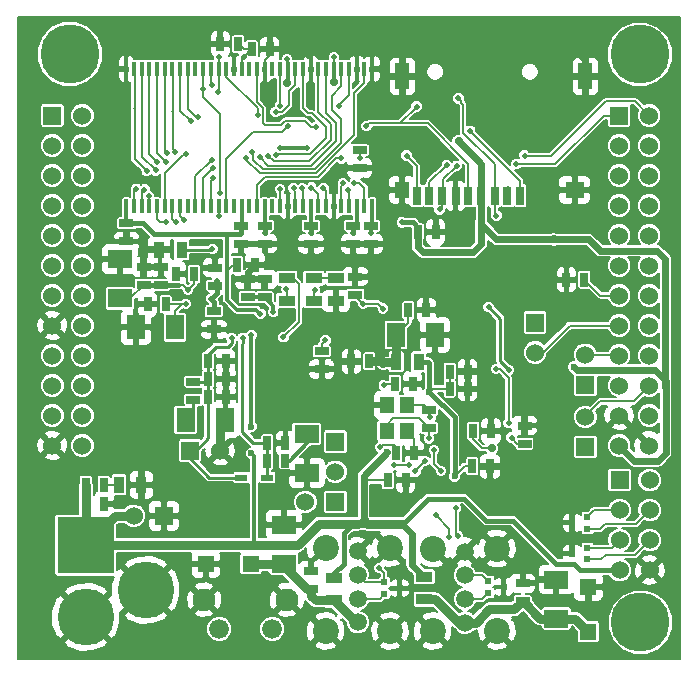
<source format=gbl>
G04 (created by PCBNEW-RS274X (2011-05-31)-stable) date Wed 17 Aug 2011 11:49:47 AM COT*
G01*
G70*
G90*
%MOIN*%
G04 Gerber Fmt 3.4, Leading zero omitted, Abs format*
%FSLAX34Y34*%
G04 APERTURE LIST*
%ADD10C,0.006000*%
%ADD11R,0.039300X0.023600*%
%ADD12R,0.026000X0.062000*%
%ADD13R,0.062000X0.054000*%
%ADD14R,0.046000X0.086000*%
%ADD15R,0.046000X0.054000*%
%ADD16R,0.055000X0.035000*%
%ADD17R,0.025000X0.045000*%
%ADD18R,0.045000X0.025000*%
%ADD19R,0.060000X0.060000*%
%ADD20C,0.060000*%
%ADD21C,0.066000*%
%ADD22C,0.076000*%
%ADD23R,0.060000X0.080000*%
%ADD24R,0.080000X0.060000*%
%ADD25R,0.035000X0.055000*%
%ADD26R,0.023600X0.019600*%
%ADD27C,0.086600*%
%ADD28C,0.059100*%
%ADD29R,0.055100X0.055100*%
%ADD30C,0.189000*%
%ADD31R,0.189000X0.189000*%
%ADD32R,0.012600X0.046000*%
%ADD33R,0.047200X0.055100*%
%ADD34C,0.196900*%
%ADD35C,0.019700*%
%ADD36C,0.027600*%
%ADD37C,0.023600*%
%ADD38C,0.005900*%
%ADD39C,0.007900*%
%ADD40C,0.015700*%
%ADD41C,0.031500*%
%ADD42C,0.011400*%
%ADD43C,0.023600*%
%ADD44C,0.011800*%
G04 APERTURE END LIST*
G54D10*
G54D11*
X53059Y-48839D03*
X53925Y-48839D03*
G54D12*
X62356Y-39449D03*
X61926Y-39449D03*
X61496Y-39449D03*
X61056Y-39449D03*
X60626Y-39449D03*
X60196Y-39449D03*
X59756Y-39449D03*
X59326Y-39449D03*
X58896Y-39449D03*
G54D13*
X64166Y-39249D03*
G54D14*
X64526Y-35469D03*
X58426Y-35469D03*
G54D15*
X58416Y-39249D03*
G54D16*
X54563Y-42192D03*
X54563Y-42942D03*
G54D17*
X64493Y-42244D03*
X63893Y-42244D03*
G54D18*
X62496Y-47706D03*
X62496Y-47106D03*
G54D19*
X65651Y-36772D03*
G54D20*
X66651Y-36772D03*
X65651Y-37772D03*
X66651Y-37772D03*
X65651Y-38772D03*
X66651Y-38772D03*
X65651Y-39772D03*
X66651Y-39772D03*
X65651Y-40772D03*
X66651Y-40772D03*
X65651Y-41772D03*
X66651Y-41772D03*
X65651Y-42772D03*
X66651Y-42772D03*
X65651Y-43772D03*
X66651Y-43772D03*
X65651Y-44772D03*
X66651Y-44772D03*
X65651Y-45772D03*
X66651Y-45772D03*
X65651Y-46772D03*
X66651Y-46772D03*
X65651Y-47772D03*
X66651Y-47772D03*
G54D21*
X52319Y-53890D03*
X54089Y-53890D03*
G54D22*
X51819Y-52910D03*
X54579Y-52910D03*
G54D23*
X51200Y-46921D03*
X52500Y-46921D03*
G54D24*
X55236Y-47385D03*
X55236Y-48685D03*
G54D23*
X50839Y-43835D03*
X49539Y-43835D03*
G54D24*
X49008Y-42867D03*
X49008Y-41567D03*
G54D17*
X53401Y-34567D03*
X54001Y-34567D03*
X52957Y-34390D03*
X52357Y-34390D03*
G54D18*
X49228Y-40369D03*
X49228Y-40969D03*
X56791Y-40452D03*
X56791Y-41052D03*
X57366Y-40452D03*
X57366Y-41052D03*
X53055Y-40448D03*
X53055Y-41048D03*
X53835Y-40448D03*
X53835Y-41048D03*
X55378Y-40452D03*
X55378Y-41052D03*
X55740Y-44625D03*
X55740Y-45225D03*
G54D17*
X50536Y-43067D03*
X49936Y-43067D03*
X47877Y-49724D03*
X48477Y-49724D03*
X47877Y-49087D03*
X48477Y-49087D03*
G54D18*
X51453Y-45642D03*
X51453Y-46242D03*
G54D17*
X51936Y-44961D03*
X52536Y-44961D03*
X51944Y-45556D03*
X52544Y-45556D03*
X51944Y-46143D03*
X52544Y-46143D03*
X53928Y-48272D03*
X54528Y-48272D03*
X53928Y-47697D03*
X54528Y-47697D03*
X58936Y-40657D03*
X59536Y-40657D03*
G54D18*
X52185Y-42446D03*
X52185Y-41846D03*
X53831Y-42831D03*
X53831Y-42231D03*
X53264Y-42831D03*
X53264Y-42231D03*
X50373Y-42419D03*
X50373Y-41819D03*
G54D17*
X51489Y-42055D03*
X50889Y-42055D03*
G54D18*
X49799Y-42419D03*
X49799Y-41819D03*
X57004Y-37924D03*
X57004Y-38524D03*
X52146Y-43302D03*
X52146Y-43902D03*
G54D17*
X52913Y-41756D03*
X53513Y-41756D03*
G54D18*
X56854Y-42745D03*
X56854Y-42145D03*
G54D19*
X65669Y-48929D03*
G54D20*
X66669Y-48929D03*
X65669Y-49929D03*
X66669Y-49929D03*
X65669Y-50929D03*
X66669Y-50929D03*
X65669Y-51929D03*
X66669Y-51929D03*
G54D19*
X64524Y-47818D03*
G54D20*
X64524Y-46818D03*
G54D19*
X64523Y-45749D03*
G54D20*
X64523Y-44749D03*
G54D19*
X51354Y-47941D03*
G54D20*
X52354Y-47941D03*
G54D19*
X50469Y-50114D03*
G54D20*
X49469Y-50114D03*
G54D19*
X62851Y-43673D03*
G54D20*
X62851Y-44673D03*
G54D23*
X58212Y-44091D03*
X59512Y-44091D03*
G54D18*
X59311Y-46586D03*
X59311Y-47186D03*
G54D17*
X58765Y-45717D03*
X58165Y-45717D03*
X57940Y-48929D03*
X58540Y-48929D03*
X60779Y-47287D03*
X61379Y-47287D03*
X59999Y-45307D03*
X60599Y-45307D03*
X60747Y-48469D03*
X61347Y-48469D03*
X59999Y-45878D03*
X60599Y-45878D03*
X57320Y-44969D03*
X56720Y-44969D03*
X58228Y-48031D03*
X58828Y-48031D03*
X58621Y-43264D03*
X59221Y-43264D03*
G54D19*
X46756Y-36772D03*
G54D20*
X47756Y-36772D03*
X46756Y-37772D03*
X47756Y-37772D03*
X46756Y-38772D03*
X47756Y-38772D03*
X46756Y-39772D03*
X47756Y-39772D03*
X46756Y-40772D03*
X47756Y-40772D03*
X46756Y-41772D03*
X47756Y-41772D03*
X46756Y-42772D03*
X47756Y-42772D03*
X46756Y-43772D03*
X47756Y-43772D03*
X46756Y-44772D03*
X47756Y-44772D03*
X46756Y-45772D03*
X47756Y-45772D03*
X46756Y-46772D03*
X47756Y-46772D03*
X46756Y-47772D03*
X47756Y-47772D03*
G54D18*
X62433Y-52961D03*
X62433Y-52361D03*
X55390Y-52556D03*
X55390Y-51956D03*
G54D16*
X59150Y-52153D03*
X59150Y-52903D03*
X56150Y-52184D03*
X56150Y-52934D03*
X56224Y-42946D03*
X56224Y-42196D03*
G54D25*
X58219Y-44988D03*
X58969Y-44988D03*
G54D16*
X55472Y-42946D03*
X55472Y-42196D03*
G54D24*
X63559Y-53540D03*
X63559Y-52240D03*
X54469Y-51709D03*
X54469Y-50409D03*
G54D26*
X61289Y-52685D03*
X61289Y-52293D03*
X61799Y-52489D03*
X57820Y-52728D03*
X57820Y-52336D03*
X58330Y-52532D03*
X64594Y-51178D03*
X64594Y-51570D03*
X64084Y-51374D03*
X64594Y-50158D03*
X64594Y-50550D03*
X64084Y-50354D03*
G54D27*
X59433Y-51206D03*
X61575Y-51206D03*
G54D28*
X60504Y-53674D03*
X60504Y-52887D03*
X60504Y-52099D03*
X60504Y-51312D03*
G54D27*
X61575Y-53961D03*
X59433Y-53961D03*
X55866Y-51198D03*
X58008Y-51198D03*
G54D28*
X56937Y-53666D03*
X56937Y-52879D03*
X56937Y-52091D03*
X56937Y-51304D03*
G54D27*
X58008Y-53953D03*
X55866Y-53953D03*
G54D29*
X64626Y-52488D03*
X64626Y-53984D03*
X51870Y-51720D03*
X53366Y-51720D03*
G54D30*
X47874Y-53492D03*
G54D31*
X47874Y-51092D03*
G54D30*
X49874Y-52592D03*
G54D32*
X57416Y-39800D03*
X57416Y-35220D03*
X57160Y-39800D03*
X57160Y-35220D03*
X56904Y-39800D03*
X56904Y-35220D03*
X56648Y-39800D03*
X56648Y-35220D03*
X56392Y-39800D03*
X56392Y-35220D03*
X56136Y-39800D03*
X56136Y-35220D03*
X55880Y-39800D03*
X55880Y-35220D03*
X55624Y-39800D03*
X55624Y-35220D03*
X55368Y-39800D03*
X55368Y-35220D03*
X55112Y-39800D03*
X55112Y-35220D03*
X54856Y-39800D03*
X54856Y-35220D03*
X54600Y-39800D03*
X54600Y-35220D03*
X54344Y-39800D03*
X54344Y-35220D03*
X54088Y-39800D03*
X54088Y-35220D03*
X53832Y-39800D03*
X53832Y-35220D03*
X53576Y-39800D03*
X53576Y-35220D03*
X53320Y-39800D03*
X53320Y-35220D03*
X53064Y-39800D03*
X53064Y-35220D03*
X52808Y-39800D03*
X52808Y-35220D03*
X52552Y-39800D03*
X52552Y-35220D03*
X52296Y-39800D03*
X52296Y-35220D03*
X52040Y-39800D03*
X52040Y-35220D03*
X51784Y-39800D03*
X51784Y-35220D03*
X51528Y-39800D03*
X51528Y-35220D03*
X51272Y-39800D03*
X51272Y-35220D03*
X51016Y-39800D03*
X51016Y-35220D03*
X50760Y-39800D03*
X50760Y-35220D03*
X50504Y-39800D03*
X50504Y-35220D03*
X50248Y-39800D03*
X50248Y-35220D03*
X49992Y-39800D03*
X49992Y-35220D03*
X49736Y-39800D03*
X49736Y-35220D03*
X49480Y-39800D03*
X49480Y-35220D03*
X49224Y-39800D03*
X49224Y-35220D03*
G54D33*
X57898Y-47299D03*
X57898Y-46433D03*
X58567Y-46433D03*
X58567Y-47299D03*
G54D34*
X66338Y-34733D03*
X47342Y-34725D03*
G54D25*
X48979Y-49087D03*
X49729Y-49087D03*
X51064Y-41240D03*
X50314Y-41240D03*
G54D19*
X56189Y-47646D03*
G54D20*
X56189Y-48646D03*
G54D19*
X56193Y-49654D03*
G54D20*
X55193Y-49654D03*
G54D34*
X66362Y-53666D03*
G54D35*
X49978Y-39462D03*
X51220Y-38071D03*
X51378Y-36969D03*
X51627Y-36836D03*
X49827Y-39240D03*
X50197Y-38602D03*
X50571Y-38031D03*
X50846Y-37972D03*
X52118Y-38850D03*
X51772Y-35886D03*
X52339Y-39366D03*
X52067Y-35768D03*
X56828Y-39014D03*
X53941Y-38106D03*
X53665Y-38154D03*
X53406Y-37976D03*
X56319Y-36457D03*
X56438Y-39025D03*
X55791Y-39193D03*
X55394Y-39177D03*
X55088Y-39183D03*
X54799Y-39193D03*
X54350Y-39230D03*
X54616Y-37136D03*
X55561Y-37145D03*
X52108Y-38521D03*
X59665Y-39902D03*
X60236Y-38445D03*
X59331Y-39646D03*
X59902Y-38425D03*
X61559Y-40106D03*
X60295Y-36201D03*
G54D36*
X61417Y-47858D03*
G54D37*
X59319Y-45992D03*
X60165Y-48803D03*
G54D35*
X57685Y-47827D03*
G54D36*
X57783Y-45051D03*
G54D35*
X58858Y-48634D03*
X59177Y-48287D03*
X58142Y-48421D03*
X58630Y-48429D03*
X59713Y-48630D03*
X59472Y-47921D03*
X59311Y-47535D03*
X59362Y-46831D03*
X50557Y-40328D03*
X49551Y-39213D03*
X49902Y-38622D03*
X50236Y-38327D03*
X50531Y-38307D03*
X51157Y-40264D03*
X50864Y-40325D03*
X52088Y-38242D03*
X52283Y-35984D03*
X52323Y-34823D03*
X56610Y-39270D03*
X54217Y-38083D03*
X53228Y-38181D03*
X54358Y-36441D03*
X54197Y-36650D03*
X53602Y-36752D03*
X56390Y-38205D03*
X52297Y-40116D03*
X60689Y-37283D03*
X62382Y-39429D03*
X61949Y-39213D03*
X62500Y-38110D03*
X62224Y-38386D03*
X58563Y-38110D03*
X57224Y-37126D03*
X58898Y-36476D03*
X54461Y-44165D03*
X61543Y-45220D03*
X61965Y-47028D03*
X55504Y-42591D03*
X55642Y-46858D03*
G54D36*
X63134Y-34370D03*
G54D35*
X52165Y-44185D03*
X54638Y-36717D03*
X60094Y-44807D03*
X61220Y-45492D03*
X59650Y-43146D03*
X57035Y-36713D03*
X58457Y-38453D03*
G54D36*
X57299Y-34677D03*
X51673Y-34587D03*
G54D35*
X54764Y-43339D03*
X53705Y-44091D03*
X53776Y-46126D03*
X48878Y-44449D03*
X55134Y-45031D03*
X55748Y-43350D03*
X56843Y-44488D03*
X62028Y-43736D03*
X61110Y-44705D03*
X60512Y-49169D03*
X61236Y-49811D03*
X60701Y-47878D03*
X63953Y-34449D03*
X58429Y-34358D03*
X63705Y-45657D03*
X63232Y-47134D03*
X55295Y-34803D03*
X54555Y-42563D03*
X53130Y-34823D03*
X57803Y-45768D03*
X59984Y-50811D03*
X59543Y-50098D03*
X60220Y-49866D03*
X60283Y-50795D03*
X57650Y-51858D03*
X53098Y-44185D03*
X53390Y-44091D03*
G54D37*
X53394Y-48035D03*
X53394Y-47142D03*
X57925Y-47988D03*
G54D35*
X54122Y-43327D03*
X51201Y-43051D03*
X51276Y-42594D03*
X57114Y-43051D03*
X57772Y-43209D03*
X61299Y-43161D03*
X61984Y-45252D03*
X62063Y-47508D03*
X52094Y-41228D03*
G54D36*
X63465Y-40902D03*
G54D35*
X58406Y-40335D03*
G54D36*
X60303Y-37630D03*
G54D37*
X64142Y-45157D03*
G54D35*
X52244Y-42283D03*
X52047Y-42874D03*
X54587Y-34882D03*
X56142Y-34823D03*
X57004Y-38181D03*
X53693Y-43378D03*
X53051Y-40701D03*
X53831Y-40701D03*
X55382Y-40705D03*
X57366Y-40705D03*
X56791Y-40705D03*
G54D36*
X56146Y-35669D03*
X54591Y-35685D03*
G54D35*
X54346Y-37846D03*
X55244Y-37846D03*
X52732Y-44181D03*
X55858Y-44268D03*
G54D38*
X59764Y-39449D02*
X59783Y-39430D01*
X49992Y-39800D02*
X49992Y-39476D01*
X49992Y-39476D02*
X49978Y-39462D01*
G54D39*
X50504Y-38689D02*
X50504Y-39800D01*
X51102Y-38091D02*
X50504Y-38689D01*
X51200Y-38091D02*
X51102Y-38091D01*
X51220Y-38071D02*
X51200Y-38091D01*
G54D38*
X51016Y-36607D02*
X51378Y-36969D01*
X51016Y-35220D02*
X51016Y-36607D01*
G54D39*
X51627Y-36836D02*
X51556Y-36836D01*
X51272Y-36552D02*
X51272Y-35220D01*
X51556Y-36836D02*
X51272Y-36552D01*
X49736Y-39800D02*
X49736Y-39331D01*
X49736Y-39331D02*
X49827Y-39240D01*
X49738Y-36732D02*
X49738Y-38143D01*
X49738Y-38143D02*
X50197Y-38602D01*
X49738Y-36754D02*
X49738Y-36732D01*
X49738Y-36732D02*
X49738Y-35222D01*
X49738Y-35222D02*
X49736Y-35220D01*
G54D38*
X49737Y-36753D02*
X49738Y-36754D01*
G54D39*
X50498Y-36811D02*
X50498Y-37958D01*
X50498Y-37958D02*
X50571Y-38031D01*
X50498Y-36825D02*
X50498Y-36811D01*
X50498Y-36811D02*
X50498Y-35226D01*
X50498Y-35226D02*
X50504Y-35220D01*
G54D38*
X50505Y-36818D02*
X50498Y-36825D01*
G54D39*
X50773Y-36628D02*
X50773Y-37899D01*
X50773Y-37899D02*
X50846Y-37972D01*
X50773Y-36628D02*
X50773Y-35233D01*
X50773Y-35233D02*
X50760Y-35220D01*
G54D38*
X50761Y-36616D02*
X50773Y-36628D01*
G54D39*
X52118Y-38850D02*
X52118Y-38872D01*
X52040Y-38950D02*
X52040Y-39800D01*
X52118Y-38872D02*
X52040Y-38950D01*
G54D38*
X51784Y-35220D02*
X51784Y-35874D01*
X51784Y-35874D02*
X51772Y-35886D01*
X51784Y-35220D02*
X51784Y-36170D01*
X52339Y-36725D02*
X52339Y-39366D01*
X51784Y-36170D02*
X52339Y-36725D01*
G54D39*
X52040Y-35220D02*
X52040Y-35760D01*
X52048Y-35768D02*
X52067Y-35768D01*
X52040Y-35760D02*
X52048Y-35768D01*
X56828Y-39014D02*
X56974Y-39014D01*
X57160Y-39200D02*
X57160Y-39800D01*
X56974Y-39014D02*
X57160Y-39200D01*
G54D38*
X55622Y-36645D02*
X55622Y-35222D01*
X53941Y-38106D02*
X54130Y-38295D01*
X54130Y-38295D02*
X55324Y-38295D01*
X55324Y-38295D02*
X56045Y-37574D01*
X56045Y-37574D02*
X56045Y-37068D01*
X56045Y-37068D02*
X55622Y-36645D01*
X55622Y-35222D02*
X55624Y-35220D01*
X53959Y-38448D02*
X53665Y-38154D01*
X55877Y-35223D02*
X55881Y-35219D01*
X55881Y-35219D02*
X55880Y-35220D01*
X53959Y-38448D02*
X55394Y-38448D01*
X56218Y-37018D02*
X55877Y-36677D01*
X56218Y-37624D02*
X56218Y-37018D01*
X55394Y-38448D02*
X56218Y-37624D01*
X55877Y-36677D02*
X55877Y-35223D01*
G54D39*
X56374Y-37693D02*
X56374Y-36886D01*
G54D38*
X55496Y-38571D02*
X56374Y-37693D01*
X53772Y-38571D02*
X55496Y-38571D01*
X53445Y-38244D02*
X53772Y-38571D01*
X53445Y-38015D02*
X53445Y-38244D01*
X53406Y-37976D02*
X53445Y-38015D01*
G54D39*
X56392Y-35793D02*
X56392Y-35220D01*
X56063Y-36122D02*
X56392Y-35793D01*
X56063Y-36575D02*
X56063Y-36122D01*
X56374Y-36886D02*
X56063Y-36575D01*
G54D38*
X56374Y-35238D02*
X56392Y-35220D01*
G54D39*
X56648Y-36088D02*
X56319Y-36417D01*
X56319Y-36417D02*
X56319Y-36457D01*
X56648Y-36088D02*
X56648Y-35220D01*
G54D38*
X56392Y-39800D02*
X56392Y-39128D01*
G54D39*
X56438Y-39082D02*
X56392Y-39128D01*
X56438Y-39025D02*
X56438Y-39082D01*
X55791Y-39193D02*
X55793Y-39193D01*
X55880Y-39280D02*
X55880Y-39800D01*
X55793Y-39193D02*
X55880Y-39280D01*
X55394Y-39177D02*
X55417Y-39177D01*
X55624Y-39384D02*
X55624Y-39800D01*
X55417Y-39177D02*
X55624Y-39384D01*
G54D38*
X55112Y-39800D02*
X55112Y-39207D01*
X55112Y-39207D02*
X55088Y-39183D01*
X55110Y-39798D02*
X55112Y-39800D01*
G54D39*
X54799Y-39193D02*
X54799Y-39249D01*
X54856Y-39306D02*
X54856Y-39800D01*
X54799Y-39249D02*
X54856Y-39306D01*
X54840Y-39784D02*
X54856Y-39800D01*
G54D38*
X54344Y-39236D02*
X54344Y-39800D01*
X54350Y-39230D02*
X54344Y-39236D01*
X52552Y-39800D02*
X52552Y-38227D01*
X54424Y-37328D02*
X54616Y-37136D01*
X52552Y-38227D02*
X53451Y-37328D01*
X53451Y-37328D02*
X54424Y-37328D01*
X54051Y-37087D02*
X53847Y-37087D01*
X55373Y-37145D02*
X55169Y-36941D01*
X55169Y-36941D02*
X54516Y-36941D01*
X54516Y-36941D02*
X54370Y-37087D01*
X54370Y-37087D02*
X54051Y-37087D01*
X55561Y-37145D02*
X55373Y-37145D01*
X53576Y-36323D02*
X53576Y-35220D01*
X53791Y-36538D02*
X53576Y-36323D01*
X53791Y-37031D02*
X53791Y-36538D01*
X53847Y-37087D02*
X53791Y-37031D01*
G54D39*
X51784Y-39800D02*
X51784Y-38845D01*
X51784Y-38845D02*
X52108Y-38521D01*
G54D38*
X59665Y-39902D02*
X59756Y-39811D01*
X59756Y-39811D02*
X59756Y-39449D01*
X59783Y-38898D02*
X60236Y-38445D01*
X59783Y-38898D02*
X59783Y-39422D01*
X59783Y-39422D02*
X59756Y-39449D01*
X59326Y-39449D02*
X59326Y-39001D01*
X59326Y-39001D02*
X59902Y-38425D01*
X59326Y-39641D02*
X59326Y-39449D01*
X59331Y-39646D02*
X59326Y-39641D01*
X61496Y-40043D02*
X61496Y-39449D01*
X61559Y-40106D02*
X61496Y-40043D01*
X61496Y-38383D02*
X61496Y-39449D01*
X60453Y-37340D02*
X61496Y-38383D01*
X60453Y-36418D02*
X60453Y-37340D01*
X60394Y-36359D02*
X60453Y-36418D01*
X60394Y-36300D02*
X60394Y-36359D01*
X60295Y-36201D02*
X60394Y-36300D01*
G54D39*
X60779Y-47287D02*
X60779Y-47571D01*
X61066Y-47858D02*
X61417Y-47858D01*
X60779Y-47571D02*
X61066Y-47858D01*
X60747Y-48469D02*
X60499Y-48469D01*
X60499Y-48469D02*
X60165Y-48803D01*
X59999Y-45878D02*
X59433Y-45878D01*
X59433Y-45878D02*
X59319Y-45992D01*
X59999Y-45307D02*
X59999Y-45878D01*
G54D40*
X58969Y-44988D02*
X59276Y-44988D01*
X59276Y-44988D02*
X59319Y-45031D01*
X59319Y-45031D02*
X59319Y-45992D01*
X59319Y-45992D02*
X60165Y-46838D01*
X60165Y-46838D02*
X60165Y-48803D01*
G54D39*
X58177Y-47756D02*
X58177Y-47980D01*
X58177Y-47980D02*
X58228Y-48031D01*
X58083Y-47756D02*
X58177Y-47756D01*
X58177Y-47756D02*
X58170Y-47756D01*
X58083Y-47756D02*
X57756Y-47756D01*
X57756Y-47756D02*
X57685Y-47827D01*
X58621Y-43264D02*
X58621Y-43682D01*
X58621Y-43682D02*
X58212Y-44091D01*
G54D41*
X58212Y-44091D02*
X58212Y-44981D01*
G54D39*
X58212Y-44981D02*
X58219Y-44988D01*
G54D41*
X57320Y-44969D02*
X57701Y-44969D01*
G54D39*
X57701Y-44969D02*
X57783Y-45051D01*
G54D41*
X58219Y-44988D02*
X57846Y-44988D01*
G54D40*
X57846Y-44988D02*
X57783Y-45051D01*
G54D39*
X58858Y-48606D02*
X58858Y-48634D01*
X59177Y-48287D02*
X58858Y-48606D01*
G54D38*
X58622Y-48421D02*
X58142Y-48421D01*
X58630Y-48429D02*
X58622Y-48421D01*
X59472Y-48389D02*
X59472Y-47921D01*
X59713Y-48630D02*
X59472Y-48389D01*
X65669Y-49929D02*
X64823Y-49929D01*
X64823Y-49929D02*
X64594Y-50158D01*
X64594Y-51570D02*
X65056Y-51570D01*
X66169Y-51429D02*
X66669Y-50929D01*
X65197Y-51429D02*
X66169Y-51429D01*
X65056Y-51570D02*
X65197Y-51429D01*
X64594Y-50550D02*
X65025Y-50550D01*
X66212Y-50386D02*
X66669Y-49929D01*
X65189Y-50386D02*
X66212Y-50386D01*
X65025Y-50550D02*
X65189Y-50386D01*
X59311Y-47535D02*
X59311Y-47186D01*
X57898Y-47299D02*
X57898Y-47094D01*
X57898Y-47094D02*
X58126Y-46866D01*
X58126Y-46866D02*
X58991Y-46866D01*
X58991Y-46866D02*
X59311Y-47186D01*
X59311Y-46780D02*
X59311Y-46586D01*
X59362Y-46831D02*
X59311Y-46780D01*
X58567Y-46433D02*
X59158Y-46433D01*
X59158Y-46433D02*
X59311Y-46586D01*
X50557Y-40328D02*
X50352Y-40328D01*
X50248Y-40224D02*
X50248Y-39800D01*
X50352Y-40328D02*
X50248Y-40224D01*
G54D39*
X49481Y-39283D02*
X49481Y-39420D01*
X49481Y-39420D02*
X49481Y-39799D01*
G54D38*
X49551Y-39213D02*
X49481Y-39283D01*
G54D39*
X49481Y-39799D02*
X49480Y-39800D01*
X49498Y-36535D02*
X49498Y-38218D01*
X49498Y-38218D02*
X49902Y-38622D01*
X49498Y-36549D02*
X49498Y-36535D01*
X49498Y-36535D02*
X49498Y-35238D01*
X49498Y-35238D02*
X49480Y-35220D01*
G54D38*
X49498Y-36549D02*
X49481Y-36532D01*
G54D39*
X49978Y-36549D02*
X49978Y-38069D01*
X49978Y-38069D02*
X50236Y-38327D01*
X49978Y-36549D02*
X49978Y-35234D01*
X49978Y-35234D02*
X49992Y-35220D01*
G54D38*
X49978Y-36549D02*
X49993Y-36534D01*
G54D39*
X50246Y-36974D02*
X50246Y-38022D01*
X50246Y-38022D02*
X50531Y-38307D01*
X50246Y-36974D02*
X50246Y-35222D01*
X50246Y-35222D02*
X50248Y-35220D01*
G54D38*
X50249Y-36971D02*
X50246Y-36974D01*
X51016Y-40123D02*
X51016Y-39800D01*
X51157Y-40264D02*
X51016Y-40123D01*
X50760Y-39800D02*
X50760Y-40221D01*
X50760Y-40221D02*
X50864Y-40325D01*
G54D39*
X51528Y-39800D02*
X51528Y-38802D01*
X51528Y-38802D02*
X52088Y-38242D01*
X52296Y-35971D02*
X52296Y-35220D01*
X52283Y-35984D02*
X52296Y-35971D01*
G54D38*
X52323Y-34823D02*
X52296Y-34850D01*
X52296Y-34850D02*
X52296Y-35220D01*
X52297Y-35221D02*
X52296Y-35220D01*
X56648Y-39308D02*
X56648Y-39800D01*
X56610Y-39270D02*
X56648Y-39308D01*
X55110Y-36518D02*
X55110Y-35222D01*
X55872Y-37152D02*
X55413Y-36693D01*
X55413Y-36693D02*
X55285Y-36693D01*
X55285Y-36693D02*
X55110Y-36518D01*
X55872Y-37526D02*
X55872Y-37152D01*
X55110Y-35222D02*
X55112Y-35220D01*
X55331Y-38067D02*
X55872Y-37526D01*
X54233Y-38067D02*
X55331Y-38067D01*
X54217Y-38083D02*
X54233Y-38067D01*
X55872Y-37526D02*
X55875Y-37523D01*
X53228Y-38181D02*
X53228Y-38255D01*
X57160Y-35690D02*
X57160Y-35220D01*
X56815Y-36035D02*
X57160Y-35690D01*
X56815Y-37436D02*
X56815Y-36035D01*
X55554Y-38697D02*
X56815Y-37436D01*
X53670Y-38697D02*
X55554Y-38697D01*
X53228Y-38255D02*
X53670Y-38697D01*
X57157Y-35223D02*
X57160Y-35220D01*
X54344Y-35220D02*
X54344Y-36427D01*
X54344Y-36427D02*
X54358Y-36441D01*
X54426Y-36642D02*
X54205Y-36642D01*
X54650Y-36418D02*
X54426Y-36642D01*
G54D39*
X54856Y-35220D02*
X54856Y-35755D01*
X54856Y-35755D02*
X54650Y-35961D01*
G54D38*
X54650Y-35961D02*
X54650Y-36418D01*
X54205Y-36642D02*
X54197Y-36650D01*
X54848Y-35228D02*
X54856Y-35220D01*
G54D39*
X52552Y-35220D02*
X52552Y-35485D01*
X53602Y-36535D02*
X53602Y-36752D01*
X52552Y-35485D02*
X53602Y-36535D01*
G54D38*
X56390Y-38205D02*
X56218Y-38205D01*
X53576Y-39097D02*
X53576Y-39800D01*
X53851Y-38822D02*
X53576Y-39097D01*
X55601Y-38822D02*
X53851Y-38822D01*
X56218Y-38205D02*
X55601Y-38822D01*
X52297Y-40116D02*
X52297Y-39801D01*
X52297Y-39801D02*
X52296Y-39800D01*
X52297Y-40116D02*
X52296Y-40115D01*
X62356Y-38950D02*
X62356Y-39449D01*
X60689Y-37283D02*
X62356Y-38950D01*
X62362Y-39449D02*
X62356Y-39449D01*
X62382Y-39429D02*
X62362Y-39449D01*
X61926Y-39236D02*
X61926Y-39449D01*
X61949Y-39213D02*
X61926Y-39236D01*
X66178Y-36299D02*
X66651Y-36772D01*
X65197Y-36299D02*
X66178Y-36299D01*
X63386Y-38110D02*
X65197Y-36299D01*
X62500Y-38110D02*
X63386Y-38110D01*
X65138Y-36772D02*
X65651Y-36772D01*
X63524Y-38386D02*
X65138Y-36772D01*
X62224Y-38386D02*
X63524Y-38386D01*
X58896Y-38443D02*
X58896Y-39449D01*
X58563Y-38110D02*
X58896Y-38443D01*
X60626Y-39449D02*
X60626Y-38390D01*
X59264Y-37028D02*
X58287Y-37028D01*
X60626Y-38390D02*
X59264Y-37028D01*
X57322Y-37028D02*
X58189Y-37028D01*
X57224Y-37126D02*
X57322Y-37028D01*
X58346Y-37028D02*
X58287Y-37028D01*
X58287Y-37028D02*
X58189Y-37028D01*
X58898Y-36476D02*
X58346Y-37028D01*
X54563Y-42192D02*
X54778Y-42192D01*
X54778Y-42192D02*
X54969Y-42383D01*
X54969Y-42383D02*
X54969Y-43657D01*
X54969Y-43657D02*
X54461Y-44165D01*
X66145Y-46303D02*
X66145Y-46278D01*
X65012Y-46303D02*
X66145Y-46303D01*
X64524Y-46791D02*
X65012Y-46303D01*
X64524Y-46818D02*
X64524Y-46791D01*
X66145Y-46278D02*
X66651Y-45772D01*
X64523Y-44749D02*
X65628Y-44749D01*
X65628Y-44749D02*
X65651Y-44772D01*
G54D39*
X62851Y-44673D02*
X63098Y-44673D01*
X63999Y-43772D02*
X65651Y-43772D01*
X63098Y-44673D02*
X63999Y-43772D01*
X62851Y-44673D02*
X62851Y-44629D01*
G54D38*
X62851Y-44673D02*
X62851Y-44665D01*
X65651Y-42772D02*
X65021Y-42772D01*
X65021Y-42772D02*
X64493Y-42244D01*
X61543Y-45220D02*
X61669Y-45220D01*
X61965Y-45516D02*
X61965Y-47028D01*
X61669Y-45220D02*
X61965Y-45516D01*
X64594Y-51178D02*
X65420Y-51178D01*
X65420Y-51178D02*
X65669Y-50929D01*
X55472Y-42623D02*
X55472Y-42946D01*
X55504Y-42591D02*
X55472Y-42623D01*
G54D39*
X58828Y-48031D02*
X58828Y-47560D01*
X58828Y-47560D02*
X58567Y-47299D01*
G54D41*
X52354Y-47941D02*
X52354Y-47067D01*
X52354Y-47067D02*
X52500Y-46921D01*
G54D42*
X52146Y-44166D02*
X52146Y-43902D01*
G54D38*
X52165Y-44185D02*
X52146Y-44166D01*
G54D40*
X60599Y-45307D02*
X60599Y-45878D01*
X51870Y-34390D02*
X52357Y-34390D01*
X51673Y-34587D02*
X51870Y-34390D01*
G54D43*
X53264Y-42231D02*
X53264Y-42005D01*
X53264Y-42005D02*
X53513Y-41756D01*
G54D39*
X61236Y-49811D02*
X61228Y-49811D01*
X64526Y-35469D02*
X64526Y-35022D01*
X64526Y-35022D02*
X63953Y-34449D01*
X58426Y-35469D02*
X58426Y-34361D01*
X58426Y-34361D02*
X58429Y-34358D01*
X53832Y-35220D02*
X53832Y-34908D01*
X54001Y-34739D02*
X54001Y-34567D01*
X53832Y-34908D02*
X54001Y-34739D01*
X55368Y-34876D02*
X55368Y-35220D01*
X55295Y-34803D02*
X55368Y-34876D01*
G54D38*
X55472Y-42196D02*
X56224Y-42196D01*
G54D44*
X54528Y-48272D02*
X54669Y-48272D01*
X55236Y-47705D02*
X55236Y-47385D01*
X54669Y-48272D02*
X55236Y-47705D01*
G54D38*
X48477Y-49087D02*
X48979Y-49087D01*
G54D42*
X51453Y-46242D02*
X51453Y-46668D01*
X51453Y-46668D02*
X51200Y-46921D01*
G54D38*
X54563Y-42942D02*
X54563Y-42571D01*
X54563Y-42571D02*
X54555Y-42563D01*
G54D39*
X53401Y-34567D02*
X53134Y-34567D01*
X53134Y-34567D02*
X52957Y-34390D01*
X53401Y-34567D02*
X53386Y-34567D01*
X53386Y-34567D02*
X53130Y-34823D01*
X53064Y-35220D02*
X53064Y-34889D01*
X53064Y-34889D02*
X53130Y-34823D01*
G54D38*
X57854Y-45717D02*
X58165Y-45717D01*
X57803Y-45768D02*
X57854Y-45717D01*
X59984Y-50539D02*
X59984Y-50811D01*
X59543Y-50098D02*
X59984Y-50539D01*
X60504Y-52887D02*
X61087Y-52887D01*
X61087Y-52887D02*
X61289Y-52685D01*
X60220Y-49866D02*
X60220Y-50732D01*
X60220Y-50732D02*
X60283Y-50795D01*
X60504Y-52099D02*
X61095Y-52099D01*
X61095Y-52099D02*
X61289Y-52293D01*
X57820Y-52028D02*
X57820Y-52336D01*
X57650Y-51858D02*
X57820Y-52028D01*
X57820Y-52336D02*
X57182Y-52336D01*
X57182Y-52336D02*
X56937Y-52091D01*
X56937Y-52879D02*
X57669Y-52879D01*
X57669Y-52879D02*
X57820Y-52728D01*
G54D41*
X63559Y-53540D02*
X64182Y-53540D01*
X64182Y-53540D02*
X64626Y-53984D01*
X63559Y-53540D02*
X63012Y-53540D01*
X63012Y-53540D02*
X62433Y-52961D01*
X60504Y-53674D02*
X60881Y-53674D01*
X62162Y-53232D02*
X62433Y-52961D01*
X61323Y-53232D02*
X62162Y-53232D01*
X60881Y-53674D02*
X61323Y-53232D01*
X59150Y-52903D02*
X59529Y-52903D01*
G54D43*
X60300Y-53674D02*
X60504Y-53674D01*
G54D41*
X59529Y-52903D02*
X60300Y-53674D01*
X53366Y-51720D02*
X54458Y-51720D01*
X54458Y-51720D02*
X54469Y-51709D01*
X55390Y-52556D02*
X55241Y-52556D01*
X54469Y-51784D02*
X54469Y-51709D01*
X55241Y-52556D02*
X54469Y-51784D01*
G54D40*
X56937Y-53666D02*
X56882Y-53666D01*
G54D41*
X56882Y-53666D02*
X56150Y-52934D01*
X56150Y-52934D02*
X55536Y-52934D01*
X55536Y-52934D02*
X55390Y-52788D01*
X55390Y-52788D02*
X55390Y-52556D01*
G54D42*
X53098Y-44185D02*
X53098Y-44355D01*
X53461Y-47697D02*
X53928Y-47697D01*
X53075Y-47311D02*
X53461Y-47697D01*
X53075Y-44378D02*
X53075Y-47311D01*
X53098Y-44355D02*
X53075Y-44378D01*
X53928Y-48272D02*
X53928Y-47697D01*
X53925Y-48839D02*
X53925Y-48275D01*
X53925Y-48275D02*
X53928Y-48272D01*
G54D40*
X58350Y-50382D02*
X58433Y-50382D01*
X64354Y-51929D02*
X65669Y-51929D01*
X64142Y-51717D02*
X64354Y-51929D01*
X63548Y-51717D02*
X64142Y-51717D01*
X62107Y-50276D02*
X63548Y-51717D01*
X61221Y-50276D02*
X62107Y-50276D01*
X60484Y-49539D02*
X61221Y-50276D01*
X59276Y-49539D02*
X60484Y-49539D01*
X58433Y-50382D02*
X59276Y-49539D01*
G54D44*
X53390Y-44091D02*
X53390Y-47138D01*
X53484Y-48125D02*
X53484Y-51092D01*
X53394Y-48035D02*
X53484Y-48125D01*
G54D42*
X53390Y-47138D02*
X53394Y-47142D01*
G54D41*
X49469Y-50114D02*
X48852Y-50114D01*
X48852Y-50114D02*
X47874Y-51092D01*
G54D39*
X57940Y-48929D02*
X57181Y-48929D01*
X57181Y-48929D02*
X57134Y-48976D01*
G54D41*
X57134Y-50260D02*
X57256Y-50382D01*
G54D43*
X57134Y-48779D02*
X57134Y-48976D01*
X57134Y-48976D02*
X57134Y-50260D01*
X57925Y-47988D02*
X57134Y-48779D01*
G54D41*
X47874Y-51092D02*
X53484Y-51092D01*
X53484Y-51092D02*
X54950Y-51092D01*
X54950Y-51092D02*
X55660Y-50382D01*
X55660Y-50382D02*
X56961Y-50382D01*
G54D40*
X56150Y-52184D02*
X56150Y-52035D01*
X56150Y-52035D02*
X56476Y-51709D01*
X56476Y-51709D02*
X56476Y-50697D01*
X56476Y-50697D02*
X56791Y-50382D01*
X56791Y-50382D02*
X56961Y-50382D01*
G54D43*
X58744Y-51747D02*
X59150Y-52153D01*
X56961Y-50382D02*
X57256Y-50382D01*
G54D41*
X57256Y-50382D02*
X58350Y-50382D01*
X58350Y-50382D02*
X58410Y-50382D01*
G54D43*
X58410Y-50382D02*
X58744Y-50716D01*
X58744Y-50716D02*
X58744Y-51747D01*
G54D41*
X47877Y-49087D02*
X47877Y-49724D01*
X47874Y-51092D02*
X47874Y-49727D01*
X47874Y-49727D02*
X47877Y-49724D01*
G54D44*
X53264Y-42831D02*
X53831Y-42831D01*
X53831Y-42831D02*
X54122Y-43122D01*
X54122Y-43122D02*
X54122Y-43327D01*
G54D38*
X50536Y-43067D02*
X51185Y-43067D01*
X51185Y-43067D02*
X51201Y-43051D01*
X50839Y-43835D02*
X50839Y-43298D01*
X51086Y-43051D02*
X51201Y-43051D01*
X50839Y-43298D02*
X51086Y-43051D01*
X51489Y-42055D02*
X51489Y-42381D01*
X51489Y-42381D02*
X51276Y-42594D01*
G54D40*
X49799Y-42419D02*
X50373Y-42419D01*
G54D39*
X51101Y-42419D02*
X50948Y-42419D01*
X51276Y-42594D02*
X51101Y-42419D01*
X49008Y-42867D02*
X49351Y-42867D01*
X49351Y-42867D02*
X49799Y-42419D01*
G54D40*
X49799Y-42419D02*
X50948Y-42419D01*
G54D39*
X56854Y-42745D02*
X56854Y-42791D01*
X56854Y-42791D02*
X57114Y-43051D01*
X57614Y-43051D02*
X57114Y-43051D01*
X57772Y-43209D02*
X57614Y-43051D01*
G54D42*
X61693Y-43555D02*
X61299Y-43161D01*
X61693Y-44961D02*
X61693Y-43555D01*
X61984Y-45252D02*
X61693Y-44961D01*
G54D43*
X58936Y-40657D02*
X58936Y-41153D01*
X61055Y-40224D02*
X61056Y-40224D01*
X61055Y-41067D02*
X61055Y-40224D01*
X60787Y-41335D02*
X61055Y-41067D01*
X59118Y-41335D02*
X60787Y-41335D01*
X58936Y-41153D02*
X59118Y-41335D01*
G54D39*
X62496Y-47706D02*
X62261Y-47706D01*
X62261Y-47706D02*
X62063Y-47508D01*
G54D42*
X51064Y-41240D02*
X52082Y-41240D01*
G54D39*
X52082Y-41240D02*
X52094Y-41228D01*
G54D40*
X52244Y-42283D02*
X52244Y-42677D01*
X52244Y-42677D02*
X52047Y-42874D01*
G54D43*
X63465Y-40902D02*
X64634Y-40902D01*
G54D40*
X67189Y-45815D02*
X67197Y-45815D01*
G54D43*
X67189Y-41563D02*
X67189Y-45815D01*
X66898Y-41272D02*
X67189Y-41563D01*
X65004Y-41272D02*
X66898Y-41272D01*
X64634Y-40902D02*
X65004Y-41272D01*
X61056Y-39449D02*
X61056Y-40224D01*
X61056Y-40224D02*
X61056Y-40398D01*
X61056Y-40398D02*
X61560Y-40902D01*
X61560Y-40902D02*
X63465Y-40902D01*
G54D40*
X61056Y-39905D02*
X61056Y-39449D01*
X58936Y-40657D02*
X58936Y-40507D01*
X58764Y-40335D02*
X58406Y-40335D01*
X58936Y-40507D02*
X58764Y-40335D01*
G54D43*
X60303Y-37630D02*
X61056Y-38383D01*
X61056Y-38383D02*
X61056Y-39449D01*
X64142Y-45157D02*
X64249Y-45264D01*
X64249Y-45264D02*
X66834Y-45264D01*
X66834Y-45264D02*
X67197Y-45627D01*
X67197Y-45627D02*
X67197Y-45815D01*
X66159Y-48280D02*
X65651Y-47772D01*
X67197Y-45815D02*
X67197Y-48031D01*
X67197Y-48031D02*
X66948Y-48280D01*
X66948Y-48280D02*
X66159Y-48280D01*
G54D38*
X52185Y-42342D02*
X52185Y-42446D01*
X52244Y-42283D02*
X52185Y-42342D01*
G54D40*
X52146Y-43302D02*
X52146Y-42973D01*
X52146Y-42973D02*
X52047Y-42874D01*
G54D39*
X54600Y-34895D02*
X54600Y-35220D01*
X54587Y-34882D02*
X54600Y-34895D01*
G54D38*
X56136Y-34829D02*
X56136Y-35220D01*
X56142Y-34823D02*
X56136Y-34829D01*
X52913Y-41756D02*
X52788Y-41756D01*
X52788Y-41756D02*
X52583Y-41961D01*
X57004Y-37924D02*
X57004Y-38181D01*
G54D44*
X52583Y-42918D02*
X52583Y-41961D01*
X52583Y-41961D02*
X52583Y-40728D01*
X52908Y-43243D02*
X52583Y-42918D01*
X53558Y-43243D02*
X52908Y-43243D01*
X53693Y-43378D02*
X53558Y-43243D01*
G54D40*
X49228Y-40369D02*
X49795Y-40369D01*
X53024Y-40728D02*
X53051Y-40701D01*
X50154Y-40728D02*
X52583Y-40728D01*
X52583Y-40728D02*
X53024Y-40728D01*
X49795Y-40369D02*
X50154Y-40728D01*
G54D44*
X49224Y-39800D02*
X49224Y-40365D01*
X49224Y-40365D02*
X49228Y-40369D01*
G54D40*
X53055Y-40697D02*
X53055Y-40448D01*
X53051Y-40701D02*
X53055Y-40697D01*
X53835Y-40697D02*
X53835Y-40448D01*
X53831Y-40701D02*
X53835Y-40697D01*
X55378Y-40701D02*
X55378Y-40452D01*
X55382Y-40705D02*
X55378Y-40701D01*
G54D44*
X57366Y-40452D02*
X57366Y-40705D01*
G54D40*
X56791Y-40705D02*
X56791Y-40452D01*
G54D44*
X53064Y-39800D02*
X53064Y-40439D01*
X53064Y-40439D02*
X53055Y-40448D01*
X53832Y-39800D02*
X53832Y-40445D01*
X53832Y-40445D02*
X53835Y-40448D01*
X55368Y-39800D02*
X55368Y-40442D01*
X55368Y-40442D02*
X55378Y-40452D01*
X56904Y-39800D02*
X56904Y-40339D01*
X56904Y-40339D02*
X56791Y-40452D01*
X57416Y-39800D02*
X57416Y-40402D01*
X57416Y-40402D02*
X57366Y-40452D01*
X56136Y-35220D02*
X56136Y-35659D01*
X56136Y-35659D02*
X56146Y-35669D01*
X54600Y-35676D02*
X54600Y-35220D01*
X54591Y-35685D02*
X54600Y-35676D01*
X54346Y-37846D02*
X55244Y-37846D01*
G54D42*
X51944Y-45556D02*
X51944Y-44969D01*
X51944Y-44969D02*
X51936Y-44961D01*
X51453Y-45642D02*
X51842Y-45642D01*
X51842Y-45642D02*
X51928Y-45556D01*
X51928Y-45556D02*
X51944Y-45556D01*
X51354Y-47941D02*
X51354Y-48204D01*
X51989Y-48839D02*
X53059Y-48839D01*
X51354Y-48204D02*
X51989Y-48839D01*
X51944Y-46143D02*
X51944Y-47528D01*
X51531Y-47941D02*
X51354Y-47941D01*
X51944Y-47528D02*
X51531Y-47941D01*
X51944Y-45556D02*
X51944Y-46143D01*
X51936Y-44961D02*
X51936Y-45548D01*
X51936Y-45548D02*
X51842Y-45642D01*
X52732Y-44181D02*
X52732Y-44362D01*
X52732Y-44362D02*
X52610Y-44484D01*
X52610Y-44484D02*
X52201Y-44484D01*
X52201Y-44484D02*
X51936Y-44749D01*
X51936Y-44749D02*
X51936Y-44961D01*
G54D39*
X52732Y-44181D02*
X52732Y-44177D01*
X55740Y-44386D02*
X55740Y-44625D01*
X55858Y-44268D02*
X55740Y-44386D01*
G54D10*
G36*
X52928Y-44307D02*
X52923Y-44315D01*
X52910Y-44378D01*
X52910Y-46319D01*
X52898Y-46314D01*
X52898Y-46270D01*
X52898Y-46016D01*
X52898Y-45963D01*
X52898Y-45872D01*
X52888Y-45849D01*
X52898Y-45827D01*
X52898Y-45736D01*
X52898Y-45683D01*
X52898Y-45429D01*
X52898Y-45376D01*
X52898Y-45285D01*
X52882Y-45248D01*
X52890Y-45232D01*
X52890Y-45141D01*
X52890Y-45088D01*
X52833Y-45031D01*
X52598Y-45031D01*
X52598Y-45358D01*
X52606Y-45366D01*
X52606Y-45486D01*
X52841Y-45486D01*
X52898Y-45429D01*
X52898Y-45683D01*
X52841Y-45626D01*
X52606Y-45626D01*
X52606Y-45746D01*
X52606Y-45953D01*
X52606Y-46073D01*
X52841Y-46073D01*
X52898Y-46016D01*
X52898Y-46270D01*
X52841Y-46213D01*
X52606Y-46213D01*
X52606Y-46313D01*
X52570Y-46349D01*
X52570Y-46821D01*
X52570Y-46851D01*
X52570Y-46991D01*
X52430Y-46991D01*
X52430Y-46851D01*
X52430Y-46821D01*
X52430Y-46592D01*
X52482Y-46540D01*
X52482Y-46213D01*
X52482Y-46073D01*
X52482Y-45953D01*
X52482Y-45746D01*
X52482Y-45626D01*
X52482Y-45486D01*
X52482Y-45159D01*
X52474Y-45151D01*
X52474Y-45031D01*
X52239Y-45031D01*
X52182Y-45088D01*
X52182Y-45141D01*
X52182Y-45232D01*
X52197Y-45268D01*
X52190Y-45285D01*
X52190Y-45376D01*
X52190Y-45429D01*
X52247Y-45486D01*
X52482Y-45486D01*
X52482Y-45626D01*
X52247Y-45626D01*
X52190Y-45683D01*
X52190Y-45736D01*
X52190Y-45827D01*
X52199Y-45849D01*
X52190Y-45872D01*
X52190Y-45963D01*
X52190Y-46016D01*
X52247Y-46073D01*
X52482Y-46073D01*
X52482Y-46213D01*
X52247Y-46213D01*
X52190Y-46270D01*
X52190Y-46292D01*
X52177Y-46292D01*
X52177Y-45897D01*
X52161Y-45857D01*
X52153Y-45849D01*
X52160Y-45843D01*
X52177Y-45803D01*
X52177Y-45760D01*
X52177Y-45310D01*
X52161Y-45270D01*
X52145Y-45254D01*
X52152Y-45248D01*
X52169Y-45208D01*
X52169Y-45165D01*
X52169Y-44749D01*
X52182Y-44736D01*
X52182Y-44781D01*
X52182Y-44834D01*
X52239Y-44891D01*
X52436Y-44891D01*
X52474Y-44891D01*
X52598Y-44891D01*
X52636Y-44891D01*
X52833Y-44891D01*
X52890Y-44834D01*
X52890Y-44781D01*
X52890Y-44690D01*
X52855Y-44606D01*
X52790Y-44542D01*
X52786Y-44540D01*
X52846Y-44480D01*
X52848Y-44479D01*
X52849Y-44479D01*
X52884Y-44425D01*
X52897Y-44362D01*
X52897Y-44308D01*
X52907Y-44298D01*
X52914Y-44280D01*
X52923Y-44302D01*
X52928Y-44307D01*
X52928Y-44307D01*
G37*
G54D38*
X52928Y-44307D02*
X52923Y-44315D01*
X52910Y-44378D01*
X52910Y-46319D01*
X52898Y-46314D01*
X52898Y-46270D01*
X52898Y-46016D01*
X52898Y-45963D01*
X52898Y-45872D01*
X52888Y-45849D01*
X52898Y-45827D01*
X52898Y-45736D01*
X52898Y-45683D01*
X52898Y-45429D01*
X52898Y-45376D01*
X52898Y-45285D01*
X52882Y-45248D01*
X52890Y-45232D01*
X52890Y-45141D01*
X52890Y-45088D01*
X52833Y-45031D01*
X52598Y-45031D01*
X52598Y-45358D01*
X52606Y-45366D01*
X52606Y-45486D01*
X52841Y-45486D01*
X52898Y-45429D01*
X52898Y-45683D01*
X52841Y-45626D01*
X52606Y-45626D01*
X52606Y-45746D01*
X52606Y-45953D01*
X52606Y-46073D01*
X52841Y-46073D01*
X52898Y-46016D01*
X52898Y-46270D01*
X52841Y-46213D01*
X52606Y-46213D01*
X52606Y-46313D01*
X52570Y-46349D01*
X52570Y-46821D01*
X52570Y-46851D01*
X52570Y-46991D01*
X52430Y-46991D01*
X52430Y-46851D01*
X52430Y-46821D01*
X52430Y-46592D01*
X52482Y-46540D01*
X52482Y-46213D01*
X52482Y-46073D01*
X52482Y-45953D01*
X52482Y-45746D01*
X52482Y-45626D01*
X52482Y-45486D01*
X52482Y-45159D01*
X52474Y-45151D01*
X52474Y-45031D01*
X52239Y-45031D01*
X52182Y-45088D01*
X52182Y-45141D01*
X52182Y-45232D01*
X52197Y-45268D01*
X52190Y-45285D01*
X52190Y-45376D01*
X52190Y-45429D01*
X52247Y-45486D01*
X52482Y-45486D01*
X52482Y-45626D01*
X52247Y-45626D01*
X52190Y-45683D01*
X52190Y-45736D01*
X52190Y-45827D01*
X52199Y-45849D01*
X52190Y-45872D01*
X52190Y-45963D01*
X52190Y-46016D01*
X52247Y-46073D01*
X52482Y-46073D01*
X52482Y-46213D01*
X52247Y-46213D01*
X52190Y-46270D01*
X52190Y-46292D01*
X52177Y-46292D01*
X52177Y-45897D01*
X52161Y-45857D01*
X52153Y-45849D01*
X52160Y-45843D01*
X52177Y-45803D01*
X52177Y-45760D01*
X52177Y-45310D01*
X52161Y-45270D01*
X52145Y-45254D01*
X52152Y-45248D01*
X52169Y-45208D01*
X52169Y-45165D01*
X52169Y-44749D01*
X52182Y-44736D01*
X52182Y-44781D01*
X52182Y-44834D01*
X52239Y-44891D01*
X52436Y-44891D01*
X52474Y-44891D01*
X52598Y-44891D01*
X52636Y-44891D01*
X52833Y-44891D01*
X52890Y-44834D01*
X52890Y-44781D01*
X52890Y-44690D01*
X52855Y-44606D01*
X52790Y-44542D01*
X52786Y-44540D01*
X52846Y-44480D01*
X52848Y-44479D01*
X52849Y-44479D01*
X52884Y-44425D01*
X52897Y-44362D01*
X52897Y-44308D01*
X52907Y-44298D01*
X52914Y-44280D01*
X52923Y-44302D01*
X52928Y-44307D01*
G54D10*
G36*
X53342Y-47811D02*
X53266Y-47843D01*
X53202Y-47907D01*
X53168Y-47990D01*
X53168Y-48080D01*
X53202Y-48163D01*
X53266Y-48227D01*
X53317Y-48247D01*
X53317Y-48630D01*
X53277Y-48613D01*
X53234Y-48613D01*
X52881Y-48613D01*
X52881Y-47995D01*
X52862Y-47790D01*
X52819Y-47689D01*
X52733Y-47661D01*
X52453Y-47941D01*
X52733Y-48221D01*
X52819Y-48193D01*
X52881Y-47995D01*
X52881Y-48613D01*
X52842Y-48613D01*
X52802Y-48629D01*
X52772Y-48659D01*
X52765Y-48674D01*
X52634Y-48674D01*
X52634Y-48320D01*
X52354Y-48040D01*
X52074Y-48320D01*
X52102Y-48406D01*
X52300Y-48468D01*
X52505Y-48449D01*
X52606Y-48406D01*
X52634Y-48320D01*
X52634Y-48674D01*
X52058Y-48674D01*
X51716Y-48332D01*
X51745Y-48303D01*
X51762Y-48263D01*
X51762Y-48220D01*
X51762Y-47944D01*
X51830Y-47875D01*
X51827Y-47887D01*
X51846Y-48092D01*
X51889Y-48193D01*
X51975Y-48221D01*
X52234Y-47962D01*
X52255Y-47941D01*
X52354Y-47842D01*
X52375Y-47821D01*
X52634Y-47562D01*
X52630Y-47550D01*
X52845Y-47550D01*
X52929Y-47515D01*
X52987Y-47457D01*
X53342Y-47811D01*
X53342Y-47811D01*
G37*
G54D38*
X53342Y-47811D02*
X53266Y-47843D01*
X53202Y-47907D01*
X53168Y-47990D01*
X53168Y-48080D01*
X53202Y-48163D01*
X53266Y-48227D01*
X53317Y-48247D01*
X53317Y-48630D01*
X53277Y-48613D01*
X53234Y-48613D01*
X52881Y-48613D01*
X52881Y-47995D01*
X52862Y-47790D01*
X52819Y-47689D01*
X52733Y-47661D01*
X52453Y-47941D01*
X52733Y-48221D01*
X52819Y-48193D01*
X52881Y-47995D01*
X52881Y-48613D01*
X52842Y-48613D01*
X52802Y-48629D01*
X52772Y-48659D01*
X52765Y-48674D01*
X52634Y-48674D01*
X52634Y-48320D01*
X52354Y-48040D01*
X52074Y-48320D01*
X52102Y-48406D01*
X52300Y-48468D01*
X52505Y-48449D01*
X52606Y-48406D01*
X52634Y-48320D01*
X52634Y-48674D01*
X52058Y-48674D01*
X51716Y-48332D01*
X51745Y-48303D01*
X51762Y-48263D01*
X51762Y-48220D01*
X51762Y-47944D01*
X51830Y-47875D01*
X51827Y-47887D01*
X51846Y-48092D01*
X51889Y-48193D01*
X51975Y-48221D01*
X52234Y-47962D01*
X52255Y-47941D01*
X52354Y-47842D01*
X52375Y-47821D01*
X52634Y-47562D01*
X52630Y-47550D01*
X52845Y-47550D01*
X52929Y-47515D01*
X52987Y-47457D01*
X53342Y-47811D01*
G54D10*
G36*
X55480Y-36954D02*
X55444Y-36970D01*
X55418Y-36996D01*
X55266Y-36844D01*
X55222Y-36814D01*
X55169Y-36804D01*
X54516Y-36804D01*
X54464Y-36814D01*
X54419Y-36844D01*
X54313Y-36950D01*
X54051Y-36950D01*
X53928Y-36950D01*
X53928Y-36538D01*
X53918Y-36486D01*
X53918Y-36485D01*
X53888Y-36441D01*
X53713Y-36266D01*
X53713Y-35674D01*
X53724Y-35679D01*
X53744Y-35679D01*
X53801Y-35622D01*
X53801Y-35290D01*
X53769Y-35290D01*
X53769Y-35150D01*
X53801Y-35150D01*
X53863Y-35150D01*
X53895Y-35150D01*
X53895Y-35290D01*
X53863Y-35290D01*
X53863Y-35622D01*
X53920Y-35679D01*
X53940Y-35679D01*
X54024Y-35644D01*
X54089Y-35580D01*
X54098Y-35558D01*
X54172Y-35558D01*
X54207Y-35544D01*
X54207Y-36300D01*
X54183Y-36324D01*
X54152Y-36400D01*
X54152Y-36445D01*
X54080Y-36475D01*
X54022Y-36533D01*
X53991Y-36609D01*
X53991Y-36691D01*
X54022Y-36767D01*
X54080Y-36825D01*
X54156Y-36856D01*
X54238Y-36856D01*
X54314Y-36825D01*
X54360Y-36779D01*
X54426Y-36779D01*
X54478Y-36769D01*
X54479Y-36769D01*
X54523Y-36739D01*
X54744Y-36516D01*
X54746Y-36515D01*
X54747Y-36515D01*
X54768Y-36482D01*
X54776Y-36472D01*
X54776Y-36471D01*
X54777Y-36470D01*
X54784Y-36431D01*
X54787Y-36419D01*
X54786Y-36418D01*
X54787Y-36418D01*
X54787Y-36032D01*
X54960Y-35859D01*
X54973Y-35839D01*
X54973Y-36518D01*
X54983Y-36571D01*
X55013Y-36615D01*
X55188Y-36790D01*
X55232Y-36819D01*
X55233Y-36820D01*
X55285Y-36830D01*
X55356Y-36830D01*
X55480Y-36954D01*
X55480Y-36954D01*
G37*
G54D38*
X55480Y-36954D02*
X55444Y-36970D01*
X55418Y-36996D01*
X55266Y-36844D01*
X55222Y-36814D01*
X55169Y-36804D01*
X54516Y-36804D01*
X54464Y-36814D01*
X54419Y-36844D01*
X54313Y-36950D01*
X54051Y-36950D01*
X53928Y-36950D01*
X53928Y-36538D01*
X53918Y-36486D01*
X53918Y-36485D01*
X53888Y-36441D01*
X53713Y-36266D01*
X53713Y-35674D01*
X53724Y-35679D01*
X53744Y-35679D01*
X53801Y-35622D01*
X53801Y-35290D01*
X53769Y-35290D01*
X53769Y-35150D01*
X53801Y-35150D01*
X53863Y-35150D01*
X53895Y-35150D01*
X53895Y-35290D01*
X53863Y-35290D01*
X53863Y-35622D01*
X53920Y-35679D01*
X53940Y-35679D01*
X54024Y-35644D01*
X54089Y-35580D01*
X54098Y-35558D01*
X54172Y-35558D01*
X54207Y-35544D01*
X54207Y-36300D01*
X54183Y-36324D01*
X54152Y-36400D01*
X54152Y-36445D01*
X54080Y-36475D01*
X54022Y-36533D01*
X53991Y-36609D01*
X53991Y-36691D01*
X54022Y-36767D01*
X54080Y-36825D01*
X54156Y-36856D01*
X54238Y-36856D01*
X54314Y-36825D01*
X54360Y-36779D01*
X54426Y-36779D01*
X54478Y-36769D01*
X54479Y-36769D01*
X54523Y-36739D01*
X54744Y-36516D01*
X54746Y-36515D01*
X54747Y-36515D01*
X54768Y-36482D01*
X54776Y-36472D01*
X54776Y-36471D01*
X54777Y-36470D01*
X54784Y-36431D01*
X54787Y-36419D01*
X54786Y-36418D01*
X54787Y-36418D01*
X54787Y-36032D01*
X54960Y-35859D01*
X54973Y-35839D01*
X54973Y-36518D01*
X54983Y-36571D01*
X55013Y-36615D01*
X55188Y-36790D01*
X55232Y-36819D01*
X55233Y-36820D01*
X55285Y-36830D01*
X55356Y-36830D01*
X55480Y-36954D01*
G54D10*
G36*
X55965Y-51198D02*
X55866Y-51297D01*
X55845Y-51318D01*
X55561Y-51602D01*
X55517Y-51602D01*
X55460Y-51659D01*
X55460Y-51856D01*
X55460Y-51894D01*
X55460Y-52018D01*
X55460Y-52026D01*
X55320Y-52026D01*
X55320Y-52018D01*
X55320Y-51894D01*
X55320Y-51856D01*
X55320Y-51659D01*
X55263Y-51602D01*
X55210Y-51602D01*
X55119Y-51602D01*
X55035Y-51637D01*
X54977Y-51695D01*
X54977Y-51388D01*
X54963Y-51354D01*
X55035Y-51340D01*
X55051Y-51337D01*
X55052Y-51337D01*
X55137Y-51279D01*
X55215Y-51200D01*
X55227Y-51369D01*
X55293Y-51528D01*
X55392Y-51573D01*
X55746Y-51219D01*
X55767Y-51198D01*
X55866Y-51099D01*
X55965Y-51198D01*
X55965Y-51198D01*
G37*
G54D38*
X55965Y-51198D02*
X55866Y-51297D01*
X55845Y-51318D01*
X55561Y-51602D01*
X55517Y-51602D01*
X55460Y-51659D01*
X55460Y-51856D01*
X55460Y-51894D01*
X55460Y-52018D01*
X55460Y-52026D01*
X55320Y-52026D01*
X55320Y-52018D01*
X55320Y-51894D01*
X55320Y-51856D01*
X55320Y-51659D01*
X55263Y-51602D01*
X55210Y-51602D01*
X55119Y-51602D01*
X55035Y-51637D01*
X54977Y-51695D01*
X54977Y-51388D01*
X54963Y-51354D01*
X55035Y-51340D01*
X55051Y-51337D01*
X55052Y-51337D01*
X55137Y-51279D01*
X55215Y-51200D01*
X55227Y-51369D01*
X55293Y-51528D01*
X55392Y-51573D01*
X55746Y-51219D01*
X55767Y-51198D01*
X55866Y-51099D01*
X55965Y-51198D01*
G54D10*
G36*
X58637Y-47369D02*
X58497Y-47369D01*
X58497Y-47229D01*
X58637Y-47229D01*
X58637Y-47369D01*
X58637Y-47369D01*
G37*
G54D38*
X58637Y-47369D02*
X58497Y-47369D01*
X58497Y-47229D01*
X58637Y-47229D01*
X58637Y-47369D01*
G54D10*
G36*
X67663Y-54888D02*
X67454Y-54888D01*
X67454Y-53884D01*
X67454Y-53450D01*
X67430Y-53392D01*
X67430Y-34951D01*
X67430Y-34517D01*
X67264Y-34116D01*
X66957Y-33808D01*
X66556Y-33641D01*
X66122Y-33641D01*
X65721Y-33807D01*
X65413Y-34114D01*
X65246Y-34515D01*
X65246Y-34949D01*
X65412Y-35350D01*
X65719Y-35658D01*
X66120Y-35825D01*
X66554Y-35825D01*
X66955Y-35659D01*
X67263Y-35352D01*
X67430Y-34951D01*
X67430Y-53392D01*
X67423Y-53375D01*
X67423Y-48031D01*
X67423Y-45815D01*
X67423Y-45627D01*
X67415Y-45588D01*
X67415Y-45586D01*
X67415Y-41563D01*
X67398Y-41477D01*
X67397Y-41476D01*
X67349Y-41403D01*
X67346Y-41401D01*
X67058Y-41112D01*
X66985Y-41063D01*
X66944Y-41054D01*
X66996Y-41003D01*
X67058Y-40853D01*
X67058Y-40691D01*
X67058Y-39853D01*
X67058Y-39691D01*
X67058Y-38853D01*
X67058Y-38691D01*
X67058Y-37853D01*
X67058Y-37691D01*
X66996Y-37541D01*
X66882Y-37427D01*
X66732Y-37365D01*
X66570Y-37365D01*
X66420Y-37427D01*
X66306Y-37541D01*
X66244Y-37691D01*
X66244Y-37853D01*
X66306Y-38003D01*
X66420Y-38117D01*
X66570Y-38179D01*
X66732Y-38179D01*
X66882Y-38117D01*
X66996Y-38003D01*
X67058Y-37853D01*
X67058Y-38691D01*
X66996Y-38541D01*
X66882Y-38427D01*
X66732Y-38365D01*
X66570Y-38365D01*
X66420Y-38427D01*
X66306Y-38541D01*
X66244Y-38691D01*
X66244Y-38853D01*
X66306Y-39003D01*
X66420Y-39117D01*
X66570Y-39179D01*
X66732Y-39179D01*
X66882Y-39117D01*
X66996Y-39003D01*
X67058Y-38853D01*
X67058Y-39691D01*
X66996Y-39541D01*
X66882Y-39427D01*
X66732Y-39365D01*
X66570Y-39365D01*
X66420Y-39427D01*
X66306Y-39541D01*
X66244Y-39691D01*
X66244Y-39853D01*
X66306Y-40003D01*
X66420Y-40117D01*
X66570Y-40179D01*
X66732Y-40179D01*
X66882Y-40117D01*
X66996Y-40003D01*
X67058Y-39853D01*
X67058Y-40691D01*
X66996Y-40541D01*
X66882Y-40427D01*
X66732Y-40365D01*
X66570Y-40365D01*
X66420Y-40427D01*
X66306Y-40541D01*
X66244Y-40691D01*
X66244Y-40853D01*
X66306Y-41003D01*
X66349Y-41046D01*
X65953Y-41046D01*
X65996Y-41003D01*
X66058Y-40853D01*
X66058Y-40691D01*
X66058Y-39853D01*
X66058Y-39691D01*
X66058Y-38853D01*
X66058Y-38691D01*
X66058Y-37853D01*
X66058Y-37691D01*
X65996Y-37541D01*
X65882Y-37427D01*
X65732Y-37365D01*
X65570Y-37365D01*
X65420Y-37427D01*
X65306Y-37541D01*
X65244Y-37691D01*
X65244Y-37853D01*
X65306Y-38003D01*
X65420Y-38117D01*
X65570Y-38179D01*
X65732Y-38179D01*
X65882Y-38117D01*
X65996Y-38003D01*
X66058Y-37853D01*
X66058Y-38691D01*
X65996Y-38541D01*
X65882Y-38427D01*
X65732Y-38365D01*
X65570Y-38365D01*
X65420Y-38427D01*
X65306Y-38541D01*
X65244Y-38691D01*
X65244Y-38853D01*
X65306Y-39003D01*
X65420Y-39117D01*
X65570Y-39179D01*
X65732Y-39179D01*
X65882Y-39117D01*
X65996Y-39003D01*
X66058Y-38853D01*
X66058Y-39691D01*
X65996Y-39541D01*
X65882Y-39427D01*
X65732Y-39365D01*
X65570Y-39365D01*
X65420Y-39427D01*
X65306Y-39541D01*
X65244Y-39691D01*
X65244Y-39853D01*
X65306Y-40003D01*
X65420Y-40117D01*
X65570Y-40179D01*
X65732Y-40179D01*
X65882Y-40117D01*
X65996Y-40003D01*
X66058Y-39853D01*
X66058Y-40691D01*
X65996Y-40541D01*
X65882Y-40427D01*
X65732Y-40365D01*
X65570Y-40365D01*
X65420Y-40427D01*
X65306Y-40541D01*
X65244Y-40691D01*
X65244Y-40853D01*
X65306Y-41003D01*
X65349Y-41046D01*
X65098Y-41046D01*
X64794Y-40742D01*
X64721Y-40693D01*
X64705Y-40689D01*
X64705Y-39565D01*
X64705Y-39474D01*
X64705Y-39376D01*
X64705Y-39122D01*
X64705Y-39024D01*
X64705Y-38933D01*
X64670Y-38849D01*
X64605Y-38785D01*
X64521Y-38750D01*
X64293Y-38750D01*
X64236Y-38807D01*
X64236Y-39179D01*
X64648Y-39179D01*
X64705Y-39122D01*
X64705Y-39376D01*
X64648Y-39319D01*
X64236Y-39319D01*
X64236Y-39691D01*
X64293Y-39748D01*
X64521Y-39748D01*
X64605Y-39713D01*
X64670Y-39649D01*
X64705Y-39565D01*
X64705Y-40689D01*
X64634Y-40676D01*
X64096Y-40676D01*
X64096Y-39691D01*
X64096Y-39319D01*
X64096Y-39179D01*
X64096Y-38807D01*
X64039Y-38750D01*
X63811Y-38750D01*
X63727Y-38785D01*
X63662Y-38849D01*
X63627Y-38933D01*
X63627Y-39024D01*
X63627Y-39122D01*
X63684Y-39179D01*
X64096Y-39179D01*
X64096Y-39319D01*
X63684Y-39319D01*
X63627Y-39376D01*
X63627Y-39474D01*
X63627Y-39565D01*
X63662Y-39649D01*
X63727Y-39713D01*
X63811Y-39748D01*
X64039Y-39748D01*
X64096Y-39691D01*
X64096Y-40676D01*
X63559Y-40676D01*
X63513Y-40657D01*
X63416Y-40657D01*
X63369Y-40676D01*
X61653Y-40676D01*
X61282Y-40304D01*
X61282Y-40224D01*
X61282Y-39828D01*
X61304Y-39850D01*
X61344Y-39867D01*
X61359Y-39867D01*
X61359Y-40043D01*
X61359Y-40047D01*
X61353Y-40065D01*
X61353Y-40147D01*
X61384Y-40223D01*
X61442Y-40281D01*
X61518Y-40312D01*
X61600Y-40312D01*
X61676Y-40281D01*
X61734Y-40223D01*
X61765Y-40147D01*
X61765Y-40065D01*
X61734Y-39989D01*
X61676Y-39931D01*
X61633Y-39913D01*
X61633Y-39867D01*
X61647Y-39867D01*
X61687Y-39851D01*
X61711Y-39827D01*
X61734Y-39850D01*
X61774Y-39867D01*
X61817Y-39867D01*
X62077Y-39867D01*
X62117Y-39851D01*
X62141Y-39827D01*
X62164Y-39850D01*
X62204Y-39867D01*
X62247Y-39867D01*
X62507Y-39867D01*
X62547Y-39851D01*
X62577Y-39821D01*
X62594Y-39781D01*
X62594Y-39738D01*
X62594Y-39118D01*
X62578Y-39078D01*
X62548Y-39048D01*
X62508Y-39031D01*
X62493Y-39031D01*
X62493Y-38950D01*
X62483Y-38898D01*
X62482Y-38897D01*
X62453Y-38853D01*
X62192Y-38592D01*
X62265Y-38592D01*
X62341Y-38561D01*
X62379Y-38523D01*
X63524Y-38523D01*
X63576Y-38513D01*
X63577Y-38513D01*
X63621Y-38483D01*
X65194Y-36909D01*
X65243Y-36909D01*
X65243Y-37093D01*
X65259Y-37133D01*
X65289Y-37163D01*
X65329Y-37180D01*
X65372Y-37180D01*
X65972Y-37180D01*
X66012Y-37164D01*
X66042Y-37134D01*
X66059Y-37094D01*
X66059Y-37051D01*
X66059Y-36451D01*
X66053Y-36436D01*
X66121Y-36436D01*
X66282Y-36597D01*
X66244Y-36691D01*
X66244Y-36853D01*
X66306Y-37003D01*
X66420Y-37117D01*
X66570Y-37179D01*
X66732Y-37179D01*
X66882Y-37117D01*
X66996Y-37003D01*
X67058Y-36853D01*
X67058Y-36691D01*
X66996Y-36541D01*
X66882Y-36427D01*
X66732Y-36365D01*
X66570Y-36365D01*
X66476Y-36403D01*
X66275Y-36202D01*
X66231Y-36172D01*
X66178Y-36162D01*
X65197Y-36162D01*
X65145Y-36172D01*
X65100Y-36202D01*
X64985Y-36317D01*
X64985Y-35945D01*
X64985Y-35854D01*
X64985Y-35596D01*
X64985Y-35342D01*
X64985Y-35084D01*
X64985Y-34993D01*
X64950Y-34909D01*
X64885Y-34845D01*
X64801Y-34810D01*
X64653Y-34810D01*
X64596Y-34867D01*
X64596Y-35399D01*
X64928Y-35399D01*
X64985Y-35342D01*
X64985Y-35596D01*
X64928Y-35539D01*
X64596Y-35539D01*
X64596Y-36071D01*
X64653Y-36128D01*
X64801Y-36128D01*
X64885Y-36093D01*
X64950Y-36029D01*
X64985Y-35945D01*
X64985Y-36317D01*
X64456Y-36846D01*
X64456Y-36071D01*
X64456Y-35539D01*
X64456Y-35399D01*
X64456Y-34867D01*
X64399Y-34810D01*
X64251Y-34810D01*
X64167Y-34845D01*
X64102Y-34909D01*
X64067Y-34993D01*
X64067Y-35084D01*
X64067Y-35342D01*
X64124Y-35399D01*
X64456Y-35399D01*
X64456Y-35539D01*
X64124Y-35539D01*
X64067Y-35596D01*
X64067Y-35854D01*
X64067Y-35945D01*
X64102Y-36029D01*
X64167Y-36093D01*
X64251Y-36128D01*
X64399Y-36128D01*
X64456Y-36071D01*
X64456Y-36846D01*
X63329Y-37973D01*
X62973Y-37973D01*
X62973Y-35368D01*
X62973Y-35250D01*
X62928Y-35141D01*
X62844Y-35057D01*
X62735Y-35012D01*
X62617Y-35012D01*
X62508Y-35057D01*
X62424Y-35141D01*
X62379Y-35250D01*
X62379Y-35368D01*
X62424Y-35477D01*
X62508Y-35561D01*
X62617Y-35606D01*
X62735Y-35606D01*
X62844Y-35561D01*
X62928Y-35477D01*
X62973Y-35368D01*
X62973Y-37973D01*
X62655Y-37973D01*
X62617Y-37935D01*
X62541Y-37904D01*
X62459Y-37904D01*
X62383Y-37935D01*
X62325Y-37993D01*
X62294Y-38069D01*
X62294Y-38151D01*
X62313Y-38199D01*
X62265Y-38180D01*
X62183Y-38180D01*
X62107Y-38211D01*
X62049Y-38269D01*
X62018Y-38345D01*
X62018Y-38418D01*
X60895Y-37295D01*
X60895Y-37242D01*
X60864Y-37166D01*
X60806Y-37108D01*
X60730Y-37077D01*
X60648Y-37077D01*
X60590Y-37100D01*
X60590Y-36418D01*
X60580Y-36366D01*
X60579Y-36365D01*
X60550Y-36321D01*
X60531Y-36302D01*
X60531Y-36300D01*
X60521Y-36248D01*
X60521Y-36247D01*
X60501Y-36218D01*
X60501Y-36217D01*
X60501Y-36160D01*
X60470Y-36084D01*
X60412Y-36026D01*
X60336Y-35995D01*
X60254Y-35995D01*
X60178Y-36026D01*
X60120Y-36084D01*
X60089Y-36160D01*
X60089Y-36242D01*
X60120Y-36318D01*
X60178Y-36376D01*
X60254Y-36407D01*
X60266Y-36407D01*
X60267Y-36412D01*
X60297Y-36456D01*
X60316Y-36475D01*
X60316Y-37340D01*
X60324Y-37385D01*
X60254Y-37385D01*
X60164Y-37422D01*
X60095Y-37491D01*
X60058Y-37582D01*
X60058Y-37628D01*
X59823Y-37393D01*
X59823Y-35368D01*
X59823Y-35250D01*
X59778Y-35141D01*
X59694Y-35057D01*
X59585Y-35012D01*
X59467Y-35012D01*
X59358Y-35057D01*
X59274Y-35141D01*
X59229Y-35250D01*
X59229Y-35368D01*
X59274Y-35477D01*
X59358Y-35561D01*
X59467Y-35606D01*
X59585Y-35606D01*
X59694Y-35561D01*
X59778Y-35477D01*
X59823Y-35368D01*
X59823Y-37393D01*
X59361Y-36931D01*
X59317Y-36901D01*
X59264Y-36891D01*
X58676Y-36891D01*
X58885Y-36682D01*
X58939Y-36682D01*
X59015Y-36651D01*
X59073Y-36593D01*
X59104Y-36517D01*
X59104Y-36435D01*
X59073Y-36359D01*
X59015Y-36301D01*
X58939Y-36270D01*
X58885Y-36270D01*
X58885Y-35945D01*
X58885Y-35854D01*
X58885Y-35596D01*
X58885Y-35342D01*
X58885Y-35084D01*
X58885Y-34993D01*
X58850Y-34909D01*
X58785Y-34845D01*
X58701Y-34810D01*
X58553Y-34810D01*
X58496Y-34867D01*
X58496Y-35399D01*
X58828Y-35399D01*
X58885Y-35342D01*
X58885Y-35596D01*
X58828Y-35539D01*
X58496Y-35539D01*
X58496Y-36071D01*
X58553Y-36128D01*
X58701Y-36128D01*
X58785Y-36093D01*
X58850Y-36029D01*
X58885Y-35945D01*
X58885Y-36270D01*
X58857Y-36270D01*
X58781Y-36301D01*
X58723Y-36359D01*
X58692Y-36435D01*
X58692Y-36488D01*
X58356Y-36824D01*
X58356Y-36071D01*
X58356Y-35539D01*
X58356Y-35399D01*
X58356Y-34867D01*
X58299Y-34810D01*
X58151Y-34810D01*
X58067Y-34845D01*
X58002Y-34909D01*
X57967Y-34993D01*
X57967Y-35084D01*
X57967Y-35342D01*
X58024Y-35399D01*
X58356Y-35399D01*
X58356Y-35539D01*
X58024Y-35539D01*
X57967Y-35596D01*
X57967Y-35854D01*
X57967Y-35945D01*
X58002Y-36029D01*
X58067Y-36093D01*
X58151Y-36128D01*
X58299Y-36128D01*
X58356Y-36071D01*
X58356Y-36824D01*
X58289Y-36891D01*
X58288Y-36891D01*
X58287Y-36891D01*
X58189Y-36891D01*
X57708Y-36891D01*
X57708Y-35496D01*
X57708Y-35405D01*
X57708Y-35347D01*
X57708Y-35093D01*
X57708Y-35035D01*
X57708Y-34944D01*
X57673Y-34860D01*
X57608Y-34796D01*
X57524Y-34761D01*
X57504Y-34761D01*
X57447Y-34818D01*
X57447Y-35150D01*
X57651Y-35150D01*
X57708Y-35093D01*
X57708Y-35347D01*
X57651Y-35290D01*
X57447Y-35290D01*
X57447Y-35622D01*
X57504Y-35679D01*
X57524Y-35679D01*
X57608Y-35644D01*
X57673Y-35580D01*
X57708Y-35496D01*
X57708Y-36891D01*
X57322Y-36891D01*
X57270Y-36901D01*
X57241Y-36920D01*
X57183Y-36920D01*
X57107Y-36951D01*
X57049Y-37009D01*
X57018Y-37085D01*
X57018Y-37167D01*
X57049Y-37243D01*
X57107Y-37301D01*
X57183Y-37332D01*
X57265Y-37332D01*
X57341Y-37301D01*
X57399Y-37243D01*
X57430Y-37167D01*
X57430Y-37165D01*
X58189Y-37165D01*
X58287Y-37165D01*
X58346Y-37165D01*
X59207Y-37165D01*
X60283Y-38241D01*
X60277Y-38239D01*
X60195Y-38239D01*
X60119Y-38270D01*
X60078Y-38310D01*
X60077Y-38308D01*
X60019Y-38250D01*
X59943Y-38219D01*
X59861Y-38219D01*
X59785Y-38250D01*
X59727Y-38308D01*
X59696Y-38384D01*
X59696Y-38437D01*
X59229Y-38904D01*
X59199Y-38948D01*
X59189Y-39001D01*
X59189Y-39031D01*
X59175Y-39031D01*
X59135Y-39047D01*
X59111Y-39071D01*
X59088Y-39048D01*
X59048Y-39031D01*
X59033Y-39031D01*
X59033Y-38443D01*
X59032Y-38442D01*
X59033Y-38442D01*
X59030Y-38429D01*
X59023Y-38391D01*
X59022Y-38389D01*
X59007Y-38367D01*
X58993Y-38346D01*
X58992Y-38345D01*
X58769Y-38122D01*
X58769Y-38069D01*
X58738Y-37993D01*
X58680Y-37935D01*
X58604Y-37904D01*
X58522Y-37904D01*
X58446Y-37935D01*
X58388Y-37993D01*
X58357Y-38069D01*
X58357Y-38151D01*
X58388Y-38227D01*
X58446Y-38285D01*
X58522Y-38316D01*
X58575Y-38316D01*
X58759Y-38500D01*
X58759Y-38778D01*
X58691Y-38750D01*
X58543Y-38750D01*
X58486Y-38807D01*
X58486Y-39149D01*
X58486Y-39179D01*
X58486Y-39319D01*
X58486Y-39349D01*
X58486Y-39691D01*
X58543Y-39748D01*
X58658Y-39748D01*
X58658Y-39780D01*
X58674Y-39820D01*
X58704Y-39850D01*
X58744Y-39867D01*
X58787Y-39867D01*
X59047Y-39867D01*
X59087Y-39851D01*
X59111Y-39827D01*
X59134Y-39850D01*
X59174Y-39867D01*
X59217Y-39867D01*
X59459Y-39867D01*
X59459Y-39943D01*
X59490Y-40019D01*
X59548Y-40077D01*
X59624Y-40108D01*
X59706Y-40108D01*
X59782Y-40077D01*
X59840Y-40019D01*
X59871Y-39943D01*
X59871Y-39886D01*
X59872Y-39889D01*
X59937Y-39953D01*
X60021Y-39988D01*
X60074Y-39988D01*
X60131Y-39931D01*
X60131Y-39519D01*
X60126Y-39519D01*
X60126Y-39379D01*
X60131Y-39379D01*
X60131Y-38967D01*
X60074Y-38910D01*
X60021Y-38910D01*
X59937Y-38945D01*
X59920Y-38961D01*
X59920Y-38954D01*
X60223Y-38651D01*
X60277Y-38651D01*
X60353Y-38620D01*
X60411Y-38562D01*
X60442Y-38486D01*
X60442Y-38404D01*
X60439Y-38397D01*
X60489Y-38447D01*
X60489Y-38978D01*
X60455Y-38945D01*
X60371Y-38910D01*
X60318Y-38910D01*
X60261Y-38967D01*
X60261Y-39379D01*
X60266Y-39379D01*
X60266Y-39519D01*
X60261Y-39519D01*
X60261Y-39931D01*
X60318Y-39988D01*
X60371Y-39988D01*
X60455Y-39953D01*
X60520Y-39889D01*
X60529Y-39867D01*
X60777Y-39867D01*
X60817Y-39851D01*
X60830Y-39838D01*
X60830Y-40218D01*
X60829Y-40224D01*
X60829Y-40973D01*
X60693Y-41109D01*
X59710Y-41109D01*
X59790Y-41076D01*
X59855Y-41012D01*
X59890Y-40928D01*
X59890Y-40837D01*
X59890Y-40784D01*
X59890Y-40530D01*
X59890Y-40477D01*
X59890Y-40386D01*
X59855Y-40302D01*
X59790Y-40238D01*
X59706Y-40203D01*
X59655Y-40203D01*
X59598Y-40260D01*
X59598Y-40587D01*
X59833Y-40587D01*
X59890Y-40530D01*
X59890Y-40784D01*
X59833Y-40727D01*
X59636Y-40727D01*
X59598Y-40727D01*
X59474Y-40727D01*
X59474Y-40587D01*
X59474Y-40260D01*
X59417Y-40203D01*
X59366Y-40203D01*
X59282Y-40238D01*
X59217Y-40302D01*
X59182Y-40386D01*
X59182Y-40477D01*
X59182Y-40530D01*
X59239Y-40587D01*
X59474Y-40587D01*
X59474Y-40727D01*
X59436Y-40727D01*
X59239Y-40727D01*
X59182Y-40784D01*
X59182Y-40837D01*
X59182Y-40928D01*
X59217Y-41012D01*
X59282Y-41076D01*
X59361Y-41109D01*
X59212Y-41109D01*
X59162Y-41059D01*
X59162Y-40920D01*
X59169Y-40904D01*
X59169Y-40861D01*
X59169Y-40411D01*
X59153Y-40371D01*
X59123Y-40341D01*
X59083Y-40324D01*
X59040Y-40324D01*
X59016Y-40324D01*
X58896Y-40203D01*
X58835Y-40163D01*
X58764Y-40148D01*
X58759Y-40149D01*
X58496Y-40149D01*
X58447Y-40129D01*
X58365Y-40129D01*
X58346Y-40136D01*
X58346Y-39691D01*
X58346Y-39319D01*
X58346Y-39179D01*
X58346Y-38807D01*
X58289Y-38750D01*
X58141Y-38750D01*
X58057Y-38785D01*
X57992Y-38849D01*
X57957Y-38933D01*
X57957Y-39024D01*
X57957Y-39122D01*
X58014Y-39179D01*
X58346Y-39179D01*
X58346Y-39319D01*
X58014Y-39319D01*
X57957Y-39376D01*
X57957Y-39474D01*
X57957Y-39565D01*
X57992Y-39649D01*
X58057Y-39713D01*
X58141Y-39748D01*
X58289Y-39748D01*
X58346Y-39691D01*
X58346Y-40136D01*
X58289Y-40160D01*
X58231Y-40218D01*
X58200Y-40294D01*
X58200Y-40376D01*
X58231Y-40452D01*
X58289Y-40510D01*
X58365Y-40541D01*
X58447Y-40541D01*
X58496Y-40521D01*
X58686Y-40521D01*
X58703Y-40537D01*
X58703Y-40903D01*
X58710Y-40920D01*
X58710Y-41153D01*
X58727Y-41240D01*
X58776Y-41313D01*
X58958Y-41495D01*
X59031Y-41543D01*
X59032Y-41544D01*
X59118Y-41561D01*
X60787Y-41561D01*
X60873Y-41544D01*
X60874Y-41544D01*
X60947Y-41495D01*
X61215Y-41227D01*
X61264Y-41154D01*
X61264Y-41153D01*
X61281Y-41067D01*
X61281Y-40942D01*
X61398Y-41059D01*
X61400Y-41062D01*
X61454Y-41098D01*
X61472Y-41110D01*
X61474Y-41111D01*
X61537Y-41123D01*
X61559Y-41128D01*
X61559Y-41127D01*
X61560Y-41128D01*
X63370Y-41128D01*
X63417Y-41147D01*
X63514Y-41147D01*
X63560Y-41128D01*
X64540Y-41128D01*
X64844Y-41432D01*
X64917Y-41480D01*
X64918Y-41481D01*
X65004Y-41498D01*
X65349Y-41498D01*
X65306Y-41541D01*
X65244Y-41691D01*
X65244Y-41853D01*
X65306Y-42003D01*
X65420Y-42117D01*
X65570Y-42179D01*
X65732Y-42179D01*
X65882Y-42117D01*
X65996Y-42003D01*
X66058Y-41853D01*
X66058Y-41691D01*
X65996Y-41541D01*
X65953Y-41498D01*
X66349Y-41498D01*
X66306Y-41541D01*
X66244Y-41691D01*
X66244Y-41853D01*
X66306Y-42003D01*
X66420Y-42117D01*
X66570Y-42179D01*
X66732Y-42179D01*
X66882Y-42117D01*
X66963Y-42036D01*
X66963Y-42508D01*
X66882Y-42427D01*
X66732Y-42365D01*
X66570Y-42365D01*
X66420Y-42427D01*
X66306Y-42541D01*
X66244Y-42691D01*
X66244Y-42853D01*
X66306Y-43003D01*
X66420Y-43117D01*
X66570Y-43179D01*
X66732Y-43179D01*
X66882Y-43117D01*
X66963Y-43036D01*
X66963Y-43508D01*
X66882Y-43427D01*
X66732Y-43365D01*
X66570Y-43365D01*
X66420Y-43427D01*
X66306Y-43541D01*
X66244Y-43691D01*
X66244Y-43853D01*
X66306Y-44003D01*
X66420Y-44117D01*
X66570Y-44179D01*
X66732Y-44179D01*
X66882Y-44117D01*
X66963Y-44036D01*
X66963Y-44508D01*
X66882Y-44427D01*
X66732Y-44365D01*
X66570Y-44365D01*
X66420Y-44427D01*
X66306Y-44541D01*
X66244Y-44691D01*
X66244Y-44853D01*
X66306Y-45003D01*
X66341Y-45038D01*
X65961Y-45038D01*
X65996Y-45003D01*
X66058Y-44853D01*
X66058Y-44691D01*
X66058Y-43853D01*
X66058Y-43691D01*
X66058Y-42853D01*
X66058Y-42691D01*
X65996Y-42541D01*
X65882Y-42427D01*
X65732Y-42365D01*
X65570Y-42365D01*
X65420Y-42427D01*
X65306Y-42541D01*
X65267Y-42635D01*
X65077Y-42635D01*
X64726Y-42283D01*
X64726Y-41998D01*
X64710Y-41958D01*
X64680Y-41928D01*
X64640Y-41911D01*
X64597Y-41911D01*
X64347Y-41911D01*
X64307Y-41927D01*
X64277Y-41957D01*
X64260Y-41997D01*
X64260Y-42040D01*
X64260Y-42490D01*
X64276Y-42530D01*
X64306Y-42560D01*
X64346Y-42577D01*
X64389Y-42577D01*
X64632Y-42577D01*
X64922Y-42866D01*
X64924Y-42869D01*
X64956Y-42890D01*
X64967Y-42898D01*
X64969Y-42899D01*
X65021Y-42909D01*
X65267Y-42909D01*
X65306Y-43003D01*
X65420Y-43117D01*
X65570Y-43179D01*
X65732Y-43179D01*
X65882Y-43117D01*
X65996Y-43003D01*
X66058Y-42853D01*
X66058Y-43691D01*
X65996Y-43541D01*
X65882Y-43427D01*
X65732Y-43365D01*
X65570Y-43365D01*
X65420Y-43427D01*
X65306Y-43541D01*
X65271Y-43625D01*
X64247Y-43625D01*
X64247Y-42515D01*
X64247Y-42424D01*
X64247Y-42371D01*
X64247Y-42117D01*
X64247Y-42064D01*
X64247Y-41973D01*
X64212Y-41889D01*
X64147Y-41825D01*
X64063Y-41790D01*
X64012Y-41790D01*
X63955Y-41847D01*
X63955Y-42174D01*
X64190Y-42174D01*
X64247Y-42117D01*
X64247Y-42371D01*
X64190Y-42314D01*
X63955Y-42314D01*
X63955Y-42641D01*
X64012Y-42698D01*
X64063Y-42698D01*
X64147Y-42663D01*
X64212Y-42599D01*
X64247Y-42515D01*
X64247Y-43625D01*
X63999Y-43625D01*
X63942Y-43636D01*
X63895Y-43668D01*
X63831Y-43731D01*
X63831Y-42641D01*
X63831Y-42314D01*
X63831Y-42174D01*
X63831Y-41847D01*
X63774Y-41790D01*
X63723Y-41790D01*
X63639Y-41825D01*
X63574Y-41889D01*
X63539Y-41973D01*
X63539Y-42064D01*
X63539Y-42117D01*
X63596Y-42174D01*
X63831Y-42174D01*
X63831Y-42314D01*
X63596Y-42314D01*
X63539Y-42371D01*
X63539Y-42424D01*
X63539Y-42515D01*
X63574Y-42599D01*
X63639Y-42663D01*
X63723Y-42698D01*
X63774Y-42698D01*
X63831Y-42641D01*
X63831Y-43731D01*
X63259Y-44303D01*
X63259Y-43995D01*
X63259Y-43952D01*
X63259Y-43352D01*
X63243Y-43312D01*
X63213Y-43282D01*
X63173Y-43265D01*
X63130Y-43265D01*
X62530Y-43265D01*
X62490Y-43281D01*
X62460Y-43311D01*
X62443Y-43351D01*
X62443Y-43394D01*
X62443Y-43994D01*
X62459Y-44034D01*
X62489Y-44064D01*
X62529Y-44081D01*
X62572Y-44081D01*
X63172Y-44081D01*
X63212Y-44065D01*
X63242Y-44035D01*
X63259Y-43995D01*
X63259Y-44303D01*
X63158Y-44404D01*
X63082Y-44328D01*
X62932Y-44266D01*
X62770Y-44266D01*
X62620Y-44328D01*
X62506Y-44442D01*
X62444Y-44592D01*
X62444Y-44754D01*
X62506Y-44904D01*
X62620Y-45018D01*
X62770Y-45080D01*
X62932Y-45080D01*
X63082Y-45018D01*
X63196Y-44904D01*
X63258Y-44754D01*
X63258Y-44721D01*
X64060Y-43919D01*
X65271Y-43919D01*
X65306Y-44003D01*
X65420Y-44117D01*
X65570Y-44179D01*
X65732Y-44179D01*
X65882Y-44117D01*
X65996Y-44003D01*
X66058Y-43853D01*
X66058Y-44691D01*
X65996Y-44541D01*
X65882Y-44427D01*
X65732Y-44365D01*
X65570Y-44365D01*
X65420Y-44427D01*
X65306Y-44541D01*
X65276Y-44612D01*
X64906Y-44612D01*
X64868Y-44518D01*
X64754Y-44404D01*
X64604Y-44342D01*
X64442Y-44342D01*
X64292Y-44404D01*
X64178Y-44518D01*
X64116Y-44668D01*
X64116Y-44830D01*
X64157Y-44931D01*
X64142Y-44931D01*
X64097Y-44931D01*
X64055Y-44947D01*
X64055Y-44948D01*
X64054Y-44948D01*
X64014Y-44965D01*
X63982Y-44997D01*
X63950Y-45029D01*
X63933Y-45069D01*
X63933Y-45070D01*
X63932Y-45070D01*
X63916Y-45112D01*
X63916Y-45157D01*
X63916Y-45202D01*
X63932Y-45243D01*
X63933Y-45244D01*
X63950Y-45285D01*
X63982Y-45317D01*
X64014Y-45349D01*
X64089Y-45424D01*
X64115Y-45441D01*
X64115Y-45470D01*
X64115Y-46070D01*
X64131Y-46110D01*
X64161Y-46140D01*
X64201Y-46157D01*
X64244Y-46157D01*
X64844Y-46157D01*
X64884Y-46141D01*
X64914Y-46111D01*
X64931Y-46071D01*
X64931Y-46028D01*
X64931Y-45490D01*
X65357Y-45490D01*
X65306Y-45541D01*
X65244Y-45691D01*
X65244Y-45853D01*
X65306Y-46003D01*
X65420Y-46117D01*
X65538Y-46166D01*
X65012Y-46166D01*
X64960Y-46176D01*
X64915Y-46206D01*
X64679Y-46441D01*
X64605Y-46411D01*
X64443Y-46411D01*
X64293Y-46473D01*
X64179Y-46587D01*
X64117Y-46737D01*
X64117Y-46899D01*
X64179Y-47049D01*
X64293Y-47163D01*
X64443Y-47225D01*
X64605Y-47225D01*
X64755Y-47163D01*
X64869Y-47049D01*
X64931Y-46899D01*
X64931Y-46737D01*
X64884Y-46624D01*
X65069Y-46440D01*
X65222Y-46440D01*
X65200Y-46462D01*
X65240Y-46502D01*
X65186Y-46520D01*
X65124Y-46718D01*
X65143Y-46923D01*
X65186Y-47024D01*
X65272Y-47052D01*
X65531Y-46793D01*
X65552Y-46772D01*
X65651Y-46673D01*
X65750Y-46772D01*
X65771Y-46793D01*
X66030Y-47052D01*
X66116Y-47024D01*
X66178Y-46826D01*
X66159Y-46621D01*
X66116Y-46520D01*
X66061Y-46502D01*
X66102Y-46462D01*
X66080Y-46440D01*
X66145Y-46440D01*
X66197Y-46430D01*
X66242Y-46400D01*
X66272Y-46355D01*
X66274Y-46342D01*
X66476Y-46140D01*
X66570Y-46179D01*
X66732Y-46179D01*
X66882Y-46117D01*
X66971Y-46028D01*
X66971Y-46516D01*
X66882Y-46427D01*
X66732Y-46365D01*
X66570Y-46365D01*
X66420Y-46427D01*
X66306Y-46541D01*
X66244Y-46691D01*
X66244Y-46853D01*
X66306Y-47003D01*
X66420Y-47117D01*
X66570Y-47179D01*
X66732Y-47179D01*
X66882Y-47117D01*
X66971Y-47028D01*
X66971Y-47331D01*
X66961Y-47321D01*
X66920Y-47361D01*
X66903Y-47307D01*
X66705Y-47245D01*
X66500Y-47264D01*
X66399Y-47307D01*
X66371Y-47393D01*
X66630Y-47652D01*
X66651Y-47673D01*
X66750Y-47772D01*
X66651Y-47871D01*
X66552Y-47772D01*
X66531Y-47751D01*
X66272Y-47492D01*
X66186Y-47520D01*
X66178Y-47545D01*
X66124Y-47718D01*
X66143Y-47923D01*
X66158Y-47959D01*
X66056Y-47857D01*
X66058Y-47853D01*
X66058Y-47691D01*
X65996Y-47541D01*
X65931Y-47476D01*
X65931Y-47151D01*
X65651Y-46871D01*
X65552Y-46970D01*
X65371Y-47151D01*
X65399Y-47237D01*
X65597Y-47299D01*
X65802Y-47280D01*
X65903Y-47237D01*
X65931Y-47151D01*
X65931Y-47476D01*
X65882Y-47427D01*
X65732Y-47365D01*
X65570Y-47365D01*
X65420Y-47427D01*
X65306Y-47541D01*
X65244Y-47691D01*
X65244Y-47853D01*
X65306Y-48003D01*
X65420Y-48117D01*
X65570Y-48179D01*
X65732Y-48179D01*
X65736Y-48177D01*
X65999Y-48440D01*
X66072Y-48488D01*
X66073Y-48489D01*
X66159Y-48506D01*
X66948Y-48506D01*
X67034Y-48489D01*
X67035Y-48489D01*
X67108Y-48440D01*
X67357Y-48191D01*
X67405Y-48118D01*
X67406Y-48117D01*
X67423Y-48031D01*
X67423Y-53375D01*
X67288Y-53049D01*
X67196Y-52956D01*
X67196Y-51983D01*
X67177Y-51778D01*
X67134Y-51677D01*
X67076Y-51658D01*
X67076Y-51010D01*
X67076Y-50848D01*
X67014Y-50698D01*
X66900Y-50584D01*
X66750Y-50522D01*
X66588Y-50522D01*
X66438Y-50584D01*
X66324Y-50698D01*
X66262Y-50848D01*
X66262Y-51010D01*
X66300Y-51103D01*
X66112Y-51292D01*
X65856Y-51292D01*
X65900Y-51274D01*
X66014Y-51160D01*
X66076Y-51010D01*
X66076Y-50848D01*
X66014Y-50698D01*
X65900Y-50584D01*
X65752Y-50523D01*
X66212Y-50523D01*
X66264Y-50513D01*
X66265Y-50513D01*
X66309Y-50483D01*
X66494Y-50297D01*
X66588Y-50336D01*
X66750Y-50336D01*
X66900Y-50274D01*
X67014Y-50160D01*
X67076Y-50010D01*
X67076Y-49848D01*
X67076Y-49010D01*
X67076Y-48848D01*
X67014Y-48698D01*
X66900Y-48584D01*
X66750Y-48522D01*
X66588Y-48522D01*
X66438Y-48584D01*
X66324Y-48698D01*
X66262Y-48848D01*
X66262Y-49010D01*
X66324Y-49160D01*
X66438Y-49274D01*
X66588Y-49336D01*
X66750Y-49336D01*
X66900Y-49274D01*
X67014Y-49160D01*
X67076Y-49010D01*
X67076Y-49848D01*
X67014Y-49698D01*
X66900Y-49584D01*
X66750Y-49522D01*
X66588Y-49522D01*
X66438Y-49584D01*
X66324Y-49698D01*
X66262Y-49848D01*
X66262Y-50010D01*
X66300Y-50103D01*
X66155Y-50249D01*
X66077Y-50249D01*
X66077Y-49251D01*
X66077Y-49208D01*
X66077Y-48608D01*
X66061Y-48568D01*
X66031Y-48538D01*
X65991Y-48521D01*
X65948Y-48521D01*
X65348Y-48521D01*
X65308Y-48537D01*
X65278Y-48567D01*
X65261Y-48607D01*
X65261Y-48650D01*
X65261Y-49250D01*
X65277Y-49290D01*
X65307Y-49320D01*
X65347Y-49337D01*
X65390Y-49337D01*
X65990Y-49337D01*
X66030Y-49321D01*
X66060Y-49291D01*
X66077Y-49251D01*
X66077Y-50249D01*
X65925Y-50249D01*
X66014Y-50160D01*
X66076Y-50010D01*
X66076Y-49848D01*
X66014Y-49698D01*
X65900Y-49584D01*
X65750Y-49522D01*
X65588Y-49522D01*
X65438Y-49584D01*
X65324Y-49698D01*
X65285Y-49792D01*
X64932Y-49792D01*
X64932Y-48140D01*
X64932Y-48097D01*
X64932Y-47497D01*
X64916Y-47457D01*
X64886Y-47427D01*
X64846Y-47410D01*
X64803Y-47410D01*
X64203Y-47410D01*
X64163Y-47426D01*
X64133Y-47456D01*
X64116Y-47496D01*
X64116Y-47539D01*
X64116Y-48139D01*
X64132Y-48179D01*
X64162Y-48209D01*
X64202Y-48226D01*
X64245Y-48226D01*
X64845Y-48226D01*
X64885Y-48210D01*
X64915Y-48180D01*
X64932Y-48140D01*
X64932Y-49792D01*
X64823Y-49792D01*
X64822Y-49792D01*
X64809Y-49794D01*
X64771Y-49802D01*
X64769Y-49802D01*
X64769Y-49803D01*
X64758Y-49810D01*
X64726Y-49832D01*
X64724Y-49834D01*
X64606Y-49952D01*
X64455Y-49952D01*
X64415Y-49968D01*
X64385Y-49998D01*
X64368Y-50038D01*
X64368Y-50081D01*
X64368Y-50098D01*
X64332Y-50062D01*
X64248Y-50027D01*
X64200Y-50027D01*
X64143Y-50084D01*
X64143Y-50305D01*
X64154Y-50305D01*
X64154Y-50403D01*
X64143Y-50403D01*
X64143Y-50624D01*
X64200Y-50681D01*
X64248Y-50681D01*
X64332Y-50646D01*
X64368Y-50609D01*
X64368Y-50669D01*
X64384Y-50709D01*
X64414Y-50739D01*
X64454Y-50756D01*
X64497Y-50756D01*
X64733Y-50756D01*
X64773Y-50740D01*
X64803Y-50710D01*
X64812Y-50687D01*
X65025Y-50687D01*
X65077Y-50677D01*
X65078Y-50677D01*
X65122Y-50647D01*
X65246Y-50523D01*
X65585Y-50523D01*
X65438Y-50584D01*
X65324Y-50698D01*
X65262Y-50848D01*
X65262Y-51010D01*
X65274Y-51041D01*
X64812Y-51041D01*
X64804Y-51019D01*
X64774Y-50989D01*
X64734Y-50972D01*
X64691Y-50972D01*
X64455Y-50972D01*
X64415Y-50988D01*
X64385Y-51018D01*
X64368Y-51058D01*
X64368Y-51101D01*
X64368Y-51118D01*
X64332Y-51082D01*
X64248Y-51047D01*
X64200Y-51047D01*
X64143Y-51104D01*
X64143Y-51325D01*
X64154Y-51325D01*
X64154Y-51423D01*
X64143Y-51423D01*
X64143Y-51444D01*
X64025Y-51444D01*
X64025Y-51423D01*
X64025Y-51325D01*
X64025Y-51104D01*
X64025Y-50624D01*
X64025Y-50403D01*
X64025Y-50305D01*
X64025Y-50084D01*
X63968Y-50027D01*
X63920Y-50027D01*
X63836Y-50062D01*
X63772Y-50127D01*
X63737Y-50211D01*
X63737Y-50248D01*
X63794Y-50305D01*
X64025Y-50305D01*
X64025Y-50403D01*
X63794Y-50403D01*
X63737Y-50460D01*
X63737Y-50497D01*
X63772Y-50581D01*
X63836Y-50646D01*
X63920Y-50681D01*
X63968Y-50681D01*
X64025Y-50624D01*
X64025Y-51104D01*
X63968Y-51047D01*
X63920Y-51047D01*
X63836Y-51082D01*
X63772Y-51147D01*
X63737Y-51231D01*
X63737Y-51268D01*
X63794Y-51325D01*
X64025Y-51325D01*
X64025Y-51423D01*
X63794Y-51423D01*
X63737Y-51480D01*
X63737Y-51517D01*
X63742Y-51531D01*
X63625Y-51531D01*
X62950Y-50855D01*
X62950Y-47276D01*
X62950Y-47225D01*
X62950Y-46987D01*
X62950Y-46936D01*
X62915Y-46852D01*
X62851Y-46787D01*
X62767Y-46752D01*
X62676Y-46752D01*
X62623Y-46752D01*
X62566Y-46809D01*
X62566Y-47044D01*
X62893Y-47044D01*
X62950Y-46987D01*
X62950Y-47225D01*
X62893Y-47168D01*
X62566Y-47168D01*
X62566Y-47403D01*
X62623Y-47460D01*
X62676Y-47460D01*
X62767Y-47460D01*
X62851Y-47425D01*
X62915Y-47360D01*
X62950Y-47276D01*
X62950Y-50855D01*
X62829Y-50734D01*
X62829Y-47853D01*
X62829Y-47810D01*
X62829Y-47560D01*
X62813Y-47520D01*
X62783Y-47490D01*
X62743Y-47473D01*
X62700Y-47473D01*
X62269Y-47473D01*
X62269Y-47467D01*
X62266Y-47460D01*
X62316Y-47460D01*
X62369Y-47460D01*
X62426Y-47403D01*
X62426Y-47206D01*
X62426Y-47168D01*
X62426Y-47044D01*
X62426Y-47006D01*
X62426Y-46809D01*
X62369Y-46752D01*
X62316Y-46752D01*
X62225Y-46752D01*
X62141Y-46787D01*
X62102Y-46826D01*
X62102Y-45516D01*
X62092Y-45464D01*
X62091Y-45463D01*
X62074Y-45437D01*
X62101Y-45427D01*
X62159Y-45369D01*
X62190Y-45293D01*
X62190Y-45211D01*
X62159Y-45135D01*
X62101Y-45077D01*
X62025Y-45046D01*
X62011Y-45046D01*
X61858Y-44892D01*
X61858Y-43555D01*
X61845Y-43492D01*
X61810Y-43438D01*
X61505Y-43133D01*
X61505Y-43120D01*
X61474Y-43044D01*
X61416Y-42986D01*
X61340Y-42955D01*
X61258Y-42955D01*
X61182Y-42986D01*
X61124Y-43044D01*
X61093Y-43120D01*
X61093Y-43202D01*
X61124Y-43278D01*
X61182Y-43336D01*
X61258Y-43367D01*
X61271Y-43367D01*
X61528Y-43624D01*
X61528Y-44961D01*
X61538Y-45014D01*
X61502Y-45014D01*
X61426Y-45045D01*
X61368Y-45103D01*
X61337Y-45179D01*
X61337Y-45261D01*
X61368Y-45337D01*
X61426Y-45395D01*
X61502Y-45426D01*
X61584Y-45426D01*
X61653Y-45397D01*
X61828Y-45572D01*
X61828Y-46873D01*
X61790Y-46911D01*
X61759Y-46987D01*
X61759Y-47069D01*
X61790Y-47145D01*
X61848Y-47203D01*
X61924Y-47234D01*
X62006Y-47234D01*
X62051Y-47215D01*
X62042Y-47225D01*
X62042Y-47276D01*
X62052Y-47302D01*
X62022Y-47302D01*
X61946Y-47333D01*
X61888Y-47391D01*
X61857Y-47467D01*
X61857Y-47549D01*
X61888Y-47625D01*
X61946Y-47683D01*
X62022Y-47714D01*
X62061Y-47714D01*
X62157Y-47810D01*
X62163Y-47814D01*
X62163Y-47852D01*
X62179Y-47892D01*
X62209Y-47922D01*
X62249Y-47939D01*
X62292Y-47939D01*
X62742Y-47939D01*
X62782Y-47923D01*
X62812Y-47893D01*
X62829Y-47853D01*
X62829Y-50734D01*
X62239Y-50144D01*
X62178Y-50104D01*
X62107Y-50089D01*
X62102Y-50090D01*
X61733Y-50090D01*
X61733Y-47558D01*
X61733Y-47467D01*
X61733Y-47414D01*
X61733Y-47160D01*
X61733Y-47107D01*
X61733Y-47016D01*
X61698Y-46932D01*
X61633Y-46868D01*
X61549Y-46833D01*
X61498Y-46833D01*
X61441Y-46890D01*
X61441Y-47217D01*
X61676Y-47217D01*
X61733Y-47160D01*
X61733Y-47414D01*
X61676Y-47357D01*
X61479Y-47357D01*
X61441Y-47357D01*
X61317Y-47357D01*
X61317Y-47217D01*
X61317Y-46890D01*
X61260Y-46833D01*
X61209Y-46833D01*
X61125Y-46868D01*
X61060Y-46932D01*
X61025Y-47016D01*
X61025Y-47107D01*
X61025Y-47160D01*
X61082Y-47217D01*
X61317Y-47217D01*
X61317Y-47357D01*
X61279Y-47357D01*
X61082Y-47357D01*
X61025Y-47414D01*
X61025Y-47467D01*
X61025Y-47558D01*
X61060Y-47642D01*
X61125Y-47706D01*
X61137Y-47711D01*
X61127Y-47711D01*
X60992Y-47576D01*
X60995Y-47574D01*
X61012Y-47534D01*
X61012Y-47491D01*
X61012Y-47041D01*
X60996Y-47001D01*
X60966Y-46971D01*
X60953Y-46965D01*
X60953Y-46149D01*
X60953Y-46058D01*
X60953Y-46005D01*
X60953Y-45751D01*
X60953Y-45698D01*
X60953Y-45607D01*
X60946Y-45592D01*
X60953Y-45578D01*
X60953Y-45487D01*
X60953Y-45434D01*
X60953Y-45180D01*
X60953Y-45127D01*
X60953Y-45036D01*
X60918Y-44952D01*
X60853Y-44888D01*
X60769Y-44853D01*
X60718Y-44853D01*
X60661Y-44910D01*
X60661Y-45237D01*
X60896Y-45237D01*
X60953Y-45180D01*
X60953Y-45434D01*
X60896Y-45377D01*
X60661Y-45377D01*
X60661Y-45481D01*
X60661Y-45704D01*
X60661Y-45808D01*
X60896Y-45808D01*
X60953Y-45751D01*
X60953Y-46005D01*
X60896Y-45948D01*
X60661Y-45948D01*
X60661Y-46275D01*
X60718Y-46332D01*
X60769Y-46332D01*
X60853Y-46297D01*
X60918Y-46233D01*
X60953Y-46149D01*
X60953Y-46965D01*
X60926Y-46954D01*
X60883Y-46954D01*
X60633Y-46954D01*
X60593Y-46970D01*
X60563Y-47000D01*
X60546Y-47040D01*
X60546Y-47083D01*
X60546Y-47533D01*
X60562Y-47573D01*
X60592Y-47603D01*
X60632Y-47620D01*
X60641Y-47620D01*
X60643Y-47628D01*
X60675Y-47675D01*
X60961Y-47961D01*
X60962Y-47962D01*
X61009Y-47993D01*
X61010Y-47994D01*
X61065Y-48004D01*
X61066Y-48005D01*
X61217Y-48005D01*
X61227Y-48015D01*
X61177Y-48015D01*
X61093Y-48050D01*
X61028Y-48114D01*
X60993Y-48198D01*
X60993Y-48289D01*
X60993Y-48342D01*
X61050Y-48399D01*
X61247Y-48399D01*
X61285Y-48399D01*
X61409Y-48399D01*
X61447Y-48399D01*
X61644Y-48399D01*
X61701Y-48342D01*
X61701Y-48289D01*
X61701Y-48198D01*
X61666Y-48114D01*
X61601Y-48050D01*
X61580Y-48041D01*
X61625Y-47997D01*
X61662Y-47906D01*
X61662Y-47809D01*
X61625Y-47719D01*
X61618Y-47712D01*
X61633Y-47706D01*
X61698Y-47642D01*
X61733Y-47558D01*
X61733Y-50090D01*
X61701Y-50090D01*
X61701Y-48740D01*
X61701Y-48649D01*
X61701Y-48596D01*
X61644Y-48539D01*
X61409Y-48539D01*
X61409Y-48866D01*
X61466Y-48923D01*
X61517Y-48923D01*
X61601Y-48888D01*
X61666Y-48824D01*
X61701Y-48740D01*
X61701Y-50090D01*
X61298Y-50090D01*
X61285Y-50076D01*
X61285Y-48866D01*
X61285Y-48539D01*
X61050Y-48539D01*
X60993Y-48596D01*
X60993Y-48649D01*
X60993Y-48740D01*
X61028Y-48824D01*
X61093Y-48888D01*
X61177Y-48923D01*
X61228Y-48923D01*
X61285Y-48866D01*
X61285Y-50076D01*
X60616Y-49407D01*
X60555Y-49367D01*
X60484Y-49352D01*
X60479Y-49353D01*
X59280Y-49353D01*
X59276Y-49352D01*
X59204Y-49367D01*
X59180Y-49383D01*
X59144Y-49407D01*
X59142Y-49409D01*
X58894Y-49656D01*
X58894Y-49200D01*
X58894Y-49109D01*
X58894Y-49056D01*
X58837Y-48999D01*
X58602Y-48999D01*
X58602Y-49326D01*
X58659Y-49383D01*
X58710Y-49383D01*
X58794Y-49348D01*
X58859Y-49284D01*
X58894Y-49200D01*
X58894Y-49656D01*
X58478Y-50072D01*
X58478Y-49326D01*
X58478Y-48999D01*
X58243Y-48999D01*
X58186Y-49056D01*
X58186Y-49109D01*
X58186Y-49200D01*
X58221Y-49284D01*
X58286Y-49348D01*
X58370Y-49383D01*
X58421Y-49383D01*
X58478Y-49326D01*
X58478Y-50072D01*
X58430Y-50120D01*
X58410Y-50117D01*
X58350Y-50117D01*
X57365Y-50117D01*
X57360Y-50111D01*
X57360Y-49076D01*
X57707Y-49076D01*
X57707Y-49175D01*
X57723Y-49215D01*
X57753Y-49245D01*
X57793Y-49262D01*
X57836Y-49262D01*
X58086Y-49262D01*
X58126Y-49246D01*
X58156Y-49216D01*
X58173Y-49176D01*
X58173Y-49133D01*
X58173Y-48683D01*
X58157Y-48643D01*
X58141Y-48627D01*
X58183Y-48627D01*
X58202Y-48619D01*
X58186Y-48658D01*
X58186Y-48749D01*
X58186Y-48802D01*
X58243Y-48859D01*
X58440Y-48859D01*
X58478Y-48859D01*
X58602Y-48859D01*
X58640Y-48859D01*
X58837Y-48859D01*
X58856Y-48840D01*
X58899Y-48840D01*
X58975Y-48809D01*
X59033Y-48751D01*
X59064Y-48675D01*
X59064Y-48608D01*
X59179Y-48493D01*
X59218Y-48493D01*
X59294Y-48462D01*
X59340Y-48415D01*
X59345Y-48442D01*
X59375Y-48486D01*
X59507Y-48617D01*
X59507Y-48671D01*
X59538Y-48747D01*
X59596Y-48805D01*
X59672Y-48836D01*
X59754Y-48836D01*
X59830Y-48805D01*
X59888Y-48747D01*
X59919Y-48671D01*
X59919Y-48589D01*
X59888Y-48513D01*
X59830Y-48455D01*
X59754Y-48424D01*
X59700Y-48424D01*
X59609Y-48332D01*
X59609Y-48076D01*
X59647Y-48038D01*
X59678Y-47962D01*
X59678Y-47880D01*
X59647Y-47804D01*
X59589Y-47746D01*
X59513Y-47715D01*
X59431Y-47715D01*
X59355Y-47746D01*
X59297Y-47804D01*
X59266Y-47880D01*
X59266Y-47962D01*
X59297Y-48038D01*
X59335Y-48076D01*
X59335Y-48153D01*
X59294Y-48112D01*
X59218Y-48081D01*
X59136Y-48081D01*
X59086Y-48101D01*
X58928Y-48101D01*
X58890Y-48101D01*
X58766Y-48101D01*
X58728Y-48101D01*
X58531Y-48101D01*
X58474Y-48158D01*
X58474Y-48211D01*
X58474Y-48284D01*
X58458Y-48284D01*
X58461Y-48278D01*
X58461Y-48235D01*
X58461Y-47785D01*
X58460Y-47782D01*
X58467Y-47775D01*
X58467Y-47803D01*
X58474Y-47803D01*
X58474Y-47851D01*
X58474Y-47904D01*
X58531Y-47961D01*
X58728Y-47961D01*
X58766Y-47961D01*
X58890Y-47961D01*
X58928Y-47961D01*
X59125Y-47961D01*
X59182Y-47904D01*
X59182Y-47851D01*
X59182Y-47760D01*
X59147Y-47676D01*
X59082Y-47612D01*
X59032Y-47591D01*
X59032Y-47426D01*
X59005Y-47399D01*
X59021Y-47399D01*
X59024Y-47402D01*
X59064Y-47419D01*
X59107Y-47419D01*
X59135Y-47419D01*
X59105Y-47494D01*
X59105Y-47576D01*
X59136Y-47652D01*
X59194Y-47710D01*
X59270Y-47741D01*
X59352Y-47741D01*
X59428Y-47710D01*
X59486Y-47652D01*
X59517Y-47576D01*
X59517Y-47494D01*
X59486Y-47419D01*
X59557Y-47419D01*
X59597Y-47403D01*
X59627Y-47373D01*
X59644Y-47333D01*
X59644Y-47290D01*
X59644Y-47040D01*
X59628Y-47000D01*
X59598Y-46970D01*
X59558Y-46953D01*
X59532Y-46953D01*
X59537Y-46948D01*
X59568Y-46872D01*
X59568Y-46814D01*
X59597Y-46803D01*
X59627Y-46773D01*
X59644Y-46733D01*
X59644Y-46690D01*
X59644Y-46580D01*
X59979Y-46915D01*
X59979Y-48669D01*
X59973Y-48675D01*
X59939Y-48758D01*
X59939Y-48848D01*
X59973Y-48931D01*
X60037Y-48995D01*
X60120Y-49029D01*
X60210Y-49029D01*
X60293Y-48995D01*
X60357Y-48931D01*
X60391Y-48848D01*
X60391Y-48785D01*
X60514Y-48662D01*
X60514Y-48715D01*
X60530Y-48755D01*
X60560Y-48785D01*
X60600Y-48802D01*
X60643Y-48802D01*
X60893Y-48802D01*
X60933Y-48786D01*
X60963Y-48756D01*
X60980Y-48716D01*
X60980Y-48673D01*
X60980Y-48223D01*
X60964Y-48183D01*
X60934Y-48153D01*
X60894Y-48136D01*
X60851Y-48136D01*
X60601Y-48136D01*
X60561Y-48152D01*
X60537Y-48176D01*
X60537Y-46275D01*
X60537Y-45948D01*
X60537Y-45808D01*
X60537Y-45704D01*
X60537Y-45481D01*
X60537Y-45377D01*
X60537Y-45237D01*
X60537Y-44910D01*
X60480Y-44853D01*
X60429Y-44853D01*
X60345Y-44888D01*
X60280Y-44952D01*
X60245Y-45036D01*
X60245Y-45127D01*
X60245Y-45180D01*
X60302Y-45237D01*
X60537Y-45237D01*
X60537Y-45377D01*
X60302Y-45377D01*
X60245Y-45434D01*
X60245Y-45487D01*
X60245Y-45578D01*
X60251Y-45592D01*
X60245Y-45607D01*
X60245Y-45698D01*
X60245Y-45751D01*
X60302Y-45808D01*
X60537Y-45808D01*
X60537Y-45948D01*
X60302Y-45948D01*
X60245Y-46005D01*
X60245Y-46058D01*
X60245Y-46149D01*
X60280Y-46233D01*
X60345Y-46297D01*
X60429Y-46332D01*
X60480Y-46332D01*
X60537Y-46275D01*
X60537Y-48176D01*
X60531Y-48182D01*
X60514Y-48222D01*
X60514Y-48265D01*
X60514Y-48322D01*
X60499Y-48322D01*
X60442Y-48333D01*
X60395Y-48365D01*
X60351Y-48409D01*
X60351Y-46838D01*
X60337Y-46767D01*
X60337Y-46766D01*
X60320Y-46742D01*
X60297Y-46706D01*
X60294Y-46704D01*
X59615Y-46025D01*
X59766Y-46025D01*
X59766Y-46124D01*
X59782Y-46164D01*
X59812Y-46194D01*
X59852Y-46211D01*
X59895Y-46211D01*
X60145Y-46211D01*
X60185Y-46195D01*
X60215Y-46165D01*
X60232Y-46125D01*
X60232Y-46082D01*
X60232Y-45632D01*
X60216Y-45592D01*
X60215Y-45591D01*
X60232Y-45554D01*
X60232Y-45511D01*
X60232Y-45061D01*
X60216Y-45021D01*
X60186Y-44991D01*
X60146Y-44974D01*
X60103Y-44974D01*
X60041Y-44974D01*
X60041Y-44537D01*
X60041Y-44446D01*
X60041Y-44218D01*
X60041Y-43964D01*
X60041Y-43736D01*
X60041Y-43645D01*
X60006Y-43561D01*
X59941Y-43497D01*
X59857Y-43462D01*
X59639Y-43462D01*
X59612Y-43489D01*
X59612Y-43462D01*
X59575Y-43462D01*
X59575Y-43444D01*
X59575Y-43391D01*
X59575Y-43137D01*
X59575Y-43084D01*
X59575Y-42993D01*
X59540Y-42909D01*
X59475Y-42845D01*
X59391Y-42810D01*
X59340Y-42810D01*
X59283Y-42867D01*
X59283Y-43194D01*
X59518Y-43194D01*
X59575Y-43137D01*
X59575Y-43391D01*
X59518Y-43334D01*
X59321Y-43334D01*
X59283Y-43334D01*
X59159Y-43334D01*
X59159Y-43194D01*
X59159Y-42867D01*
X59102Y-42810D01*
X59051Y-42810D01*
X58967Y-42845D01*
X58902Y-42909D01*
X58867Y-42993D01*
X58867Y-43084D01*
X58867Y-43137D01*
X58924Y-43194D01*
X59159Y-43194D01*
X59159Y-43334D01*
X59121Y-43334D01*
X58924Y-43334D01*
X58867Y-43391D01*
X58867Y-43444D01*
X58867Y-43535D01*
X58902Y-43619D01*
X58967Y-43683D01*
X58983Y-43689D01*
X58983Y-43736D01*
X58983Y-43964D01*
X59040Y-44021D01*
X59412Y-44021D01*
X59442Y-44021D01*
X59575Y-44021D01*
X59582Y-44021D01*
X59612Y-44021D01*
X59984Y-44021D01*
X60041Y-43964D01*
X60041Y-44218D01*
X59984Y-44161D01*
X59582Y-44161D01*
X59582Y-44663D01*
X59639Y-44720D01*
X59857Y-44720D01*
X59941Y-44685D01*
X60006Y-44621D01*
X60041Y-44537D01*
X60041Y-44974D01*
X59853Y-44974D01*
X59813Y-44990D01*
X59783Y-45020D01*
X59766Y-45060D01*
X59766Y-45103D01*
X59766Y-45553D01*
X59782Y-45593D01*
X59766Y-45631D01*
X59766Y-45674D01*
X59766Y-45731D01*
X59575Y-45731D01*
X59505Y-45731D01*
X59505Y-45031D01*
X59504Y-45030D01*
X59505Y-45030D01*
X59502Y-45016D01*
X59491Y-44960D01*
X59490Y-44959D01*
X59451Y-44899D01*
X59448Y-44897D01*
X59408Y-44856D01*
X59347Y-44816D01*
X59276Y-44801D01*
X59271Y-44802D01*
X59252Y-44802D01*
X59252Y-44720D01*
X59385Y-44720D01*
X59442Y-44663D01*
X59442Y-44161D01*
X59040Y-44161D01*
X58983Y-44218D01*
X58983Y-44446D01*
X58983Y-44537D01*
X59011Y-44605D01*
X58773Y-44605D01*
X58733Y-44621D01*
X58703Y-44651D01*
X58686Y-44691D01*
X58686Y-44734D01*
X58686Y-45263D01*
X58665Y-45263D01*
X58665Y-45282D01*
X58646Y-45263D01*
X58595Y-45263D01*
X58511Y-45298D01*
X58486Y-45322D01*
X58502Y-45285D01*
X58502Y-45242D01*
X58502Y-44692D01*
X58486Y-44652D01*
X58456Y-44622D01*
X58416Y-44605D01*
X58373Y-44605D01*
X58359Y-44605D01*
X58359Y-44599D01*
X58533Y-44599D01*
X58573Y-44583D01*
X58603Y-44553D01*
X58620Y-44513D01*
X58620Y-44470D01*
X58620Y-43891D01*
X58725Y-43786D01*
X58756Y-43739D01*
X58757Y-43738D01*
X58768Y-43682D01*
X58768Y-43596D01*
X58807Y-43581D01*
X58837Y-43551D01*
X58854Y-43511D01*
X58854Y-43468D01*
X58854Y-43018D01*
X58838Y-42978D01*
X58808Y-42948D01*
X58768Y-42931D01*
X58725Y-42931D01*
X58475Y-42931D01*
X58435Y-42947D01*
X58405Y-42977D01*
X58388Y-43017D01*
X58388Y-43060D01*
X58388Y-43510D01*
X58404Y-43550D01*
X58434Y-43580D01*
X58441Y-43583D01*
X57978Y-43583D01*
X57978Y-43250D01*
X57978Y-43168D01*
X57947Y-43092D01*
X57889Y-43034D01*
X57820Y-43005D01*
X57820Y-41222D01*
X57820Y-41171D01*
X57820Y-40933D01*
X57820Y-40882D01*
X57785Y-40798D01*
X57721Y-40733D01*
X57637Y-40698D01*
X57572Y-40698D01*
X57572Y-40685D01*
X57612Y-40685D01*
X57652Y-40669D01*
X57682Y-40639D01*
X57699Y-40599D01*
X57699Y-40556D01*
X57699Y-40306D01*
X57683Y-40266D01*
X57653Y-40236D01*
X57613Y-40219D01*
X57583Y-40219D01*
X57583Y-40061D01*
X57587Y-40052D01*
X57587Y-40009D01*
X57587Y-39549D01*
X57571Y-39509D01*
X57541Y-39479D01*
X57501Y-39462D01*
X57458Y-39462D01*
X57332Y-39462D01*
X57307Y-39472D01*
X57307Y-39200D01*
X57296Y-39144D01*
X57296Y-39143D01*
X57264Y-39096D01*
X57078Y-38910D01*
X57031Y-38878D01*
X57104Y-38878D01*
X57104Y-38851D01*
X57131Y-38878D01*
X57184Y-38878D01*
X57275Y-38878D01*
X57359Y-38843D01*
X57423Y-38778D01*
X57458Y-38694D01*
X57458Y-38643D01*
X57458Y-38405D01*
X57458Y-38354D01*
X57423Y-38270D01*
X57359Y-38205D01*
X57275Y-38170D01*
X57210Y-38170D01*
X57210Y-38157D01*
X57250Y-38157D01*
X57290Y-38141D01*
X57320Y-38111D01*
X57337Y-38071D01*
X57337Y-38028D01*
X57337Y-37778D01*
X57321Y-37738D01*
X57291Y-37708D01*
X57251Y-37691D01*
X57208Y-37691D01*
X56758Y-37691D01*
X56751Y-37693D01*
X56912Y-37533D01*
X56941Y-37489D01*
X56942Y-37488D01*
X56952Y-37436D01*
X56952Y-36092D01*
X57256Y-35788D01*
X57256Y-35787D01*
X57257Y-35787D01*
X57271Y-35766D01*
X57286Y-35744D01*
X57286Y-35743D01*
X57287Y-35742D01*
X57294Y-35703D01*
X57297Y-35691D01*
X57296Y-35690D01*
X57297Y-35690D01*
X57297Y-35674D01*
X57308Y-35679D01*
X57328Y-35679D01*
X57385Y-35622D01*
X57385Y-35290D01*
X57353Y-35290D01*
X57353Y-35150D01*
X57385Y-35150D01*
X57385Y-34818D01*
X57328Y-34761D01*
X57308Y-34761D01*
X57224Y-34796D01*
X57160Y-34859D01*
X57096Y-34796D01*
X57012Y-34761D01*
X56992Y-34761D01*
X56935Y-34818D01*
X56935Y-35150D01*
X56967Y-35150D01*
X56967Y-35290D01*
X56935Y-35290D01*
X56935Y-35622D01*
X56984Y-35671D01*
X56795Y-35861D01*
X56795Y-35678D01*
X56796Y-35679D01*
X56816Y-35679D01*
X56873Y-35622D01*
X56873Y-35290D01*
X56841Y-35290D01*
X56841Y-35150D01*
X56873Y-35150D01*
X56873Y-34818D01*
X56816Y-34761D01*
X56796Y-34761D01*
X56712Y-34796D01*
X56647Y-34860D01*
X56637Y-34882D01*
X56564Y-34882D01*
X56524Y-34898D01*
X56520Y-34902D01*
X56517Y-34899D01*
X56477Y-34882D01*
X56434Y-34882D01*
X56340Y-34882D01*
X56348Y-34864D01*
X56348Y-34782D01*
X56317Y-34706D01*
X56259Y-34648D01*
X56183Y-34617D01*
X56101Y-34617D01*
X56025Y-34648D01*
X55967Y-34706D01*
X55936Y-34782D01*
X55936Y-34864D01*
X55943Y-34882D01*
X55922Y-34882D01*
X55796Y-34882D01*
X55756Y-34898D01*
X55752Y-34902D01*
X55749Y-34899D01*
X55709Y-34882D01*
X55666Y-34882D01*
X55634Y-34882D01*
X55625Y-34860D01*
X55560Y-34796D01*
X55476Y-34761D01*
X55456Y-34761D01*
X55399Y-34818D01*
X55399Y-35150D01*
X55431Y-35150D01*
X55431Y-35290D01*
X55399Y-35290D01*
X55399Y-35622D01*
X55456Y-35679D01*
X55476Y-35679D01*
X55485Y-35675D01*
X55485Y-36578D01*
X55466Y-36566D01*
X55413Y-36556D01*
X55342Y-36556D01*
X55247Y-36461D01*
X55247Y-35673D01*
X55260Y-35679D01*
X55280Y-35679D01*
X55337Y-35622D01*
X55337Y-35290D01*
X55305Y-35290D01*
X55305Y-35150D01*
X55337Y-35150D01*
X55337Y-34818D01*
X55280Y-34761D01*
X55260Y-34761D01*
X55176Y-34796D01*
X55111Y-34860D01*
X55101Y-34882D01*
X55028Y-34882D01*
X54988Y-34898D01*
X54984Y-34902D01*
X54981Y-34899D01*
X54941Y-34882D01*
X54898Y-34882D01*
X54793Y-34882D01*
X54793Y-34841D01*
X54762Y-34765D01*
X54704Y-34707D01*
X54628Y-34676D01*
X54546Y-34676D01*
X54470Y-34707D01*
X54412Y-34765D01*
X54381Y-34841D01*
X54381Y-34882D01*
X54336Y-34882D01*
X54355Y-34838D01*
X54355Y-34747D01*
X54355Y-34694D01*
X54355Y-34440D01*
X54355Y-34387D01*
X54355Y-34296D01*
X54320Y-34212D01*
X54255Y-34148D01*
X54171Y-34113D01*
X54120Y-34113D01*
X54063Y-34170D01*
X54063Y-34497D01*
X54298Y-34497D01*
X54355Y-34440D01*
X54355Y-34694D01*
X54298Y-34637D01*
X54101Y-34637D01*
X54063Y-34637D01*
X53939Y-34637D01*
X53939Y-34497D01*
X53939Y-34170D01*
X53882Y-34113D01*
X53831Y-34113D01*
X53747Y-34148D01*
X53682Y-34212D01*
X53647Y-34296D01*
X53647Y-34387D01*
X53647Y-34440D01*
X53704Y-34497D01*
X53939Y-34497D01*
X53939Y-34637D01*
X53901Y-34637D01*
X53704Y-34637D01*
X53647Y-34694D01*
X53647Y-34747D01*
X53647Y-34793D01*
X53640Y-34796D01*
X53634Y-34801D01*
X53634Y-34771D01*
X53634Y-34321D01*
X53618Y-34281D01*
X53588Y-34251D01*
X53548Y-34234D01*
X53505Y-34234D01*
X53255Y-34234D01*
X53215Y-34250D01*
X53190Y-34275D01*
X53190Y-34144D01*
X53174Y-34104D01*
X53144Y-34074D01*
X53104Y-34057D01*
X53061Y-34057D01*
X52811Y-34057D01*
X52771Y-34073D01*
X52741Y-34103D01*
X52724Y-34143D01*
X52724Y-34186D01*
X52724Y-34636D01*
X52740Y-34676D01*
X52770Y-34706D01*
X52810Y-34723D01*
X52853Y-34723D01*
X52948Y-34723D01*
X52930Y-34766D01*
X52916Y-34761D01*
X52896Y-34761D01*
X52839Y-34818D01*
X52839Y-35150D01*
X52871Y-35150D01*
X52871Y-35290D01*
X52839Y-35290D01*
X52777Y-35290D01*
X52745Y-35290D01*
X52745Y-35150D01*
X52777Y-35150D01*
X52777Y-34818D01*
X52720Y-34761D01*
X52700Y-34761D01*
X52630Y-34790D01*
X52676Y-34745D01*
X52711Y-34661D01*
X52711Y-34570D01*
X52711Y-34517D01*
X52711Y-34263D01*
X52711Y-34210D01*
X52711Y-34119D01*
X52676Y-34035D01*
X52611Y-33971D01*
X52527Y-33936D01*
X52476Y-33936D01*
X52419Y-33993D01*
X52419Y-34320D01*
X52654Y-34320D01*
X52711Y-34263D01*
X52711Y-34517D01*
X52654Y-34460D01*
X52457Y-34460D01*
X52419Y-34460D01*
X52295Y-34460D01*
X52295Y-34320D01*
X52295Y-33993D01*
X52238Y-33936D01*
X52187Y-33936D01*
X52103Y-33971D01*
X52038Y-34035D01*
X52003Y-34119D01*
X52003Y-34210D01*
X52003Y-34263D01*
X52060Y-34320D01*
X52295Y-34320D01*
X52295Y-34460D01*
X52257Y-34460D01*
X52060Y-34460D01*
X52003Y-34517D01*
X52003Y-34570D01*
X52003Y-34661D01*
X52038Y-34745D01*
X52103Y-34809D01*
X52117Y-34814D01*
X52117Y-34864D01*
X52124Y-34882D01*
X52082Y-34882D01*
X51956Y-34882D01*
X51916Y-34898D01*
X51912Y-34902D01*
X51909Y-34899D01*
X51869Y-34882D01*
X51826Y-34882D01*
X51700Y-34882D01*
X51660Y-34898D01*
X51656Y-34902D01*
X51653Y-34899D01*
X51613Y-34882D01*
X51570Y-34882D01*
X51444Y-34882D01*
X51404Y-34898D01*
X51400Y-34902D01*
X51397Y-34899D01*
X51357Y-34882D01*
X51314Y-34882D01*
X51188Y-34882D01*
X51148Y-34898D01*
X51144Y-34902D01*
X51141Y-34899D01*
X51101Y-34882D01*
X51058Y-34882D01*
X50932Y-34882D01*
X50892Y-34898D01*
X50888Y-34902D01*
X50885Y-34899D01*
X50845Y-34882D01*
X50802Y-34882D01*
X50676Y-34882D01*
X50636Y-34898D01*
X50632Y-34902D01*
X50629Y-34899D01*
X50589Y-34882D01*
X50546Y-34882D01*
X50420Y-34882D01*
X50380Y-34898D01*
X50376Y-34902D01*
X50373Y-34899D01*
X50333Y-34882D01*
X50290Y-34882D01*
X50164Y-34882D01*
X50124Y-34898D01*
X50120Y-34902D01*
X50117Y-34899D01*
X50077Y-34882D01*
X50034Y-34882D01*
X49908Y-34882D01*
X49868Y-34898D01*
X49864Y-34902D01*
X49861Y-34899D01*
X49821Y-34882D01*
X49778Y-34882D01*
X49652Y-34882D01*
X49612Y-34898D01*
X49608Y-34902D01*
X49605Y-34899D01*
X49565Y-34882D01*
X49522Y-34882D01*
X49490Y-34882D01*
X49481Y-34860D01*
X49416Y-34796D01*
X49332Y-34761D01*
X49312Y-34761D01*
X49255Y-34818D01*
X49255Y-35150D01*
X49287Y-35150D01*
X49287Y-35290D01*
X49255Y-35290D01*
X49255Y-35622D01*
X49312Y-35679D01*
X49332Y-35679D01*
X49351Y-35671D01*
X49351Y-36494D01*
X49344Y-36532D01*
X49351Y-36569D01*
X49351Y-38218D01*
X49362Y-38275D01*
X49394Y-38322D01*
X49696Y-38624D01*
X49696Y-38663D01*
X49727Y-38739D01*
X49785Y-38797D01*
X49861Y-38828D01*
X49943Y-38828D01*
X50019Y-38797D01*
X50059Y-38756D01*
X50080Y-38777D01*
X50156Y-38808D01*
X50238Y-38808D01*
X50314Y-38777D01*
X50357Y-38734D01*
X50357Y-39472D01*
X50333Y-39462D01*
X50290Y-39462D01*
X50184Y-39462D01*
X50184Y-39421D01*
X50153Y-39345D01*
X50095Y-39287D01*
X50033Y-39261D01*
X50033Y-39199D01*
X50002Y-39123D01*
X49944Y-39065D01*
X49868Y-39034D01*
X49786Y-39034D01*
X49710Y-39065D01*
X49702Y-39072D01*
X49668Y-39038D01*
X49592Y-39007D01*
X49510Y-39007D01*
X49434Y-39038D01*
X49376Y-39096D01*
X49345Y-39172D01*
X49345Y-39227D01*
X49334Y-39283D01*
X49334Y-39420D01*
X49334Y-39472D01*
X49309Y-39462D01*
X49266Y-39462D01*
X49193Y-39462D01*
X49193Y-35622D01*
X49193Y-35290D01*
X49193Y-35150D01*
X49193Y-34818D01*
X49136Y-34761D01*
X49116Y-34761D01*
X49032Y-34796D01*
X48967Y-34860D01*
X48932Y-34944D01*
X48932Y-35035D01*
X48932Y-35093D01*
X48989Y-35150D01*
X49193Y-35150D01*
X49193Y-35290D01*
X48989Y-35290D01*
X48932Y-35347D01*
X48932Y-35405D01*
X48932Y-35496D01*
X48967Y-35580D01*
X49032Y-35644D01*
X49116Y-35679D01*
X49136Y-35679D01*
X49193Y-35622D01*
X49193Y-39462D01*
X49140Y-39462D01*
X49100Y-39478D01*
X49070Y-39508D01*
X49053Y-39548D01*
X49053Y-39591D01*
X49053Y-40051D01*
X49057Y-40061D01*
X49057Y-40136D01*
X48982Y-40136D01*
X48942Y-40152D01*
X48912Y-40182D01*
X48895Y-40222D01*
X48895Y-40265D01*
X48895Y-40515D01*
X48911Y-40555D01*
X48941Y-40585D01*
X48981Y-40602D01*
X49024Y-40602D01*
X49474Y-40602D01*
X49514Y-40586D01*
X49544Y-40556D01*
X49544Y-40555D01*
X49717Y-40555D01*
X49971Y-40808D01*
X49945Y-40835D01*
X49910Y-40919D01*
X49910Y-41010D01*
X49910Y-41113D01*
X49967Y-41170D01*
X50214Y-41170D01*
X50244Y-41170D01*
X50384Y-41170D01*
X50414Y-41170D01*
X50661Y-41170D01*
X50718Y-41113D01*
X50718Y-41010D01*
X50718Y-40919D01*
X50715Y-40914D01*
X50793Y-40914D01*
X50781Y-40943D01*
X50781Y-40986D01*
X50781Y-41536D01*
X50792Y-41565D01*
X50728Y-41500D01*
X50718Y-41495D01*
X50718Y-41470D01*
X50718Y-41367D01*
X50661Y-41310D01*
X50384Y-41310D01*
X50384Y-41687D01*
X50441Y-41744D01*
X50443Y-41744D01*
X50443Y-41757D01*
X50546Y-41757D01*
X50535Y-41784D01*
X50535Y-41875D01*
X50535Y-41881D01*
X50443Y-41881D01*
X50443Y-42116D01*
X50500Y-42173D01*
X50544Y-42173D01*
X50535Y-42182D01*
X50535Y-42186D01*
X50303Y-42186D01*
X50303Y-42116D01*
X50303Y-41881D01*
X50303Y-41757D01*
X50303Y-41522D01*
X50246Y-41465D01*
X50244Y-41465D01*
X50244Y-41310D01*
X49967Y-41310D01*
X49910Y-41367D01*
X49910Y-41470D01*
X49910Y-41481D01*
X49869Y-41522D01*
X49869Y-41757D01*
X49976Y-41757D01*
X50196Y-41757D01*
X50303Y-41757D01*
X50303Y-41881D01*
X50196Y-41881D01*
X49976Y-41881D01*
X49869Y-41881D01*
X49869Y-42116D01*
X49926Y-42173D01*
X49979Y-42173D01*
X50070Y-42173D01*
X50086Y-42166D01*
X50102Y-42173D01*
X50193Y-42173D01*
X50246Y-42173D01*
X50303Y-42116D01*
X50303Y-42186D01*
X50127Y-42186D01*
X50087Y-42202D01*
X50086Y-42203D01*
X50046Y-42186D01*
X50003Y-42186D01*
X49729Y-42186D01*
X49729Y-42116D01*
X49729Y-41919D01*
X49729Y-41881D01*
X49729Y-41757D01*
X49729Y-41719D01*
X49729Y-41522D01*
X49672Y-41465D01*
X49619Y-41465D01*
X49612Y-41465D01*
X49637Y-41440D01*
X49637Y-41233D01*
X49647Y-41223D01*
X49682Y-41139D01*
X49682Y-41088D01*
X49682Y-40850D01*
X49682Y-40799D01*
X49647Y-40715D01*
X49583Y-40650D01*
X49499Y-40615D01*
X49408Y-40615D01*
X49355Y-40615D01*
X49298Y-40672D01*
X49298Y-40907D01*
X49625Y-40907D01*
X49682Y-40850D01*
X49682Y-41088D01*
X49625Y-41031D01*
X49298Y-41031D01*
X49298Y-41038D01*
X49158Y-41038D01*
X49158Y-41031D01*
X49158Y-40907D01*
X49158Y-40672D01*
X49101Y-40615D01*
X49048Y-40615D01*
X48957Y-40615D01*
X48873Y-40650D01*
X48809Y-40715D01*
X48774Y-40799D01*
X48774Y-40850D01*
X48831Y-40907D01*
X49158Y-40907D01*
X49158Y-41031D01*
X48831Y-41031D01*
X48824Y-41038D01*
X48653Y-41038D01*
X48562Y-41038D01*
X48478Y-41073D01*
X48434Y-41117D01*
X48434Y-34943D01*
X48434Y-34509D01*
X48268Y-34108D01*
X47961Y-33800D01*
X47560Y-33633D01*
X47126Y-33633D01*
X46725Y-33799D01*
X46417Y-34106D01*
X46250Y-34507D01*
X46250Y-34941D01*
X46416Y-35342D01*
X46723Y-35650D01*
X47124Y-35817D01*
X47558Y-35817D01*
X47959Y-35651D01*
X48267Y-35344D01*
X48434Y-34943D01*
X48434Y-41117D01*
X48414Y-41138D01*
X48379Y-41222D01*
X48379Y-41440D01*
X48436Y-41497D01*
X48908Y-41497D01*
X48938Y-41497D01*
X49078Y-41497D01*
X49078Y-41637D01*
X49078Y-41667D01*
X49078Y-42039D01*
X49135Y-42096D01*
X49363Y-42096D01*
X49402Y-42096D01*
X49444Y-42138D01*
X49528Y-42173D01*
X49619Y-42173D01*
X49672Y-42173D01*
X49729Y-42116D01*
X49729Y-42186D01*
X49553Y-42186D01*
X49513Y-42202D01*
X49483Y-42232D01*
X49466Y-42272D01*
X49466Y-42315D01*
X49466Y-42474D01*
X49430Y-42459D01*
X49387Y-42459D01*
X48938Y-42459D01*
X48938Y-42039D01*
X48938Y-41637D01*
X48436Y-41637D01*
X48379Y-41694D01*
X48379Y-41912D01*
X48414Y-41996D01*
X48478Y-42061D01*
X48562Y-42096D01*
X48653Y-42096D01*
X48881Y-42096D01*
X48938Y-42039D01*
X48938Y-42459D01*
X48587Y-42459D01*
X48547Y-42475D01*
X48517Y-42505D01*
X48500Y-42545D01*
X48500Y-42588D01*
X48500Y-43188D01*
X48516Y-43228D01*
X48546Y-43258D01*
X48586Y-43275D01*
X48629Y-43275D01*
X49075Y-43275D01*
X49045Y-43305D01*
X49010Y-43389D01*
X49010Y-43480D01*
X49010Y-43708D01*
X49067Y-43765D01*
X49469Y-43765D01*
X49469Y-43263D01*
X49466Y-43260D01*
X49469Y-43259D01*
X49499Y-43229D01*
X49516Y-43189D01*
X49516Y-43146D01*
X49516Y-42910D01*
X49582Y-42844D01*
X49582Y-42887D01*
X49582Y-42940D01*
X49639Y-42997D01*
X49836Y-42997D01*
X49874Y-42997D01*
X49998Y-42997D01*
X50036Y-42997D01*
X50233Y-42997D01*
X50290Y-42940D01*
X50290Y-42887D01*
X50290Y-42796D01*
X50255Y-42712D01*
X50194Y-42652D01*
X50619Y-42652D01*
X50659Y-42636D01*
X50689Y-42606D01*
X50689Y-42605D01*
X50948Y-42605D01*
X51019Y-42591D01*
X51046Y-42572D01*
X51070Y-42596D01*
X51070Y-42635D01*
X51101Y-42711D01*
X51159Y-42769D01*
X51235Y-42800D01*
X51317Y-42800D01*
X51393Y-42769D01*
X51451Y-42711D01*
X51482Y-42635D01*
X51482Y-42582D01*
X51586Y-42478D01*
X51615Y-42434D01*
X51616Y-42433D01*
X51624Y-42388D01*
X51635Y-42388D01*
X51675Y-42372D01*
X51705Y-42342D01*
X51722Y-42302D01*
X51722Y-42259D01*
X51722Y-41809D01*
X51706Y-41769D01*
X51676Y-41739D01*
X51636Y-41722D01*
X51593Y-41722D01*
X51343Y-41722D01*
X51303Y-41738D01*
X51273Y-41768D01*
X51256Y-41808D01*
X51256Y-41851D01*
X51256Y-42301D01*
X51272Y-42341D01*
X51302Y-42371D01*
X51304Y-42371D01*
X51288Y-42388D01*
X51278Y-42388D01*
X51235Y-42345D01*
X51243Y-42326D01*
X51243Y-42235D01*
X51243Y-42182D01*
X51186Y-42125D01*
X50989Y-42125D01*
X50951Y-42125D01*
X50827Y-42125D01*
X50819Y-42125D01*
X50819Y-42008D01*
X50827Y-41989D01*
X50827Y-41985D01*
X50951Y-41985D01*
X50989Y-41985D01*
X51186Y-41985D01*
X51243Y-41928D01*
X51243Y-41875D01*
X51243Y-41784D01*
X51208Y-41700D01*
X51143Y-41636D01*
X51111Y-41623D01*
X51260Y-41623D01*
X51300Y-41607D01*
X51330Y-41577D01*
X51347Y-41537D01*
X51347Y-41494D01*
X51347Y-41405D01*
X51981Y-41405D01*
X52053Y-41434D01*
X52135Y-41434D01*
X52211Y-41403D01*
X52269Y-41345D01*
X52300Y-41269D01*
X52300Y-41187D01*
X52269Y-41111D01*
X52211Y-41053D01*
X52135Y-41022D01*
X52053Y-41022D01*
X51977Y-41053D01*
X51955Y-41075D01*
X51347Y-41075D01*
X51347Y-40944D01*
X51335Y-40914D01*
X52416Y-40914D01*
X52416Y-41492D01*
X52365Y-41492D01*
X52312Y-41492D01*
X52255Y-41549D01*
X52255Y-41746D01*
X52255Y-41784D01*
X52255Y-41908D01*
X52255Y-41916D01*
X52115Y-41916D01*
X52115Y-41908D01*
X52115Y-41784D01*
X52115Y-41549D01*
X52058Y-41492D01*
X52005Y-41492D01*
X51914Y-41492D01*
X51830Y-41527D01*
X51766Y-41592D01*
X51731Y-41676D01*
X51731Y-41727D01*
X51788Y-41784D01*
X52115Y-41784D01*
X52115Y-41908D01*
X51788Y-41908D01*
X51731Y-41965D01*
X51731Y-42016D01*
X51766Y-42100D01*
X51830Y-42165D01*
X51914Y-42200D01*
X52005Y-42200D01*
X52055Y-42200D01*
X52049Y-42213D01*
X51939Y-42213D01*
X51899Y-42229D01*
X51869Y-42259D01*
X51852Y-42299D01*
X51852Y-42342D01*
X51852Y-42592D01*
X51868Y-42632D01*
X51898Y-42662D01*
X51938Y-42679D01*
X51977Y-42679D01*
X51930Y-42699D01*
X51872Y-42757D01*
X51841Y-42833D01*
X51841Y-42915D01*
X51872Y-42991D01*
X51930Y-43049D01*
X51960Y-43061D01*
X51960Y-43069D01*
X51900Y-43069D01*
X51860Y-43085D01*
X51830Y-43115D01*
X51813Y-43155D01*
X51813Y-43198D01*
X51813Y-43448D01*
X51829Y-43488D01*
X51859Y-43518D01*
X51899Y-43535D01*
X51942Y-43535D01*
X52392Y-43535D01*
X52432Y-43519D01*
X52462Y-43489D01*
X52479Y-43449D01*
X52479Y-43406D01*
X52479Y-43156D01*
X52463Y-43116D01*
X52433Y-43086D01*
X52393Y-43069D01*
X52350Y-43069D01*
X52332Y-43069D01*
X52332Y-42977D01*
X52332Y-42973D01*
X52333Y-42973D01*
X52318Y-42902D01*
X52303Y-42880D01*
X52373Y-42810D01*
X52375Y-42809D01*
X52376Y-42809D01*
X52415Y-42749D01*
X52416Y-42748D01*
X52416Y-42918D01*
X52429Y-42982D01*
X52465Y-43036D01*
X52789Y-43361D01*
X52790Y-43361D01*
X52844Y-43397D01*
X52908Y-43410D01*
X53487Y-43410D01*
X53487Y-43419D01*
X53518Y-43495D01*
X53576Y-43553D01*
X53652Y-43584D01*
X53734Y-43584D01*
X53810Y-43553D01*
X53868Y-43495D01*
X53899Y-43419D01*
X53899Y-43337D01*
X53868Y-43261D01*
X53810Y-43203D01*
X53734Y-43172D01*
X53723Y-43172D01*
X53676Y-43125D01*
X53622Y-43089D01*
X53558Y-43076D01*
X52977Y-43076D01*
X52750Y-42848D01*
X52750Y-42082D01*
X52766Y-42089D01*
X52809Y-42089D01*
X52810Y-42089D01*
X52810Y-42112D01*
X52867Y-42169D01*
X53194Y-42169D01*
X53194Y-42161D01*
X53244Y-42161D01*
X53259Y-42175D01*
X53343Y-42210D01*
X53394Y-42210D01*
X53434Y-42169D01*
X53435Y-42169D01*
X53591Y-42169D01*
X53632Y-42210D01*
X53683Y-42210D01*
X53767Y-42175D01*
X53781Y-42161D01*
X53901Y-42161D01*
X53901Y-42169D01*
X53901Y-42293D01*
X53901Y-42331D01*
X53901Y-42528D01*
X53958Y-42585D01*
X54011Y-42585D01*
X54102Y-42585D01*
X54186Y-42550D01*
X54250Y-42485D01*
X54255Y-42470D01*
X54266Y-42475D01*
X54309Y-42475D01*
X54368Y-42475D01*
X54349Y-42522D01*
X54349Y-42604D01*
X54371Y-42659D01*
X54267Y-42659D01*
X54227Y-42675D01*
X54197Y-42705D01*
X54180Y-42745D01*
X54180Y-42788D01*
X54180Y-42944D01*
X54164Y-42928D01*
X54164Y-42685D01*
X54148Y-42645D01*
X54118Y-42615D01*
X54078Y-42598D01*
X54035Y-42598D01*
X53761Y-42598D01*
X53761Y-42528D01*
X53761Y-42293D01*
X53661Y-42293D01*
X53434Y-42293D01*
X53334Y-42293D01*
X53334Y-42528D01*
X53391Y-42585D01*
X53444Y-42585D01*
X53535Y-42585D01*
X53547Y-42579D01*
X53560Y-42585D01*
X53651Y-42585D01*
X53704Y-42585D01*
X53761Y-42528D01*
X53761Y-42598D01*
X53585Y-42598D01*
X53546Y-42613D01*
X53511Y-42598D01*
X53468Y-42598D01*
X53194Y-42598D01*
X53194Y-42528D01*
X53194Y-42293D01*
X52867Y-42293D01*
X52810Y-42350D01*
X52810Y-42401D01*
X52845Y-42485D01*
X52909Y-42550D01*
X52993Y-42585D01*
X53084Y-42585D01*
X53137Y-42585D01*
X53194Y-42528D01*
X53194Y-42598D01*
X53018Y-42598D01*
X52978Y-42614D01*
X52948Y-42644D01*
X52931Y-42684D01*
X52931Y-42727D01*
X52931Y-42977D01*
X52947Y-43017D01*
X52977Y-43047D01*
X53017Y-43064D01*
X53060Y-43064D01*
X53510Y-43064D01*
X53548Y-43048D01*
X53584Y-43064D01*
X53627Y-43064D01*
X53828Y-43064D01*
X53955Y-43191D01*
X53955Y-43202D01*
X53947Y-43210D01*
X53916Y-43286D01*
X53916Y-43368D01*
X53947Y-43444D01*
X54005Y-43502D01*
X54081Y-43533D01*
X54163Y-43533D01*
X54239Y-43502D01*
X54297Y-43444D01*
X54328Y-43368D01*
X54328Y-43286D01*
X54303Y-43225D01*
X54309Y-43225D01*
X54832Y-43225D01*
X54832Y-43600D01*
X54473Y-43959D01*
X54420Y-43959D01*
X54344Y-43990D01*
X54286Y-44048D01*
X54255Y-44124D01*
X54255Y-44206D01*
X54286Y-44282D01*
X54344Y-44340D01*
X54420Y-44371D01*
X54502Y-44371D01*
X54578Y-44340D01*
X54636Y-44282D01*
X54667Y-44206D01*
X54667Y-44153D01*
X55066Y-43754D01*
X55095Y-43710D01*
X55096Y-43709D01*
X55106Y-43657D01*
X55106Y-43183D01*
X55135Y-43212D01*
X55175Y-43229D01*
X55218Y-43229D01*
X55746Y-43229D01*
X55755Y-43250D01*
X55819Y-43315D01*
X55903Y-43350D01*
X55994Y-43350D01*
X56097Y-43350D01*
X56154Y-43293D01*
X56154Y-43046D01*
X56154Y-43016D01*
X56154Y-42876D01*
X56154Y-42846D01*
X56154Y-42599D01*
X56097Y-42542D01*
X55994Y-42542D01*
X55903Y-42542D01*
X55819Y-42577D01*
X55755Y-42642D01*
X55746Y-42663D01*
X55726Y-42663D01*
X55697Y-42663D01*
X55710Y-42632D01*
X55710Y-42550D01*
X55681Y-42479D01*
X55768Y-42479D01*
X55808Y-42463D01*
X55838Y-42433D01*
X55847Y-42409D01*
X55857Y-42432D01*
X55887Y-42462D01*
X55927Y-42479D01*
X55970Y-42479D01*
X56520Y-42479D01*
X56527Y-42475D01*
X56583Y-42499D01*
X56674Y-42499D01*
X56727Y-42499D01*
X56784Y-42442D01*
X56784Y-42245D01*
X56784Y-42207D01*
X56784Y-42083D01*
X56784Y-42045D01*
X56784Y-41848D01*
X56727Y-41791D01*
X56721Y-41791D01*
X56721Y-41349D01*
X56721Y-41114D01*
X56394Y-41114D01*
X56337Y-41171D01*
X56337Y-41222D01*
X56372Y-41306D01*
X56436Y-41371D01*
X56520Y-41406D01*
X56611Y-41406D01*
X56664Y-41406D01*
X56721Y-41349D01*
X56721Y-41791D01*
X56674Y-41791D01*
X56583Y-41791D01*
X56499Y-41826D01*
X56435Y-41891D01*
X56425Y-41913D01*
X56105Y-41913D01*
X56105Y-40202D01*
X56105Y-39870D01*
X56073Y-39870D01*
X56073Y-39730D01*
X56105Y-39730D01*
X56105Y-39398D01*
X56048Y-39341D01*
X56028Y-39341D01*
X56027Y-39341D01*
X56027Y-39280D01*
X56016Y-39224D01*
X56016Y-39223D01*
X55997Y-39195D01*
X55997Y-39152D01*
X55966Y-39076D01*
X55908Y-39018D01*
X55832Y-38987D01*
X55750Y-38987D01*
X55674Y-39018D01*
X55616Y-39076D01*
X55595Y-39125D01*
X55569Y-39060D01*
X55511Y-39002D01*
X55435Y-38971D01*
X55353Y-38971D01*
X55277Y-39002D01*
X55238Y-39041D01*
X55205Y-39008D01*
X55129Y-38977D01*
X55047Y-38977D01*
X54971Y-39008D01*
X54938Y-39040D01*
X54916Y-39018D01*
X54840Y-38987D01*
X54758Y-38987D01*
X54682Y-39018D01*
X54624Y-39076D01*
X54593Y-39152D01*
X54593Y-39234D01*
X54624Y-39310D01*
X54671Y-39357D01*
X54631Y-39398D01*
X54631Y-39730D01*
X54663Y-39730D01*
X54663Y-39870D01*
X54631Y-39870D01*
X54631Y-40202D01*
X54688Y-40259D01*
X54708Y-40259D01*
X54792Y-40224D01*
X54857Y-40160D01*
X54866Y-40138D01*
X54940Y-40138D01*
X54980Y-40122D01*
X54984Y-40118D01*
X54987Y-40121D01*
X55027Y-40138D01*
X55070Y-40138D01*
X55196Y-40138D01*
X55201Y-40136D01*
X55201Y-40219D01*
X55132Y-40219D01*
X55092Y-40235D01*
X55062Y-40265D01*
X55045Y-40305D01*
X55045Y-40348D01*
X55045Y-40598D01*
X55061Y-40638D01*
X55091Y-40668D01*
X55131Y-40685D01*
X55174Y-40685D01*
X55176Y-40685D01*
X55176Y-40698D01*
X55107Y-40698D01*
X55023Y-40733D01*
X54959Y-40798D01*
X54924Y-40882D01*
X54924Y-40933D01*
X54981Y-40990D01*
X55308Y-40990D01*
X55308Y-40982D01*
X55448Y-40982D01*
X55448Y-40990D01*
X55775Y-40990D01*
X55832Y-40933D01*
X55832Y-40882D01*
X55797Y-40798D01*
X55733Y-40733D01*
X55649Y-40698D01*
X55588Y-40698D01*
X55588Y-40685D01*
X55624Y-40685D01*
X55664Y-40669D01*
X55694Y-40639D01*
X55711Y-40599D01*
X55711Y-40556D01*
X55711Y-40306D01*
X55695Y-40266D01*
X55665Y-40236D01*
X55625Y-40219D01*
X55582Y-40219D01*
X55535Y-40219D01*
X55535Y-40136D01*
X55539Y-40138D01*
X55582Y-40138D01*
X55708Y-40138D01*
X55748Y-40122D01*
X55752Y-40118D01*
X55755Y-40121D01*
X55795Y-40138D01*
X55838Y-40138D01*
X55869Y-40138D01*
X55879Y-40160D01*
X55944Y-40224D01*
X56028Y-40259D01*
X56048Y-40259D01*
X56105Y-40202D01*
X56105Y-41913D01*
X55928Y-41913D01*
X55888Y-41929D01*
X55858Y-41959D01*
X55848Y-41982D01*
X55839Y-41960D01*
X55832Y-41953D01*
X55832Y-41222D01*
X55832Y-41171D01*
X55775Y-41114D01*
X55448Y-41114D01*
X55448Y-41349D01*
X55505Y-41406D01*
X55558Y-41406D01*
X55649Y-41406D01*
X55733Y-41371D01*
X55797Y-41306D01*
X55832Y-41222D01*
X55832Y-41953D01*
X55809Y-41930D01*
X55769Y-41913D01*
X55726Y-41913D01*
X55308Y-41913D01*
X55308Y-41349D01*
X55308Y-41114D01*
X54981Y-41114D01*
X54924Y-41171D01*
X54924Y-41222D01*
X54959Y-41306D01*
X55023Y-41371D01*
X55107Y-41406D01*
X55198Y-41406D01*
X55251Y-41406D01*
X55308Y-41349D01*
X55308Y-41913D01*
X55176Y-41913D01*
X55136Y-41929D01*
X55106Y-41959D01*
X55089Y-41999D01*
X55089Y-42042D01*
X55089Y-42320D01*
X55066Y-42286D01*
X54946Y-42166D01*
X54946Y-41996D01*
X54930Y-41956D01*
X54900Y-41926D01*
X54860Y-41909D01*
X54817Y-41909D01*
X54289Y-41909D01*
X54289Y-41218D01*
X54289Y-41167D01*
X54232Y-41110D01*
X53905Y-41110D01*
X53905Y-41345D01*
X53962Y-41402D01*
X54015Y-41402D01*
X54106Y-41402D01*
X54190Y-41367D01*
X54254Y-41302D01*
X54289Y-41218D01*
X54289Y-41909D01*
X54267Y-41909D01*
X54227Y-41925D01*
X54212Y-41939D01*
X54186Y-41912D01*
X54102Y-41877D01*
X54011Y-41877D01*
X53958Y-41877D01*
X53931Y-41904D01*
X53931Y-41877D01*
X53867Y-41877D01*
X53867Y-41629D01*
X53867Y-41576D01*
X53867Y-41485D01*
X53832Y-41401D01*
X53767Y-41337D01*
X53765Y-41336D01*
X53765Y-41110D01*
X53452Y-41110D01*
X53438Y-41110D01*
X53125Y-41110D01*
X53125Y-41345D01*
X53182Y-41402D01*
X53193Y-41402D01*
X53159Y-41485D01*
X53159Y-41576D01*
X53159Y-41629D01*
X53216Y-41686D01*
X53413Y-41686D01*
X53451Y-41686D01*
X53575Y-41686D01*
X53613Y-41686D01*
X53810Y-41686D01*
X53867Y-41629D01*
X53867Y-41877D01*
X53861Y-41877D01*
X53810Y-41826D01*
X53575Y-41826D01*
X53575Y-41877D01*
X53560Y-41877D01*
X53547Y-41882D01*
X53535Y-41877D01*
X53451Y-41877D01*
X53451Y-41826D01*
X53216Y-41826D01*
X53165Y-41877D01*
X53164Y-41877D01*
X53164Y-41878D01*
X53159Y-41883D01*
X53159Y-41899D01*
X53146Y-41886D01*
X53146Y-41510D01*
X53130Y-41470D01*
X53100Y-41440D01*
X53060Y-41423D01*
X53017Y-41423D01*
X52767Y-41423D01*
X52750Y-41429D01*
X52750Y-41387D01*
X52784Y-41402D01*
X52875Y-41402D01*
X52928Y-41402D01*
X52985Y-41345D01*
X52985Y-41148D01*
X52985Y-41110D01*
X52985Y-40986D01*
X52985Y-40978D01*
X53125Y-40978D01*
X53125Y-40986D01*
X53438Y-40986D01*
X53452Y-40986D01*
X53765Y-40986D01*
X53765Y-40978D01*
X53905Y-40978D01*
X53905Y-40986D01*
X54232Y-40986D01*
X54289Y-40929D01*
X54289Y-40878D01*
X54254Y-40794D01*
X54190Y-40729D01*
X54106Y-40694D01*
X54037Y-40694D01*
X54037Y-40681D01*
X54081Y-40681D01*
X54121Y-40665D01*
X54151Y-40635D01*
X54168Y-40595D01*
X54168Y-40552D01*
X54168Y-40302D01*
X54152Y-40262D01*
X54122Y-40232D01*
X54082Y-40215D01*
X54039Y-40215D01*
X53999Y-40215D01*
X53999Y-40136D01*
X54003Y-40138D01*
X54046Y-40138D01*
X54172Y-40138D01*
X54212Y-40122D01*
X54216Y-40118D01*
X54219Y-40121D01*
X54259Y-40138D01*
X54302Y-40138D01*
X54333Y-40138D01*
X54343Y-40160D01*
X54408Y-40224D01*
X54492Y-40259D01*
X54512Y-40259D01*
X54569Y-40202D01*
X54569Y-39870D01*
X54537Y-39870D01*
X54537Y-39730D01*
X54569Y-39730D01*
X54569Y-39398D01*
X54521Y-39350D01*
X54525Y-39347D01*
X54556Y-39271D01*
X54556Y-39189D01*
X54525Y-39113D01*
X54467Y-39055D01*
X54391Y-39024D01*
X54309Y-39024D01*
X54233Y-39055D01*
X54175Y-39113D01*
X54144Y-39189D01*
X54144Y-39271D01*
X54175Y-39347D01*
X54207Y-39379D01*
X54207Y-39476D01*
X54173Y-39462D01*
X54130Y-39462D01*
X54004Y-39462D01*
X53964Y-39478D01*
X53960Y-39482D01*
X53957Y-39479D01*
X53917Y-39462D01*
X53874Y-39462D01*
X53748Y-39462D01*
X53713Y-39476D01*
X53713Y-39154D01*
X53908Y-38959D01*
X55601Y-38959D01*
X55653Y-38949D01*
X55654Y-38949D01*
X55698Y-38919D01*
X56254Y-38361D01*
X56273Y-38380D01*
X56349Y-38411D01*
X56431Y-38411D01*
X56507Y-38380D01*
X56562Y-38324D01*
X56550Y-38354D01*
X56550Y-38405D01*
X56607Y-38462D01*
X56934Y-38462D01*
X56934Y-38454D01*
X57074Y-38454D01*
X57074Y-38462D01*
X57401Y-38462D01*
X57458Y-38405D01*
X57458Y-38643D01*
X57401Y-38586D01*
X57074Y-38586D01*
X57074Y-38594D01*
X56934Y-38594D01*
X56934Y-38586D01*
X56607Y-38586D01*
X56550Y-38643D01*
X56550Y-38694D01*
X56585Y-38778D01*
X56649Y-38843D01*
X56689Y-38860D01*
X56653Y-38897D01*
X56630Y-38951D01*
X56613Y-38908D01*
X56555Y-38850D01*
X56479Y-38819D01*
X56397Y-38819D01*
X56321Y-38850D01*
X56263Y-38908D01*
X56232Y-38984D01*
X56232Y-39066D01*
X56248Y-39107D01*
X56245Y-39128D01*
X56255Y-39179D01*
X56255Y-39345D01*
X56244Y-39341D01*
X56224Y-39341D01*
X56167Y-39398D01*
X56167Y-39730D01*
X56199Y-39730D01*
X56199Y-39870D01*
X56167Y-39870D01*
X56167Y-40202D01*
X56224Y-40259D01*
X56244Y-40259D01*
X56328Y-40224D01*
X56393Y-40160D01*
X56402Y-40138D01*
X56476Y-40138D01*
X56516Y-40122D01*
X56520Y-40118D01*
X56523Y-40121D01*
X56563Y-40138D01*
X56606Y-40138D01*
X56732Y-40138D01*
X56737Y-40136D01*
X56737Y-40219D01*
X56545Y-40219D01*
X56505Y-40235D01*
X56475Y-40265D01*
X56458Y-40305D01*
X56458Y-40348D01*
X56458Y-40598D01*
X56474Y-40638D01*
X56504Y-40668D01*
X56544Y-40685D01*
X56585Y-40685D01*
X56585Y-40698D01*
X56520Y-40698D01*
X56436Y-40733D01*
X56372Y-40798D01*
X56337Y-40882D01*
X56337Y-40933D01*
X56394Y-40990D01*
X56721Y-40990D01*
X56721Y-40982D01*
X56861Y-40982D01*
X56861Y-40990D01*
X56969Y-40990D01*
X57188Y-40990D01*
X57296Y-40990D01*
X57296Y-40982D01*
X57436Y-40982D01*
X57436Y-40990D01*
X57763Y-40990D01*
X57820Y-40933D01*
X57820Y-41171D01*
X57763Y-41114D01*
X57436Y-41114D01*
X57436Y-41349D01*
X57493Y-41406D01*
X57546Y-41406D01*
X57637Y-41406D01*
X57721Y-41371D01*
X57785Y-41306D01*
X57820Y-41222D01*
X57820Y-43005D01*
X57813Y-43003D01*
X57774Y-43003D01*
X57718Y-42947D01*
X57671Y-42915D01*
X57614Y-42904D01*
X57308Y-42904D01*
X57308Y-42315D01*
X57308Y-42264D01*
X57308Y-42026D01*
X57308Y-41975D01*
X57296Y-41946D01*
X57296Y-41349D01*
X57296Y-41114D01*
X57188Y-41114D01*
X56969Y-41114D01*
X56861Y-41114D01*
X56861Y-41349D01*
X56918Y-41406D01*
X56971Y-41406D01*
X57062Y-41406D01*
X57078Y-41399D01*
X57095Y-41406D01*
X57186Y-41406D01*
X57239Y-41406D01*
X57296Y-41349D01*
X57296Y-41946D01*
X57273Y-41891D01*
X57209Y-41826D01*
X57125Y-41791D01*
X57034Y-41791D01*
X56981Y-41791D01*
X56924Y-41848D01*
X56924Y-42083D01*
X57251Y-42083D01*
X57308Y-42026D01*
X57308Y-42264D01*
X57251Y-42207D01*
X56924Y-42207D01*
X56924Y-42442D01*
X56981Y-42499D01*
X57034Y-42499D01*
X57125Y-42499D01*
X57209Y-42464D01*
X57273Y-42399D01*
X57308Y-42315D01*
X57308Y-42904D01*
X57259Y-42904D01*
X57231Y-42876D01*
X57187Y-42858D01*
X57187Y-42849D01*
X57187Y-42599D01*
X57171Y-42559D01*
X57141Y-42529D01*
X57101Y-42512D01*
X57058Y-42512D01*
X56784Y-42512D01*
X56608Y-42512D01*
X56568Y-42528D01*
X56551Y-42544D01*
X56545Y-42542D01*
X56454Y-42542D01*
X56351Y-42542D01*
X56294Y-42599D01*
X56294Y-42846D01*
X56294Y-42876D01*
X56294Y-43016D01*
X56294Y-43046D01*
X56294Y-43293D01*
X56351Y-43350D01*
X56454Y-43350D01*
X56545Y-43350D01*
X56629Y-43315D01*
X56693Y-43250D01*
X56728Y-43166D01*
X56728Y-43073D01*
X56701Y-43046D01*
X56728Y-43046D01*
X56728Y-42978D01*
X56833Y-42978D01*
X56908Y-43052D01*
X56908Y-43092D01*
X56939Y-43168D01*
X56997Y-43226D01*
X57073Y-43257D01*
X57155Y-43257D01*
X57231Y-43226D01*
X57259Y-43198D01*
X57553Y-43198D01*
X57566Y-43211D01*
X57566Y-43250D01*
X57597Y-43326D01*
X57655Y-43384D01*
X57731Y-43415D01*
X57813Y-43415D01*
X57889Y-43384D01*
X57947Y-43326D01*
X57978Y-43250D01*
X57978Y-43583D01*
X57891Y-43583D01*
X57851Y-43599D01*
X57821Y-43629D01*
X57804Y-43669D01*
X57804Y-43712D01*
X57804Y-44512D01*
X57820Y-44552D01*
X57850Y-44582D01*
X57890Y-44599D01*
X57933Y-44599D01*
X58065Y-44599D01*
X58065Y-44605D01*
X58023Y-44605D01*
X57983Y-44621D01*
X57953Y-44651D01*
X57936Y-44691D01*
X57936Y-44734D01*
X57936Y-44802D01*
X57850Y-44802D01*
X57846Y-44801D01*
X57822Y-44806D01*
X57734Y-44806D01*
X57695Y-44822D01*
X57553Y-44822D01*
X57553Y-44723D01*
X57537Y-44683D01*
X57507Y-44653D01*
X57467Y-44636D01*
X57424Y-44636D01*
X57174Y-44636D01*
X57134Y-44652D01*
X57104Y-44682D01*
X57087Y-44722D01*
X57087Y-44765D01*
X57087Y-45215D01*
X57103Y-45255D01*
X57133Y-45285D01*
X57173Y-45302D01*
X57216Y-45302D01*
X57466Y-45302D01*
X57506Y-45286D01*
X57536Y-45256D01*
X57553Y-45216D01*
X57553Y-45173D01*
X57553Y-45136D01*
X57575Y-45190D01*
X57644Y-45259D01*
X57735Y-45296D01*
X57832Y-45296D01*
X57922Y-45259D01*
X57936Y-45245D01*
X57936Y-45284D01*
X57952Y-45324D01*
X57982Y-45354D01*
X58022Y-45371D01*
X58065Y-45371D01*
X58415Y-45371D01*
X58451Y-45356D01*
X58446Y-45362D01*
X58411Y-45446D01*
X58411Y-45537D01*
X58411Y-45590D01*
X58468Y-45647D01*
X58665Y-45647D01*
X58703Y-45647D01*
X58827Y-45647D01*
X58865Y-45647D01*
X59062Y-45647D01*
X59119Y-45590D01*
X59119Y-45537D01*
X59119Y-45446D01*
X59087Y-45371D01*
X59133Y-45371D01*
X59133Y-45858D01*
X59127Y-45864D01*
X59119Y-45883D01*
X59119Y-45844D01*
X59062Y-45787D01*
X58865Y-45787D01*
X58827Y-45787D01*
X58703Y-45787D01*
X58665Y-45787D01*
X58468Y-45787D01*
X58411Y-45844D01*
X58411Y-45897D01*
X58411Y-45988D01*
X58436Y-46050D01*
X58336Y-46050D01*
X58333Y-46041D01*
X58351Y-46034D01*
X58381Y-46004D01*
X58398Y-45964D01*
X58398Y-45921D01*
X58398Y-45471D01*
X58382Y-45431D01*
X58352Y-45401D01*
X58312Y-45384D01*
X58269Y-45384D01*
X58019Y-45384D01*
X57979Y-45400D01*
X57949Y-45430D01*
X57932Y-45470D01*
X57932Y-45513D01*
X57932Y-45580D01*
X57888Y-45580D01*
X57844Y-45562D01*
X57762Y-45562D01*
X57686Y-45593D01*
X57628Y-45651D01*
X57597Y-45727D01*
X57597Y-45809D01*
X57628Y-45885D01*
X57672Y-45929D01*
X57616Y-45929D01*
X57532Y-45964D01*
X57468Y-46029D01*
X57433Y-46113D01*
X57433Y-46306D01*
X57490Y-46363D01*
X57798Y-46363D01*
X57828Y-46363D01*
X57968Y-46363D01*
X57968Y-46503D01*
X57828Y-46503D01*
X57798Y-46503D01*
X57490Y-46503D01*
X57433Y-46560D01*
X57433Y-46753D01*
X57468Y-46837D01*
X57532Y-46902D01*
X57602Y-46931D01*
X57601Y-46932D01*
X57571Y-46962D01*
X57554Y-47002D01*
X57554Y-47045D01*
X57554Y-47595D01*
X57570Y-47635D01*
X57581Y-47646D01*
X57568Y-47652D01*
X57510Y-47710D01*
X57479Y-47786D01*
X57479Y-47868D01*
X57510Y-47944D01*
X57568Y-48002D01*
X57584Y-48008D01*
X57074Y-48518D01*
X57074Y-45240D01*
X57074Y-45149D01*
X57074Y-45096D01*
X57074Y-44842D01*
X57074Y-44789D01*
X57074Y-44698D01*
X57039Y-44614D01*
X56974Y-44550D01*
X56890Y-44515D01*
X56839Y-44515D01*
X56782Y-44572D01*
X56782Y-44899D01*
X57017Y-44899D01*
X57074Y-44842D01*
X57074Y-45096D01*
X57017Y-45039D01*
X56782Y-45039D01*
X56782Y-45366D01*
X56839Y-45423D01*
X56890Y-45423D01*
X56974Y-45388D01*
X57039Y-45324D01*
X57074Y-45240D01*
X57074Y-48518D01*
X56974Y-48619D01*
X56925Y-48692D01*
X56908Y-48779D01*
X56908Y-48976D01*
X56908Y-50117D01*
X56728Y-50117D01*
X56658Y-50117D01*
X56658Y-45366D01*
X56658Y-45039D01*
X56658Y-44899D01*
X56658Y-44572D01*
X56601Y-44515D01*
X56550Y-44515D01*
X56466Y-44550D01*
X56401Y-44614D01*
X56366Y-44698D01*
X56366Y-44789D01*
X56366Y-44842D01*
X56423Y-44899D01*
X56658Y-44899D01*
X56658Y-45039D01*
X56423Y-45039D01*
X56366Y-45096D01*
X56366Y-45149D01*
X56366Y-45240D01*
X56401Y-45324D01*
X56466Y-45388D01*
X56550Y-45423D01*
X56601Y-45423D01*
X56658Y-45366D01*
X56658Y-50117D01*
X56601Y-50117D01*
X56601Y-49976D01*
X56601Y-49933D01*
X56601Y-49333D01*
X56597Y-49323D01*
X56597Y-47968D01*
X56597Y-47925D01*
X56597Y-47325D01*
X56581Y-47285D01*
X56551Y-47255D01*
X56511Y-47238D01*
X56468Y-47238D01*
X56194Y-47238D01*
X56194Y-45395D01*
X56194Y-45344D01*
X56194Y-45106D01*
X56194Y-45055D01*
X56159Y-44971D01*
X56095Y-44906D01*
X56073Y-44896D01*
X56073Y-44772D01*
X56073Y-44729D01*
X56073Y-44479D01*
X56057Y-44439D01*
X56027Y-44409D01*
X56014Y-44403D01*
X56033Y-44385D01*
X56064Y-44309D01*
X56064Y-44227D01*
X56033Y-44151D01*
X55975Y-44093D01*
X55899Y-44062D01*
X55817Y-44062D01*
X55741Y-44093D01*
X55683Y-44151D01*
X55652Y-44227D01*
X55652Y-44266D01*
X55636Y-44282D01*
X55604Y-44329D01*
X55593Y-44386D01*
X55593Y-44392D01*
X55494Y-44392D01*
X55454Y-44408D01*
X55424Y-44438D01*
X55407Y-44478D01*
X55407Y-44521D01*
X55407Y-44771D01*
X55423Y-44811D01*
X55453Y-44841D01*
X55493Y-44858D01*
X55536Y-44858D01*
X55986Y-44858D01*
X56026Y-44842D01*
X56056Y-44812D01*
X56073Y-44772D01*
X56073Y-44896D01*
X56011Y-44871D01*
X55920Y-44871D01*
X55867Y-44871D01*
X55810Y-44928D01*
X55810Y-45163D01*
X56137Y-45163D01*
X56194Y-45106D01*
X56194Y-45344D01*
X56137Y-45287D01*
X55810Y-45287D01*
X55810Y-45522D01*
X55867Y-45579D01*
X55920Y-45579D01*
X56011Y-45579D01*
X56095Y-45544D01*
X56159Y-45479D01*
X56194Y-45395D01*
X56194Y-47238D01*
X55868Y-47238D01*
X55828Y-47254D01*
X55798Y-47284D01*
X55781Y-47324D01*
X55781Y-47367D01*
X55781Y-47967D01*
X55797Y-48007D01*
X55827Y-48037D01*
X55867Y-48054D01*
X55910Y-48054D01*
X56510Y-48054D01*
X56550Y-48038D01*
X56580Y-48008D01*
X56597Y-47968D01*
X56597Y-49323D01*
X56596Y-49320D01*
X56596Y-48727D01*
X56596Y-48565D01*
X56534Y-48415D01*
X56420Y-48301D01*
X56270Y-48239D01*
X56108Y-48239D01*
X55958Y-48301D01*
X55865Y-48394D01*
X55865Y-48340D01*
X55830Y-48256D01*
X55766Y-48191D01*
X55744Y-48181D01*
X55744Y-47707D01*
X55744Y-47664D01*
X55744Y-47064D01*
X55728Y-47024D01*
X55698Y-46994D01*
X55670Y-46982D01*
X55670Y-45522D01*
X55670Y-45287D01*
X55670Y-45163D01*
X55670Y-44928D01*
X55613Y-44871D01*
X55560Y-44871D01*
X55469Y-44871D01*
X55385Y-44906D01*
X55321Y-44971D01*
X55286Y-45055D01*
X55286Y-45106D01*
X55343Y-45163D01*
X55670Y-45163D01*
X55670Y-45287D01*
X55343Y-45287D01*
X55286Y-45344D01*
X55286Y-45395D01*
X55321Y-45479D01*
X55385Y-45544D01*
X55469Y-45579D01*
X55560Y-45579D01*
X55613Y-45579D01*
X55670Y-45522D01*
X55670Y-46982D01*
X55658Y-46977D01*
X55615Y-46977D01*
X54815Y-46977D01*
X54775Y-46993D01*
X54745Y-47023D01*
X54728Y-47063D01*
X54728Y-47106D01*
X54728Y-47255D01*
X54698Y-47243D01*
X54647Y-47243D01*
X54590Y-47300D01*
X54590Y-47627D01*
X54598Y-47627D01*
X54598Y-47767D01*
X54590Y-47767D01*
X54466Y-47767D01*
X54466Y-47627D01*
X54466Y-47300D01*
X54409Y-47243D01*
X54358Y-47243D01*
X54274Y-47278D01*
X54209Y-47342D01*
X54174Y-47426D01*
X54174Y-47517D01*
X54174Y-47570D01*
X54231Y-47627D01*
X54466Y-47627D01*
X54466Y-47767D01*
X54428Y-47767D01*
X54231Y-47767D01*
X54174Y-47824D01*
X54174Y-47877D01*
X54174Y-47968D01*
X54209Y-48052D01*
X54274Y-48116D01*
X54295Y-48124D01*
X54295Y-48518D01*
X54311Y-48558D01*
X54341Y-48588D01*
X54381Y-48605D01*
X54424Y-48605D01*
X54654Y-48605D01*
X54664Y-48615D01*
X55166Y-48615D01*
X55166Y-48213D01*
X55109Y-48156D01*
X55021Y-48156D01*
X55353Y-47824D01*
X55353Y-47823D01*
X55354Y-47823D01*
X55373Y-47793D01*
X55374Y-47793D01*
X55657Y-47793D01*
X55697Y-47777D01*
X55727Y-47747D01*
X55744Y-47707D01*
X55744Y-48181D01*
X55682Y-48156D01*
X55591Y-48156D01*
X55363Y-48156D01*
X55306Y-48213D01*
X55306Y-48585D01*
X55306Y-48615D01*
X55306Y-48755D01*
X55306Y-48785D01*
X55306Y-49157D01*
X55363Y-49214D01*
X55591Y-49214D01*
X55682Y-49214D01*
X55766Y-49179D01*
X55830Y-49114D01*
X55865Y-49030D01*
X55865Y-48898D01*
X55958Y-48991D01*
X56108Y-49053D01*
X56270Y-49053D01*
X56420Y-48991D01*
X56534Y-48877D01*
X56596Y-48727D01*
X56596Y-49320D01*
X56585Y-49293D01*
X56555Y-49263D01*
X56515Y-49246D01*
X56472Y-49246D01*
X55872Y-49246D01*
X55832Y-49262D01*
X55802Y-49292D01*
X55785Y-49332D01*
X55785Y-49375D01*
X55785Y-49975D01*
X55801Y-50015D01*
X55831Y-50045D01*
X55871Y-50062D01*
X55914Y-50062D01*
X56514Y-50062D01*
X56554Y-50046D01*
X56584Y-50016D01*
X56601Y-49976D01*
X56601Y-50117D01*
X55660Y-50117D01*
X55600Y-50128D01*
X55600Y-49735D01*
X55600Y-49573D01*
X55538Y-49423D01*
X55424Y-49309D01*
X55274Y-49247D01*
X55166Y-49247D01*
X55166Y-49157D01*
X55166Y-48755D01*
X54664Y-48755D01*
X54607Y-48812D01*
X54607Y-49030D01*
X54642Y-49114D01*
X54706Y-49179D01*
X54790Y-49214D01*
X54881Y-49214D01*
X55109Y-49214D01*
X55166Y-49157D01*
X55166Y-49247D01*
X55112Y-49247D01*
X54962Y-49309D01*
X54848Y-49423D01*
X54786Y-49573D01*
X54786Y-49735D01*
X54845Y-49880D01*
X54824Y-49880D01*
X54596Y-49880D01*
X54539Y-49937D01*
X54539Y-50339D01*
X55041Y-50339D01*
X55098Y-50282D01*
X55098Y-50064D01*
X55093Y-50053D01*
X55112Y-50061D01*
X55274Y-50061D01*
X55424Y-49999D01*
X55538Y-49885D01*
X55600Y-49735D01*
X55600Y-50128D01*
X55574Y-50133D01*
X55558Y-50137D01*
X55473Y-50195D01*
X55098Y-50570D01*
X55098Y-50536D01*
X55041Y-50479D01*
X54569Y-50479D01*
X54539Y-50479D01*
X54399Y-50479D01*
X54399Y-50339D01*
X54399Y-49937D01*
X54342Y-49880D01*
X54114Y-49880D01*
X54023Y-49880D01*
X53939Y-49915D01*
X53875Y-49980D01*
X53840Y-50064D01*
X53840Y-50282D01*
X53897Y-50339D01*
X54399Y-50339D01*
X54399Y-50479D01*
X54369Y-50479D01*
X53897Y-50479D01*
X53840Y-50536D01*
X53840Y-50754D01*
X53870Y-50827D01*
X53651Y-50827D01*
X53651Y-49032D01*
X53667Y-49048D01*
X53707Y-49065D01*
X53750Y-49065D01*
X54142Y-49065D01*
X54182Y-49049D01*
X54212Y-49019D01*
X54229Y-48979D01*
X54229Y-48936D01*
X54229Y-48700D01*
X54213Y-48660D01*
X54183Y-48630D01*
X54143Y-48613D01*
X54100Y-48613D01*
X54090Y-48613D01*
X54090Y-48598D01*
X54114Y-48589D01*
X54144Y-48559D01*
X54161Y-48519D01*
X54161Y-48476D01*
X54161Y-48026D01*
X54145Y-47986D01*
X54143Y-47984D01*
X54144Y-47984D01*
X54161Y-47944D01*
X54161Y-47901D01*
X54161Y-47451D01*
X54145Y-47411D01*
X54115Y-47381D01*
X54075Y-47364D01*
X54032Y-47364D01*
X53782Y-47364D01*
X53742Y-47380D01*
X53712Y-47410D01*
X53695Y-47450D01*
X53695Y-47493D01*
X53695Y-47532D01*
X53529Y-47532D01*
X53365Y-47368D01*
X53439Y-47368D01*
X53522Y-47334D01*
X53586Y-47270D01*
X53620Y-47187D01*
X53620Y-47097D01*
X53586Y-47014D01*
X53557Y-46985D01*
X53557Y-44216D01*
X53565Y-44208D01*
X53596Y-44132D01*
X53596Y-44050D01*
X53565Y-43974D01*
X53507Y-43916D01*
X53431Y-43885D01*
X53349Y-43885D01*
X53273Y-43916D01*
X53215Y-43974D01*
X53202Y-44004D01*
X53139Y-43979D01*
X53057Y-43979D01*
X52981Y-44010D01*
X52923Y-44068D01*
X52915Y-44085D01*
X52907Y-44064D01*
X52849Y-44006D01*
X52773Y-43975D01*
X52691Y-43975D01*
X52615Y-44006D01*
X52600Y-44021D01*
X52600Y-43783D01*
X52600Y-43732D01*
X52565Y-43648D01*
X52501Y-43583D01*
X52417Y-43548D01*
X52326Y-43548D01*
X52273Y-43548D01*
X52216Y-43605D01*
X52216Y-43840D01*
X52543Y-43840D01*
X52600Y-43783D01*
X52600Y-44021D01*
X52543Y-43964D01*
X52216Y-43964D01*
X52216Y-44199D01*
X52273Y-44256D01*
X52326Y-44256D01*
X52417Y-44256D01*
X52501Y-44221D01*
X52526Y-44195D01*
X52526Y-44222D01*
X52557Y-44298D01*
X52559Y-44300D01*
X52541Y-44319D01*
X52201Y-44319D01*
X52200Y-44319D01*
X52189Y-44321D01*
X52138Y-44332D01*
X52084Y-44367D01*
X52082Y-44369D01*
X52076Y-44375D01*
X52076Y-44199D01*
X52076Y-43964D01*
X52076Y-43840D01*
X52076Y-43605D01*
X52019Y-43548D01*
X51966Y-43548D01*
X51875Y-43548D01*
X51791Y-43583D01*
X51727Y-43648D01*
X51692Y-43732D01*
X51692Y-43783D01*
X51749Y-43840D01*
X52076Y-43840D01*
X52076Y-43964D01*
X51749Y-43964D01*
X51692Y-44021D01*
X51692Y-44072D01*
X51727Y-44156D01*
X51791Y-44221D01*
X51875Y-44256D01*
X51966Y-44256D01*
X52019Y-44256D01*
X52076Y-44199D01*
X52076Y-44375D01*
X51823Y-44628D01*
X51790Y-44628D01*
X51750Y-44644D01*
X51720Y-44674D01*
X51703Y-44714D01*
X51703Y-44757D01*
X51703Y-45207D01*
X51719Y-45247D01*
X51734Y-45262D01*
X51728Y-45269D01*
X51711Y-45309D01*
X51711Y-45352D01*
X51711Y-45413D01*
X51700Y-45409D01*
X51657Y-45409D01*
X51407Y-45409D01*
X51407Y-43092D01*
X51407Y-43010D01*
X51376Y-42934D01*
X51318Y-42876D01*
X51242Y-42845D01*
X51160Y-42845D01*
X51084Y-42876D01*
X51036Y-42923D01*
X51034Y-42924D01*
X51025Y-42930D01*
X50769Y-42930D01*
X50769Y-42821D01*
X50753Y-42781D01*
X50723Y-42751D01*
X50683Y-42734D01*
X50640Y-42734D01*
X50390Y-42734D01*
X50350Y-42750D01*
X50320Y-42780D01*
X50303Y-42820D01*
X50303Y-42863D01*
X50303Y-43313D01*
X50319Y-43353D01*
X50349Y-43383D01*
X50389Y-43400D01*
X50432Y-43400D01*
X50436Y-43400D01*
X50431Y-43413D01*
X50431Y-43456D01*
X50431Y-44256D01*
X50447Y-44296D01*
X50477Y-44326D01*
X50517Y-44343D01*
X50560Y-44343D01*
X51160Y-44343D01*
X51200Y-44327D01*
X51230Y-44297D01*
X51247Y-44257D01*
X51247Y-44214D01*
X51247Y-43414D01*
X51231Y-43374D01*
X51201Y-43344D01*
X51161Y-43327D01*
X51118Y-43327D01*
X51004Y-43327D01*
X51098Y-43232D01*
X51160Y-43257D01*
X51242Y-43257D01*
X51318Y-43226D01*
X51376Y-43168D01*
X51407Y-43092D01*
X51407Y-45409D01*
X51207Y-45409D01*
X51167Y-45425D01*
X51137Y-45455D01*
X51120Y-45495D01*
X51120Y-45538D01*
X51120Y-45788D01*
X51136Y-45828D01*
X51166Y-45858D01*
X51206Y-45875D01*
X51249Y-45875D01*
X51699Y-45875D01*
X51724Y-45864D01*
X51711Y-45896D01*
X51711Y-45939D01*
X51711Y-46013D01*
X51700Y-46009D01*
X51657Y-46009D01*
X51207Y-46009D01*
X51167Y-46025D01*
X51137Y-46055D01*
X51120Y-46095D01*
X51120Y-46138D01*
X51120Y-46388D01*
X51130Y-46413D01*
X50879Y-46413D01*
X50839Y-46429D01*
X50809Y-46459D01*
X50792Y-46499D01*
X50792Y-46542D01*
X50792Y-47342D01*
X50808Y-47382D01*
X50838Y-47412D01*
X50878Y-47429D01*
X50921Y-47429D01*
X51521Y-47429D01*
X51561Y-47413D01*
X51591Y-47383D01*
X51608Y-47343D01*
X51608Y-47300D01*
X51608Y-46716D01*
X51608Y-46713D01*
X51615Y-46679D01*
X51618Y-46669D01*
X51617Y-46668D01*
X51618Y-46668D01*
X51618Y-46475D01*
X51699Y-46475D01*
X51739Y-46459D01*
X51748Y-46450D01*
X51757Y-46459D01*
X51779Y-46468D01*
X51779Y-47459D01*
X51696Y-47541D01*
X51676Y-47533D01*
X51633Y-47533D01*
X51033Y-47533D01*
X50993Y-47549D01*
X50963Y-47579D01*
X50946Y-47619D01*
X50946Y-47662D01*
X50946Y-48262D01*
X50962Y-48302D01*
X50992Y-48332D01*
X51032Y-48349D01*
X51075Y-48349D01*
X51265Y-48349D01*
X51872Y-48956D01*
X51926Y-48991D01*
X51989Y-49004D01*
X52765Y-49004D01*
X52771Y-49018D01*
X52801Y-49048D01*
X52841Y-49065D01*
X52884Y-49065D01*
X53276Y-49065D01*
X53316Y-49049D01*
X53317Y-49048D01*
X53317Y-50827D01*
X50998Y-50827D01*
X50998Y-50460D01*
X50998Y-50369D01*
X50998Y-50241D01*
X50998Y-49987D01*
X50998Y-49859D01*
X50998Y-49768D01*
X50963Y-49684D01*
X50898Y-49620D01*
X50814Y-49585D01*
X50596Y-49585D01*
X50539Y-49642D01*
X50539Y-50044D01*
X50941Y-50044D01*
X50998Y-49987D01*
X50998Y-50241D01*
X50941Y-50184D01*
X50539Y-50184D01*
X50539Y-50586D01*
X50596Y-50643D01*
X50814Y-50643D01*
X50898Y-50608D01*
X50963Y-50544D01*
X50998Y-50460D01*
X50998Y-50827D01*
X50399Y-50827D01*
X50399Y-50586D01*
X50399Y-50184D01*
X50399Y-50044D01*
X50399Y-49642D01*
X50342Y-49585D01*
X50290Y-49585D01*
X50290Y-43338D01*
X50290Y-43247D01*
X50290Y-43194D01*
X50233Y-43137D01*
X50036Y-43137D01*
X49998Y-43137D01*
X49874Y-43137D01*
X49836Y-43137D01*
X49639Y-43137D01*
X49582Y-43194D01*
X49582Y-43247D01*
X49582Y-43338D01*
X49609Y-43402D01*
X49609Y-43765D01*
X50011Y-43765D01*
X50068Y-43708D01*
X50068Y-43521D01*
X50106Y-43521D01*
X50190Y-43486D01*
X50255Y-43422D01*
X50290Y-43338D01*
X50290Y-49585D01*
X50133Y-49585D01*
X50133Y-49408D01*
X50133Y-49317D01*
X50133Y-49214D01*
X50133Y-48960D01*
X50133Y-48857D01*
X50133Y-48766D01*
X50098Y-48682D01*
X50068Y-48652D01*
X50068Y-44281D01*
X50068Y-44190D01*
X50068Y-43962D01*
X50011Y-43905D01*
X49609Y-43905D01*
X49609Y-44407D01*
X49666Y-44464D01*
X49884Y-44464D01*
X49968Y-44429D01*
X50033Y-44365D01*
X50068Y-44281D01*
X50068Y-48652D01*
X50033Y-48618D01*
X49949Y-48583D01*
X49856Y-48583D01*
X49799Y-48640D01*
X49799Y-49017D01*
X50076Y-49017D01*
X50133Y-48960D01*
X50133Y-49214D01*
X50076Y-49157D01*
X49799Y-49157D01*
X49799Y-49534D01*
X49856Y-49591D01*
X49949Y-49591D01*
X50033Y-49556D01*
X50098Y-49492D01*
X50133Y-49408D01*
X50133Y-49585D01*
X50124Y-49585D01*
X50040Y-49620D01*
X49975Y-49684D01*
X49940Y-49768D01*
X49940Y-49859D01*
X49940Y-49987D01*
X49997Y-50044D01*
X50399Y-50044D01*
X50399Y-50184D01*
X49997Y-50184D01*
X49940Y-50241D01*
X49940Y-50369D01*
X49940Y-50460D01*
X49975Y-50544D01*
X50040Y-50608D01*
X50124Y-50643D01*
X50342Y-50643D01*
X50399Y-50586D01*
X50399Y-50827D01*
X48927Y-50827D01*
X48927Y-50413D01*
X48961Y-50379D01*
X49158Y-50379D01*
X49238Y-50459D01*
X49388Y-50521D01*
X49550Y-50521D01*
X49700Y-50459D01*
X49814Y-50345D01*
X49876Y-50195D01*
X49876Y-50033D01*
X49814Y-49883D01*
X49700Y-49769D01*
X49659Y-49752D01*
X49659Y-49534D01*
X49659Y-49157D01*
X49659Y-49017D01*
X49659Y-48640D01*
X49602Y-48583D01*
X49509Y-48583D01*
X49469Y-48599D01*
X49469Y-44407D01*
X49469Y-43905D01*
X49067Y-43905D01*
X49010Y-43962D01*
X49010Y-44190D01*
X49010Y-44281D01*
X49045Y-44365D01*
X49110Y-44429D01*
X49194Y-44464D01*
X49412Y-44464D01*
X49469Y-44407D01*
X49469Y-48599D01*
X49425Y-48618D01*
X49360Y-48682D01*
X49325Y-48766D01*
X49325Y-48857D01*
X49325Y-48960D01*
X49382Y-49017D01*
X49659Y-49017D01*
X49659Y-49157D01*
X49382Y-49157D01*
X49325Y-49214D01*
X49325Y-49317D01*
X49325Y-49408D01*
X49360Y-49492D01*
X49425Y-49556D01*
X49509Y-49591D01*
X49602Y-49591D01*
X49659Y-49534D01*
X49659Y-49752D01*
X49550Y-49707D01*
X49388Y-49707D01*
X49238Y-49769D01*
X49158Y-49849D01*
X48852Y-49849D01*
X48831Y-49853D01*
X48831Y-49851D01*
X48774Y-49794D01*
X48577Y-49794D01*
X48539Y-49794D01*
X48415Y-49794D01*
X48407Y-49794D01*
X48407Y-49654D01*
X48415Y-49654D01*
X48539Y-49654D01*
X48577Y-49654D01*
X48774Y-49654D01*
X48831Y-49597D01*
X48831Y-49544D01*
X48831Y-49470D01*
X49175Y-49470D01*
X49215Y-49454D01*
X49245Y-49424D01*
X49262Y-49384D01*
X49262Y-49341D01*
X49262Y-48791D01*
X49246Y-48751D01*
X49216Y-48721D01*
X49176Y-48704D01*
X49133Y-48704D01*
X48783Y-48704D01*
X48743Y-48720D01*
X48713Y-48750D01*
X48696Y-48790D01*
X48696Y-48806D01*
X48694Y-48801D01*
X48664Y-48771D01*
X48624Y-48754D01*
X48581Y-48754D01*
X48331Y-48754D01*
X48291Y-48770D01*
X48261Y-48800D01*
X48244Y-48840D01*
X48244Y-48883D01*
X48244Y-49296D01*
X48223Y-49305D01*
X48163Y-49364D01*
X48163Y-47853D01*
X48163Y-47691D01*
X48163Y-46853D01*
X48163Y-46691D01*
X48163Y-45853D01*
X48163Y-45691D01*
X48163Y-44853D01*
X48163Y-44691D01*
X48163Y-43853D01*
X48163Y-43691D01*
X48163Y-42853D01*
X48163Y-42691D01*
X48163Y-41853D01*
X48163Y-41691D01*
X48163Y-40853D01*
X48163Y-40691D01*
X48163Y-39853D01*
X48163Y-39691D01*
X48163Y-38853D01*
X48163Y-38691D01*
X48163Y-37853D01*
X48163Y-37691D01*
X48163Y-36853D01*
X48163Y-36691D01*
X48101Y-36541D01*
X47987Y-36427D01*
X47837Y-36365D01*
X47675Y-36365D01*
X47525Y-36427D01*
X47411Y-36541D01*
X47349Y-36691D01*
X47349Y-36853D01*
X47411Y-37003D01*
X47525Y-37117D01*
X47675Y-37179D01*
X47837Y-37179D01*
X47987Y-37117D01*
X48101Y-37003D01*
X48163Y-36853D01*
X48163Y-37691D01*
X48101Y-37541D01*
X47987Y-37427D01*
X47837Y-37365D01*
X47675Y-37365D01*
X47525Y-37427D01*
X47411Y-37541D01*
X47349Y-37691D01*
X47349Y-37853D01*
X47411Y-38003D01*
X47525Y-38117D01*
X47675Y-38179D01*
X47837Y-38179D01*
X47987Y-38117D01*
X48101Y-38003D01*
X48163Y-37853D01*
X48163Y-38691D01*
X48101Y-38541D01*
X47987Y-38427D01*
X47837Y-38365D01*
X47675Y-38365D01*
X47525Y-38427D01*
X47411Y-38541D01*
X47349Y-38691D01*
X47349Y-38853D01*
X47411Y-39003D01*
X47525Y-39117D01*
X47675Y-39179D01*
X47837Y-39179D01*
X47987Y-39117D01*
X48101Y-39003D01*
X48163Y-38853D01*
X48163Y-39691D01*
X48101Y-39541D01*
X47987Y-39427D01*
X47837Y-39365D01*
X47675Y-39365D01*
X47525Y-39427D01*
X47411Y-39541D01*
X47349Y-39691D01*
X47349Y-39853D01*
X47411Y-40003D01*
X47525Y-40117D01*
X47675Y-40179D01*
X47837Y-40179D01*
X47987Y-40117D01*
X48101Y-40003D01*
X48163Y-39853D01*
X48163Y-40691D01*
X48101Y-40541D01*
X47987Y-40427D01*
X47837Y-40365D01*
X47675Y-40365D01*
X47525Y-40427D01*
X47411Y-40541D01*
X47349Y-40691D01*
X47349Y-40853D01*
X47411Y-41003D01*
X47525Y-41117D01*
X47675Y-41179D01*
X47837Y-41179D01*
X47987Y-41117D01*
X48101Y-41003D01*
X48163Y-40853D01*
X48163Y-41691D01*
X48101Y-41541D01*
X47987Y-41427D01*
X47837Y-41365D01*
X47675Y-41365D01*
X47525Y-41427D01*
X47411Y-41541D01*
X47349Y-41691D01*
X47349Y-41853D01*
X47411Y-42003D01*
X47525Y-42117D01*
X47675Y-42179D01*
X47837Y-42179D01*
X47987Y-42117D01*
X48101Y-42003D01*
X48163Y-41853D01*
X48163Y-42691D01*
X48101Y-42541D01*
X47987Y-42427D01*
X47837Y-42365D01*
X47675Y-42365D01*
X47525Y-42427D01*
X47411Y-42541D01*
X47349Y-42691D01*
X47349Y-42853D01*
X47411Y-43003D01*
X47525Y-43117D01*
X47675Y-43179D01*
X47837Y-43179D01*
X47987Y-43117D01*
X48101Y-43003D01*
X48163Y-42853D01*
X48163Y-43691D01*
X48101Y-43541D01*
X47987Y-43427D01*
X47837Y-43365D01*
X47675Y-43365D01*
X47525Y-43427D01*
X47411Y-43541D01*
X47349Y-43691D01*
X47349Y-43853D01*
X47411Y-44003D01*
X47525Y-44117D01*
X47675Y-44179D01*
X47837Y-44179D01*
X47987Y-44117D01*
X48101Y-44003D01*
X48163Y-43853D01*
X48163Y-44691D01*
X48101Y-44541D01*
X47987Y-44427D01*
X47837Y-44365D01*
X47675Y-44365D01*
X47525Y-44427D01*
X47411Y-44541D01*
X47349Y-44691D01*
X47349Y-44853D01*
X47411Y-45003D01*
X47525Y-45117D01*
X47675Y-45179D01*
X47837Y-45179D01*
X47987Y-45117D01*
X48101Y-45003D01*
X48163Y-44853D01*
X48163Y-45691D01*
X48101Y-45541D01*
X47987Y-45427D01*
X47837Y-45365D01*
X47675Y-45365D01*
X47525Y-45427D01*
X47411Y-45541D01*
X47349Y-45691D01*
X47349Y-45853D01*
X47411Y-46003D01*
X47525Y-46117D01*
X47675Y-46179D01*
X47837Y-46179D01*
X47987Y-46117D01*
X48101Y-46003D01*
X48163Y-45853D01*
X48163Y-46691D01*
X48101Y-46541D01*
X47987Y-46427D01*
X47837Y-46365D01*
X47675Y-46365D01*
X47525Y-46427D01*
X47411Y-46541D01*
X47349Y-46691D01*
X47349Y-46853D01*
X47411Y-47003D01*
X47525Y-47117D01*
X47675Y-47179D01*
X47837Y-47179D01*
X47987Y-47117D01*
X48101Y-47003D01*
X48163Y-46853D01*
X48163Y-47691D01*
X48101Y-47541D01*
X47987Y-47427D01*
X47837Y-47365D01*
X47675Y-47365D01*
X47525Y-47427D01*
X47411Y-47541D01*
X47349Y-47691D01*
X47349Y-47853D01*
X47411Y-48003D01*
X47525Y-48117D01*
X47675Y-48179D01*
X47837Y-48179D01*
X47987Y-48117D01*
X48101Y-48003D01*
X48163Y-47853D01*
X48163Y-49364D01*
X48158Y-49369D01*
X48142Y-49407D01*
X48142Y-49087D01*
X48122Y-48986D01*
X48110Y-48968D01*
X48110Y-48841D01*
X48094Y-48801D01*
X48064Y-48771D01*
X48024Y-48754D01*
X47981Y-48754D01*
X47731Y-48754D01*
X47691Y-48770D01*
X47661Y-48800D01*
X47644Y-48840D01*
X47644Y-48883D01*
X47644Y-48968D01*
X47632Y-48986D01*
X47612Y-49087D01*
X47612Y-49711D01*
X47609Y-49727D01*
X47609Y-50039D01*
X47283Y-50039D01*
X47283Y-47826D01*
X47283Y-43826D01*
X47264Y-43621D01*
X47221Y-43520D01*
X47164Y-43501D01*
X47164Y-37094D01*
X47164Y-37051D01*
X47164Y-36451D01*
X47148Y-36411D01*
X47118Y-36381D01*
X47078Y-36364D01*
X47035Y-36364D01*
X46435Y-36364D01*
X46395Y-36380D01*
X46365Y-36410D01*
X46348Y-36450D01*
X46348Y-36493D01*
X46348Y-37093D01*
X46364Y-37133D01*
X46394Y-37163D01*
X46434Y-37180D01*
X46477Y-37180D01*
X47077Y-37180D01*
X47117Y-37164D01*
X47147Y-37134D01*
X47164Y-37094D01*
X47164Y-43501D01*
X47163Y-43501D01*
X47163Y-42853D01*
X47163Y-42691D01*
X47163Y-41853D01*
X47163Y-41691D01*
X47163Y-40853D01*
X47163Y-40691D01*
X47163Y-39853D01*
X47163Y-39691D01*
X47163Y-38853D01*
X47163Y-38691D01*
X47163Y-37853D01*
X47163Y-37691D01*
X47101Y-37541D01*
X46987Y-37427D01*
X46837Y-37365D01*
X46675Y-37365D01*
X46525Y-37427D01*
X46411Y-37541D01*
X46349Y-37691D01*
X46349Y-37853D01*
X46411Y-38003D01*
X46525Y-38117D01*
X46675Y-38179D01*
X46837Y-38179D01*
X46987Y-38117D01*
X47101Y-38003D01*
X47163Y-37853D01*
X47163Y-38691D01*
X47101Y-38541D01*
X46987Y-38427D01*
X46837Y-38365D01*
X46675Y-38365D01*
X46525Y-38427D01*
X46411Y-38541D01*
X46349Y-38691D01*
X46349Y-38853D01*
X46411Y-39003D01*
X46525Y-39117D01*
X46675Y-39179D01*
X46837Y-39179D01*
X46987Y-39117D01*
X47101Y-39003D01*
X47163Y-38853D01*
X47163Y-39691D01*
X47101Y-39541D01*
X46987Y-39427D01*
X46837Y-39365D01*
X46675Y-39365D01*
X46525Y-39427D01*
X46411Y-39541D01*
X46349Y-39691D01*
X46349Y-39853D01*
X46411Y-40003D01*
X46525Y-40117D01*
X46675Y-40179D01*
X46837Y-40179D01*
X46987Y-40117D01*
X47101Y-40003D01*
X47163Y-39853D01*
X47163Y-40691D01*
X47101Y-40541D01*
X46987Y-40427D01*
X46837Y-40365D01*
X46675Y-40365D01*
X46525Y-40427D01*
X46411Y-40541D01*
X46349Y-40691D01*
X46349Y-40853D01*
X46411Y-41003D01*
X46525Y-41117D01*
X46675Y-41179D01*
X46837Y-41179D01*
X46987Y-41117D01*
X47101Y-41003D01*
X47163Y-40853D01*
X47163Y-41691D01*
X47101Y-41541D01*
X46987Y-41427D01*
X46837Y-41365D01*
X46675Y-41365D01*
X46525Y-41427D01*
X46411Y-41541D01*
X46349Y-41691D01*
X46349Y-41853D01*
X46411Y-42003D01*
X46525Y-42117D01*
X46675Y-42179D01*
X46837Y-42179D01*
X46987Y-42117D01*
X47101Y-42003D01*
X47163Y-41853D01*
X47163Y-42691D01*
X47101Y-42541D01*
X46987Y-42427D01*
X46837Y-42365D01*
X46675Y-42365D01*
X46525Y-42427D01*
X46411Y-42541D01*
X46349Y-42691D01*
X46349Y-42853D01*
X46411Y-43003D01*
X46525Y-43117D01*
X46675Y-43179D01*
X46837Y-43179D01*
X46987Y-43117D01*
X47101Y-43003D01*
X47163Y-42853D01*
X47163Y-43501D01*
X47135Y-43492D01*
X47036Y-43591D01*
X47036Y-43393D01*
X47008Y-43307D01*
X46810Y-43245D01*
X46605Y-43264D01*
X46504Y-43307D01*
X46476Y-43393D01*
X46756Y-43673D01*
X47036Y-43393D01*
X47036Y-43591D01*
X46855Y-43772D01*
X47135Y-44052D01*
X47221Y-44024D01*
X47283Y-43826D01*
X47283Y-47826D01*
X47264Y-47621D01*
X47221Y-47520D01*
X47163Y-47501D01*
X47163Y-46853D01*
X47163Y-46691D01*
X47163Y-45853D01*
X47163Y-45691D01*
X47163Y-44853D01*
X47163Y-44691D01*
X47101Y-44541D01*
X47036Y-44476D01*
X47036Y-44151D01*
X46756Y-43871D01*
X46657Y-43970D01*
X46657Y-43772D01*
X46377Y-43492D01*
X46291Y-43520D01*
X46229Y-43718D01*
X46248Y-43923D01*
X46291Y-44024D01*
X46377Y-44052D01*
X46657Y-43772D01*
X46657Y-43970D01*
X46476Y-44151D01*
X46504Y-44237D01*
X46702Y-44299D01*
X46907Y-44280D01*
X47008Y-44237D01*
X47036Y-44151D01*
X47036Y-44476D01*
X46987Y-44427D01*
X46837Y-44365D01*
X46675Y-44365D01*
X46525Y-44427D01*
X46411Y-44541D01*
X46349Y-44691D01*
X46349Y-44853D01*
X46411Y-45003D01*
X46525Y-45117D01*
X46675Y-45179D01*
X46837Y-45179D01*
X46987Y-45117D01*
X47101Y-45003D01*
X47163Y-44853D01*
X47163Y-45691D01*
X47101Y-45541D01*
X46987Y-45427D01*
X46837Y-45365D01*
X46675Y-45365D01*
X46525Y-45427D01*
X46411Y-45541D01*
X46349Y-45691D01*
X46349Y-45853D01*
X46411Y-46003D01*
X46525Y-46117D01*
X46675Y-46179D01*
X46837Y-46179D01*
X46987Y-46117D01*
X47101Y-46003D01*
X47163Y-45853D01*
X47163Y-46691D01*
X47101Y-46541D01*
X46987Y-46427D01*
X46837Y-46365D01*
X46675Y-46365D01*
X46525Y-46427D01*
X46411Y-46541D01*
X46349Y-46691D01*
X46349Y-46853D01*
X46411Y-47003D01*
X46525Y-47117D01*
X46675Y-47179D01*
X46837Y-47179D01*
X46987Y-47117D01*
X47101Y-47003D01*
X47163Y-46853D01*
X47163Y-47501D01*
X47135Y-47492D01*
X47036Y-47591D01*
X47036Y-47393D01*
X47008Y-47307D01*
X46810Y-47245D01*
X46605Y-47264D01*
X46504Y-47307D01*
X46476Y-47393D01*
X46756Y-47673D01*
X47036Y-47393D01*
X47036Y-47591D01*
X46855Y-47772D01*
X47135Y-48052D01*
X47221Y-48024D01*
X47283Y-47826D01*
X47283Y-50039D01*
X47036Y-50039D01*
X47036Y-48151D01*
X46756Y-47871D01*
X46657Y-47970D01*
X46657Y-47772D01*
X46377Y-47492D01*
X46291Y-47520D01*
X46229Y-47718D01*
X46248Y-47923D01*
X46291Y-48024D01*
X46377Y-48052D01*
X46657Y-47772D01*
X46657Y-47970D01*
X46476Y-48151D01*
X46504Y-48237D01*
X46702Y-48299D01*
X46907Y-48280D01*
X47008Y-48237D01*
X47036Y-48151D01*
X47036Y-50039D01*
X46908Y-50039D01*
X46868Y-50055D01*
X46838Y-50085D01*
X46821Y-50125D01*
X46821Y-50168D01*
X46821Y-52058D01*
X46837Y-52098D01*
X46867Y-52128D01*
X46907Y-52145D01*
X46950Y-52145D01*
X48812Y-52145D01*
X48719Y-52386D01*
X48726Y-52764D01*
X48711Y-52754D01*
X48612Y-52853D01*
X48612Y-52655D01*
X48506Y-52503D01*
X48080Y-52337D01*
X47622Y-52346D01*
X47242Y-52503D01*
X47136Y-52655D01*
X47874Y-53393D01*
X48612Y-52655D01*
X48612Y-52853D01*
X47973Y-53492D01*
X48711Y-54230D01*
X48863Y-54124D01*
X49029Y-53698D01*
X49021Y-53319D01*
X49037Y-53330D01*
X49775Y-52592D01*
X49037Y-51854D01*
X48927Y-51930D01*
X48927Y-51357D01*
X51383Y-51357D01*
X51366Y-51399D01*
X51366Y-51490D01*
X51366Y-51593D01*
X51423Y-51650D01*
X51770Y-51650D01*
X51800Y-51650D01*
X51940Y-51650D01*
X51970Y-51650D01*
X52317Y-51650D01*
X52374Y-51593D01*
X52374Y-51490D01*
X52374Y-51399D01*
X52356Y-51357D01*
X53026Y-51357D01*
X53000Y-51383D01*
X52983Y-51423D01*
X52983Y-51466D01*
X52983Y-52016D01*
X52999Y-52056D01*
X53029Y-52086D01*
X53069Y-52103D01*
X53112Y-52103D01*
X53662Y-52103D01*
X53702Y-52087D01*
X53732Y-52057D01*
X53749Y-52017D01*
X53749Y-51985D01*
X53961Y-51985D01*
X53961Y-52030D01*
X53977Y-52070D01*
X54007Y-52100D01*
X54047Y-52117D01*
X54090Y-52117D01*
X54427Y-52117D01*
X54618Y-52307D01*
X54415Y-52323D01*
X54281Y-52380D01*
X54242Y-52474D01*
X54558Y-52790D01*
X54579Y-52811D01*
X54678Y-52910D01*
X54699Y-52931D01*
X55015Y-53247D01*
X55109Y-53208D01*
X55184Y-52983D01*
X55180Y-52942D01*
X55203Y-52975D01*
X55348Y-53121D01*
X55349Y-53121D01*
X55406Y-53159D01*
X55434Y-53178D01*
X55435Y-53179D01*
X55536Y-53199D01*
X55812Y-53199D01*
X55813Y-53200D01*
X55853Y-53217D01*
X55896Y-53217D01*
X56058Y-53217D01*
X56259Y-53418D01*
X56227Y-53450D01*
X56196Y-53380D01*
X55952Y-53297D01*
X55695Y-53314D01*
X55536Y-53380D01*
X55491Y-53479D01*
X55845Y-53833D01*
X55866Y-53854D01*
X55965Y-53953D01*
X55986Y-53974D01*
X56340Y-54328D01*
X56439Y-54283D01*
X56522Y-54039D01*
X56505Y-53782D01*
X56439Y-53623D01*
X56368Y-53591D01*
X56400Y-53559D01*
X56535Y-53693D01*
X56535Y-53746D01*
X56596Y-53894D01*
X56709Y-54007D01*
X56857Y-54068D01*
X57017Y-54068D01*
X57165Y-54007D01*
X57278Y-53894D01*
X57339Y-53746D01*
X57339Y-53586D01*
X57278Y-53438D01*
X57165Y-53325D01*
X57037Y-53272D01*
X57165Y-53220D01*
X57278Y-53107D01*
X57315Y-53016D01*
X57669Y-53016D01*
X57721Y-53006D01*
X57722Y-53006D01*
X57766Y-52976D01*
X57807Y-52934D01*
X57959Y-52934D01*
X57999Y-52918D01*
X58029Y-52888D01*
X58046Y-52848D01*
X58046Y-52805D01*
X58046Y-52787D01*
X58082Y-52824D01*
X58166Y-52859D01*
X58214Y-52859D01*
X58271Y-52802D01*
X58271Y-52581D01*
X58040Y-52581D01*
X58036Y-52584D01*
X58030Y-52569D01*
X58000Y-52539D01*
X57983Y-52532D01*
X57999Y-52526D01*
X58029Y-52496D01*
X58036Y-52479D01*
X58040Y-52483D01*
X58271Y-52483D01*
X58271Y-52262D01*
X58214Y-52205D01*
X58166Y-52205D01*
X58082Y-52240D01*
X58046Y-52276D01*
X58046Y-52217D01*
X58030Y-52177D01*
X58000Y-52147D01*
X57960Y-52130D01*
X57957Y-52130D01*
X57957Y-52028D01*
X57947Y-51976D01*
X57946Y-51975D01*
X57917Y-51931D01*
X57856Y-51870D01*
X57856Y-51831D01*
X57922Y-51854D01*
X58179Y-51837D01*
X58338Y-51771D01*
X58383Y-51672D01*
X58008Y-51297D01*
X57909Y-51396D01*
X57909Y-51198D01*
X57534Y-50823D01*
X57435Y-50868D01*
X57373Y-51047D01*
X57312Y-51028D01*
X57036Y-51304D01*
X57312Y-51580D01*
X57398Y-51553D01*
X57418Y-51487D01*
X57435Y-51528D01*
X57534Y-51573D01*
X57909Y-51198D01*
X57909Y-51396D01*
X57653Y-51652D01*
X57609Y-51652D01*
X57533Y-51683D01*
X57475Y-51741D01*
X57444Y-51817D01*
X57444Y-51899D01*
X57475Y-51975D01*
X57533Y-52033D01*
X57609Y-52064D01*
X57662Y-52064D01*
X57683Y-52085D01*
X57683Y-52130D01*
X57681Y-52130D01*
X57641Y-52146D01*
X57611Y-52176D01*
X57601Y-52199D01*
X57327Y-52199D01*
X57339Y-52171D01*
X57339Y-52011D01*
X57278Y-51863D01*
X57181Y-51766D01*
X57186Y-51765D01*
X57213Y-51679D01*
X56958Y-51424D01*
X56937Y-51403D01*
X56838Y-51304D01*
X56937Y-51205D01*
X56958Y-51184D01*
X57213Y-50929D01*
X57186Y-50843D01*
X56990Y-50783D01*
X56786Y-50803D01*
X56688Y-50843D01*
X56671Y-50896D01*
X56662Y-50887D01*
X56662Y-50774D01*
X56789Y-50647D01*
X56961Y-50647D01*
X57062Y-50627D01*
X57090Y-50608D01*
X57126Y-50608D01*
X57154Y-50626D01*
X57155Y-50627D01*
X57256Y-50647D01*
X57668Y-50647D01*
X57633Y-50724D01*
X57987Y-51078D01*
X58008Y-51099D01*
X58107Y-51198D01*
X58128Y-51219D01*
X58482Y-51573D01*
X58518Y-51556D01*
X58518Y-51747D01*
X58535Y-51834D01*
X58584Y-51907D01*
X58767Y-52090D01*
X58767Y-52349D01*
X58783Y-52389D01*
X58813Y-52419D01*
X58853Y-52436D01*
X58896Y-52436D01*
X59446Y-52436D01*
X59486Y-52420D01*
X59516Y-52390D01*
X59533Y-52350D01*
X59533Y-52307D01*
X59533Y-51957D01*
X59517Y-51917D01*
X59487Y-51887D01*
X59447Y-51870D01*
X59404Y-51870D01*
X59187Y-51870D01*
X59048Y-51731D01*
X59071Y-51708D01*
X59103Y-51779D01*
X59347Y-51862D01*
X59604Y-51845D01*
X59763Y-51779D01*
X59808Y-51680D01*
X59454Y-51326D01*
X59433Y-51305D01*
X59334Y-51206D01*
X59433Y-51107D01*
X59532Y-51206D01*
X59553Y-51227D01*
X59907Y-51581D01*
X60006Y-51536D01*
X60018Y-51500D01*
X60043Y-51561D01*
X60129Y-51588D01*
X60384Y-51333D01*
X60405Y-51312D01*
X60504Y-51213D01*
X60525Y-51192D01*
X60780Y-50937D01*
X60753Y-50851D01*
X60557Y-50791D01*
X60489Y-50797D01*
X60489Y-50754D01*
X60458Y-50678D01*
X60400Y-50620D01*
X60357Y-50602D01*
X60357Y-50021D01*
X60395Y-49983D01*
X60426Y-49907D01*
X60426Y-49825D01*
X60395Y-49749D01*
X60371Y-49725D01*
X60406Y-49725D01*
X61087Y-50405D01*
X61089Y-50408D01*
X61125Y-50431D01*
X61149Y-50448D01*
X61150Y-50448D01*
X61221Y-50462D01*
X62029Y-50462D01*
X63278Y-51711D01*
X63204Y-51711D01*
X63113Y-51711D01*
X63029Y-51746D01*
X62965Y-51811D01*
X62930Y-51895D01*
X62930Y-52113D01*
X62987Y-52170D01*
X63459Y-52170D01*
X63489Y-52170D01*
X63629Y-52170D01*
X63629Y-52310D01*
X63629Y-52340D01*
X63629Y-52712D01*
X63686Y-52769D01*
X63914Y-52769D01*
X64005Y-52769D01*
X64089Y-52734D01*
X64122Y-52700D01*
X64122Y-52808D01*
X64157Y-52892D01*
X64221Y-52957D01*
X64305Y-52992D01*
X64396Y-52992D01*
X64499Y-52992D01*
X64556Y-52935D01*
X64556Y-52588D01*
X64556Y-52558D01*
X64556Y-52418D01*
X64696Y-52418D01*
X64726Y-52418D01*
X65073Y-52418D01*
X65130Y-52361D01*
X65130Y-52168D01*
X65107Y-52115D01*
X65305Y-52115D01*
X65324Y-52160D01*
X65438Y-52274D01*
X65588Y-52336D01*
X65750Y-52336D01*
X65900Y-52274D01*
X66014Y-52160D01*
X66076Y-52010D01*
X66076Y-51848D01*
X66014Y-51698D01*
X65900Y-51584D01*
X65856Y-51566D01*
X66169Y-51566D01*
X66221Y-51556D01*
X66222Y-51556D01*
X66266Y-51526D01*
X66494Y-51297D01*
X66588Y-51336D01*
X66750Y-51336D01*
X66900Y-51274D01*
X67014Y-51160D01*
X67076Y-51010D01*
X67076Y-51658D01*
X67048Y-51649D01*
X66949Y-51748D01*
X66949Y-51550D01*
X66921Y-51464D01*
X66723Y-51402D01*
X66518Y-51421D01*
X66417Y-51464D01*
X66389Y-51550D01*
X66669Y-51830D01*
X66949Y-51550D01*
X66949Y-51748D01*
X66768Y-51929D01*
X67048Y-52209D01*
X67134Y-52181D01*
X67196Y-51983D01*
X67196Y-52956D01*
X66981Y-52741D01*
X66949Y-52727D01*
X66949Y-52308D01*
X66669Y-52028D01*
X66570Y-52127D01*
X66570Y-51929D01*
X66290Y-51649D01*
X66204Y-51677D01*
X66142Y-51875D01*
X66161Y-52080D01*
X66204Y-52181D01*
X66290Y-52209D01*
X66570Y-51929D01*
X66570Y-52127D01*
X66389Y-52308D01*
X66417Y-52394D01*
X66615Y-52456D01*
X66820Y-52437D01*
X66921Y-52394D01*
X66949Y-52308D01*
X66949Y-52727D01*
X66580Y-52574D01*
X66146Y-52574D01*
X65745Y-52740D01*
X65437Y-53047D01*
X65270Y-53448D01*
X65270Y-53882D01*
X65436Y-54283D01*
X65743Y-54591D01*
X66144Y-54758D01*
X66578Y-54758D01*
X66979Y-54592D01*
X67287Y-54285D01*
X67454Y-53884D01*
X67454Y-54888D01*
X65130Y-54888D01*
X65130Y-52808D01*
X65130Y-52615D01*
X65073Y-52558D01*
X64696Y-52558D01*
X64696Y-52935D01*
X64753Y-52992D01*
X64856Y-52992D01*
X64947Y-52992D01*
X65031Y-52957D01*
X65095Y-52892D01*
X65130Y-52808D01*
X65130Y-54888D01*
X65009Y-54888D01*
X65009Y-54281D01*
X65009Y-54238D01*
X65009Y-53688D01*
X64993Y-53648D01*
X64963Y-53618D01*
X64923Y-53601D01*
X64880Y-53601D01*
X64617Y-53601D01*
X64369Y-53353D01*
X64284Y-53295D01*
X64267Y-53291D01*
X64182Y-53275D01*
X64067Y-53275D01*
X64067Y-53219D01*
X64051Y-53179D01*
X64021Y-53149D01*
X63981Y-53132D01*
X63938Y-53132D01*
X63489Y-53132D01*
X63489Y-52712D01*
X63489Y-52310D01*
X62987Y-52310D01*
X62930Y-52367D01*
X62930Y-52585D01*
X62965Y-52669D01*
X63029Y-52734D01*
X63113Y-52769D01*
X63204Y-52769D01*
X63432Y-52769D01*
X63489Y-52712D01*
X63489Y-53132D01*
X63138Y-53132D01*
X63098Y-53148D01*
X63068Y-53178D01*
X63055Y-53208D01*
X62887Y-53040D01*
X62766Y-52919D01*
X62766Y-52815D01*
X62750Y-52775D01*
X62720Y-52745D01*
X62680Y-52728D01*
X62637Y-52728D01*
X62552Y-52728D01*
X62535Y-52716D01*
X62533Y-52715D01*
X62533Y-52688D01*
X62560Y-52715D01*
X62613Y-52715D01*
X62704Y-52715D01*
X62788Y-52680D01*
X62852Y-52615D01*
X62887Y-52531D01*
X62887Y-52480D01*
X62887Y-52242D01*
X62887Y-52191D01*
X62852Y-52107D01*
X62788Y-52042D01*
X62704Y-52007D01*
X62613Y-52007D01*
X62560Y-52007D01*
X62503Y-52064D01*
X62503Y-52299D01*
X62830Y-52299D01*
X62887Y-52242D01*
X62887Y-52480D01*
X62830Y-52423D01*
X62503Y-52423D01*
X62503Y-52431D01*
X62363Y-52431D01*
X62363Y-52423D01*
X62363Y-52299D01*
X62363Y-52261D01*
X62363Y-52064D01*
X62306Y-52007D01*
X62253Y-52007D01*
X62231Y-52007D01*
X62231Y-51292D01*
X62214Y-51035D01*
X62148Y-50876D01*
X62049Y-50831D01*
X61950Y-50930D01*
X61950Y-50732D01*
X61905Y-50633D01*
X61661Y-50550D01*
X61404Y-50567D01*
X61245Y-50633D01*
X61200Y-50732D01*
X61575Y-51107D01*
X61950Y-50732D01*
X61950Y-50930D01*
X61674Y-51206D01*
X62049Y-51581D01*
X62148Y-51536D01*
X62231Y-51292D01*
X62231Y-52007D01*
X62162Y-52007D01*
X62078Y-52042D01*
X62014Y-52107D01*
X61986Y-52171D01*
X61963Y-52162D01*
X61950Y-52162D01*
X61950Y-51680D01*
X61575Y-51305D01*
X61476Y-51404D01*
X61476Y-51206D01*
X61101Y-50831D01*
X61002Y-50876D01*
X60940Y-51055D01*
X60879Y-51036D01*
X60603Y-51312D01*
X60879Y-51588D01*
X60965Y-51561D01*
X60985Y-51495D01*
X61002Y-51536D01*
X61101Y-51581D01*
X61476Y-51206D01*
X61476Y-51404D01*
X61200Y-51680D01*
X61245Y-51779D01*
X61489Y-51862D01*
X61746Y-51845D01*
X61905Y-51779D01*
X61950Y-51680D01*
X61950Y-52162D01*
X61915Y-52162D01*
X61858Y-52219D01*
X61858Y-52440D01*
X61869Y-52440D01*
X61869Y-52538D01*
X61858Y-52538D01*
X61858Y-52759D01*
X61915Y-52816D01*
X61963Y-52816D01*
X62047Y-52781D01*
X62111Y-52716D01*
X62118Y-52697D01*
X62162Y-52715D01*
X62253Y-52715D01*
X62306Y-52715D01*
X62333Y-52688D01*
X62333Y-52715D01*
X62331Y-52716D01*
X62313Y-52728D01*
X62187Y-52728D01*
X62147Y-52744D01*
X62117Y-52774D01*
X62100Y-52814D01*
X62100Y-52857D01*
X62100Y-52919D01*
X62052Y-52967D01*
X61323Y-52967D01*
X61237Y-52983D01*
X61221Y-52987D01*
X61136Y-53045D01*
X60790Y-53391D01*
X60732Y-53333D01*
X60604Y-53280D01*
X60732Y-53228D01*
X60845Y-53115D01*
X60882Y-53024D01*
X61087Y-53024D01*
X61139Y-53014D01*
X61140Y-53014D01*
X61184Y-52984D01*
X61276Y-52891D01*
X61428Y-52891D01*
X61468Y-52875D01*
X61498Y-52845D01*
X61515Y-52805D01*
X61515Y-52762D01*
X61515Y-52744D01*
X61551Y-52781D01*
X61635Y-52816D01*
X61683Y-52816D01*
X61740Y-52759D01*
X61740Y-52538D01*
X61509Y-52538D01*
X61505Y-52541D01*
X61499Y-52526D01*
X61469Y-52496D01*
X61452Y-52489D01*
X61468Y-52483D01*
X61498Y-52453D01*
X61505Y-52436D01*
X61509Y-52440D01*
X61740Y-52440D01*
X61740Y-52219D01*
X61683Y-52162D01*
X61635Y-52162D01*
X61551Y-52197D01*
X61515Y-52233D01*
X61515Y-52174D01*
X61499Y-52134D01*
X61469Y-52104D01*
X61429Y-52087D01*
X61386Y-52087D01*
X61277Y-52087D01*
X61192Y-52002D01*
X61148Y-51972D01*
X61095Y-51962D01*
X60882Y-51962D01*
X60845Y-51871D01*
X60748Y-51774D01*
X60753Y-51773D01*
X60780Y-51687D01*
X60504Y-51411D01*
X60228Y-51687D01*
X60255Y-51773D01*
X60259Y-51774D01*
X60163Y-51871D01*
X60102Y-52019D01*
X60102Y-52179D01*
X60163Y-52327D01*
X60276Y-52440D01*
X60404Y-52493D01*
X60276Y-52546D01*
X60163Y-52659D01*
X60102Y-52807D01*
X60102Y-52967D01*
X60163Y-53115D01*
X60276Y-53228D01*
X60403Y-53280D01*
X60316Y-53316D01*
X59808Y-52808D01*
X59716Y-52716D01*
X59631Y-52658D01*
X59614Y-52654D01*
X59529Y-52638D01*
X59488Y-52638D01*
X59487Y-52637D01*
X59447Y-52620D01*
X59404Y-52620D01*
X58854Y-52620D01*
X58814Y-52636D01*
X58784Y-52666D01*
X58767Y-52706D01*
X58767Y-52749D01*
X58767Y-53099D01*
X58783Y-53139D01*
X58813Y-53169D01*
X58853Y-53186D01*
X58896Y-53186D01*
X59437Y-53186D01*
X59576Y-53324D01*
X59519Y-53305D01*
X59262Y-53322D01*
X59103Y-53388D01*
X59058Y-53487D01*
X59412Y-53841D01*
X59433Y-53862D01*
X59532Y-53961D01*
X59553Y-53982D01*
X59907Y-54336D01*
X60006Y-54291D01*
X60089Y-54047D01*
X60074Y-53823D01*
X60112Y-53861D01*
X60158Y-53892D01*
X60163Y-53902D01*
X60276Y-54015D01*
X60424Y-54076D01*
X60584Y-54076D01*
X60732Y-54015D01*
X60808Y-53939D01*
X60881Y-53939D01*
X60881Y-53938D01*
X60922Y-53930D01*
X60936Y-54132D01*
X61002Y-54291D01*
X61101Y-54336D01*
X61455Y-53982D01*
X61476Y-53961D01*
X61575Y-53862D01*
X61674Y-53961D01*
X61695Y-53982D01*
X62049Y-54336D01*
X62148Y-54291D01*
X62231Y-54047D01*
X62214Y-53790D01*
X62148Y-53631D01*
X62077Y-53599D01*
X62122Y-53555D01*
X62064Y-53497D01*
X62162Y-53497D01*
X62162Y-53496D01*
X62247Y-53480D01*
X62263Y-53477D01*
X62264Y-53477D01*
X62349Y-53419D01*
X62432Y-53335D01*
X62824Y-53727D01*
X62825Y-53727D01*
X62882Y-53765D01*
X62910Y-53784D01*
X62911Y-53785D01*
X63011Y-53804D01*
X63012Y-53805D01*
X63051Y-53805D01*
X63051Y-53861D01*
X63067Y-53901D01*
X63097Y-53931D01*
X63137Y-53948D01*
X63180Y-53948D01*
X63980Y-53948D01*
X64020Y-53932D01*
X64050Y-53902D01*
X64067Y-53862D01*
X64067Y-53819D01*
X64067Y-53805D01*
X64072Y-53805D01*
X64243Y-53975D01*
X64243Y-54280D01*
X64259Y-54320D01*
X64289Y-54350D01*
X64329Y-54367D01*
X64372Y-54367D01*
X64922Y-54367D01*
X64962Y-54351D01*
X64992Y-54321D01*
X65009Y-54281D01*
X65009Y-54888D01*
X62231Y-54888D01*
X61950Y-54888D01*
X61950Y-54435D01*
X61575Y-54060D01*
X61200Y-54435D01*
X61245Y-54534D01*
X61489Y-54617D01*
X61746Y-54600D01*
X61905Y-54534D01*
X61950Y-54435D01*
X61950Y-54888D01*
X59808Y-54888D01*
X59808Y-54435D01*
X59433Y-54060D01*
X59334Y-54159D01*
X59334Y-53961D01*
X58959Y-53586D01*
X58860Y-53631D01*
X58777Y-53875D01*
X58794Y-54132D01*
X58860Y-54291D01*
X58959Y-54336D01*
X59334Y-53961D01*
X59334Y-54159D01*
X59058Y-54435D01*
X59103Y-54534D01*
X59347Y-54617D01*
X59604Y-54600D01*
X59763Y-54534D01*
X59808Y-54435D01*
X59808Y-54888D01*
X58677Y-54888D01*
X58677Y-52675D01*
X58677Y-52638D01*
X58677Y-52426D01*
X58677Y-52389D01*
X58642Y-52305D01*
X58578Y-52240D01*
X58494Y-52205D01*
X58446Y-52205D01*
X58389Y-52262D01*
X58389Y-52483D01*
X58620Y-52483D01*
X58677Y-52426D01*
X58677Y-52638D01*
X58620Y-52581D01*
X58389Y-52581D01*
X58389Y-52802D01*
X58446Y-52859D01*
X58494Y-52859D01*
X58578Y-52824D01*
X58642Y-52759D01*
X58677Y-52675D01*
X58677Y-54888D01*
X58664Y-54888D01*
X58664Y-54039D01*
X58647Y-53782D01*
X58581Y-53623D01*
X58482Y-53578D01*
X58383Y-53677D01*
X58383Y-53479D01*
X58338Y-53380D01*
X58094Y-53297D01*
X57837Y-53314D01*
X57678Y-53380D01*
X57633Y-53479D01*
X58008Y-53854D01*
X58383Y-53479D01*
X58383Y-53677D01*
X58107Y-53953D01*
X58482Y-54328D01*
X58581Y-54283D01*
X58664Y-54039D01*
X58664Y-54888D01*
X58383Y-54888D01*
X58383Y-54427D01*
X58008Y-54052D01*
X57909Y-54151D01*
X57909Y-53953D01*
X57534Y-53578D01*
X57435Y-53623D01*
X57352Y-53867D01*
X57369Y-54124D01*
X57435Y-54283D01*
X57534Y-54328D01*
X57909Y-53953D01*
X57909Y-54151D01*
X57633Y-54427D01*
X57678Y-54526D01*
X57922Y-54609D01*
X58179Y-54592D01*
X58338Y-54526D01*
X58383Y-54427D01*
X58383Y-54888D01*
X56522Y-54888D01*
X56241Y-54888D01*
X56241Y-54427D01*
X55866Y-54052D01*
X55767Y-54151D01*
X55767Y-53953D01*
X55392Y-53578D01*
X55293Y-53623D01*
X55210Y-53867D01*
X55227Y-54124D01*
X55293Y-54283D01*
X55392Y-54328D01*
X55767Y-53953D01*
X55767Y-54151D01*
X55491Y-54427D01*
X55536Y-54526D01*
X55780Y-54609D01*
X56037Y-54592D01*
X56196Y-54526D01*
X56241Y-54427D01*
X56241Y-54888D01*
X54916Y-54888D01*
X54916Y-53346D01*
X54579Y-53009D01*
X54480Y-53108D01*
X54480Y-52910D01*
X54143Y-52573D01*
X54049Y-52612D01*
X53974Y-52837D01*
X53992Y-53074D01*
X54049Y-53208D01*
X54143Y-53247D01*
X54480Y-52910D01*
X54480Y-53108D01*
X54242Y-53346D01*
X54281Y-53440D01*
X54506Y-53515D01*
X54743Y-53497D01*
X54877Y-53440D01*
X54916Y-53346D01*
X54916Y-54888D01*
X54527Y-54888D01*
X54527Y-53977D01*
X54527Y-53803D01*
X54460Y-53642D01*
X54337Y-53519D01*
X54176Y-53452D01*
X54002Y-53452D01*
X53841Y-53519D01*
X53718Y-53642D01*
X53651Y-53803D01*
X53651Y-53977D01*
X53718Y-54138D01*
X53841Y-54261D01*
X54002Y-54328D01*
X54176Y-54328D01*
X54337Y-54261D01*
X54460Y-54138D01*
X54527Y-53977D01*
X54527Y-54888D01*
X52757Y-54888D01*
X52757Y-53977D01*
X52757Y-53803D01*
X52690Y-53642D01*
X52567Y-53519D01*
X52424Y-53459D01*
X52424Y-52983D01*
X52406Y-52746D01*
X52374Y-52670D01*
X52374Y-52041D01*
X52374Y-51950D01*
X52374Y-51847D01*
X52317Y-51790D01*
X51940Y-51790D01*
X51940Y-52167D01*
X51997Y-52224D01*
X52190Y-52224D01*
X52274Y-52189D01*
X52339Y-52125D01*
X52374Y-52041D01*
X52374Y-52670D01*
X52349Y-52612D01*
X52255Y-52573D01*
X52156Y-52672D01*
X52156Y-52474D01*
X52117Y-52380D01*
X51892Y-52305D01*
X51800Y-52311D01*
X51800Y-52167D01*
X51800Y-51790D01*
X51423Y-51790D01*
X51366Y-51847D01*
X51366Y-51950D01*
X51366Y-52041D01*
X51401Y-52125D01*
X51466Y-52189D01*
X51550Y-52224D01*
X51743Y-52224D01*
X51800Y-52167D01*
X51800Y-52311D01*
X51655Y-52323D01*
X51521Y-52380D01*
X51482Y-52474D01*
X51819Y-52811D01*
X52156Y-52474D01*
X52156Y-52672D01*
X51918Y-52910D01*
X52255Y-53247D01*
X52349Y-53208D01*
X52424Y-52983D01*
X52424Y-53459D01*
X52406Y-53452D01*
X52232Y-53452D01*
X52156Y-53483D01*
X52156Y-53346D01*
X51819Y-53009D01*
X51720Y-53108D01*
X51720Y-52910D01*
X51383Y-52573D01*
X51289Y-52612D01*
X51214Y-52837D01*
X51232Y-53074D01*
X51289Y-53208D01*
X51383Y-53247D01*
X51720Y-52910D01*
X51720Y-53108D01*
X51482Y-53346D01*
X51521Y-53440D01*
X51746Y-53515D01*
X51983Y-53497D01*
X52117Y-53440D01*
X52156Y-53346D01*
X52156Y-53483D01*
X52071Y-53519D01*
X51948Y-53642D01*
X51881Y-53803D01*
X51881Y-53977D01*
X51948Y-54138D01*
X52071Y-54261D01*
X52232Y-54328D01*
X52406Y-54328D01*
X52567Y-54261D01*
X52690Y-54138D01*
X52757Y-53977D01*
X52757Y-54888D01*
X51029Y-54888D01*
X51029Y-52798D01*
X51020Y-52340D01*
X50863Y-51960D01*
X50711Y-51854D01*
X50612Y-51953D01*
X50612Y-51755D01*
X50506Y-51603D01*
X50080Y-51437D01*
X49622Y-51446D01*
X49242Y-51603D01*
X49136Y-51755D01*
X49874Y-52493D01*
X50612Y-51755D01*
X50612Y-51953D01*
X49973Y-52592D01*
X50711Y-53330D01*
X50863Y-53224D01*
X51029Y-52798D01*
X51029Y-54888D01*
X50612Y-54888D01*
X50612Y-53429D01*
X49874Y-52691D01*
X49136Y-53429D01*
X49242Y-53581D01*
X49668Y-53747D01*
X50126Y-53738D01*
X50506Y-53581D01*
X50612Y-53429D01*
X50612Y-54888D01*
X48612Y-54888D01*
X48612Y-54329D01*
X47874Y-53591D01*
X47775Y-53690D01*
X47775Y-53492D01*
X47037Y-52754D01*
X46885Y-52860D01*
X46719Y-53286D01*
X46728Y-53744D01*
X46885Y-54124D01*
X47037Y-54230D01*
X47775Y-53492D01*
X47775Y-53690D01*
X47136Y-54329D01*
X47242Y-54481D01*
X47668Y-54647D01*
X48126Y-54638D01*
X48506Y-54481D01*
X48612Y-54329D01*
X48612Y-54888D01*
X45596Y-54888D01*
X45596Y-33474D01*
X67663Y-33474D01*
X67663Y-54888D01*
X67663Y-54888D01*
G37*
G54D38*
X67663Y-54888D02*
X67454Y-54888D01*
X67454Y-53884D01*
X67454Y-53450D01*
X67430Y-53392D01*
X67430Y-34951D01*
X67430Y-34517D01*
X67264Y-34116D01*
X66957Y-33808D01*
X66556Y-33641D01*
X66122Y-33641D01*
X65721Y-33807D01*
X65413Y-34114D01*
X65246Y-34515D01*
X65246Y-34949D01*
X65412Y-35350D01*
X65719Y-35658D01*
X66120Y-35825D01*
X66554Y-35825D01*
X66955Y-35659D01*
X67263Y-35352D01*
X67430Y-34951D01*
X67430Y-53392D01*
X67423Y-53375D01*
X67423Y-48031D01*
X67423Y-45815D01*
X67423Y-45627D01*
X67415Y-45588D01*
X67415Y-45586D01*
X67415Y-41563D01*
X67398Y-41477D01*
X67397Y-41476D01*
X67349Y-41403D01*
X67346Y-41401D01*
X67058Y-41112D01*
X66985Y-41063D01*
X66944Y-41054D01*
X66996Y-41003D01*
X67058Y-40853D01*
X67058Y-40691D01*
X67058Y-39853D01*
X67058Y-39691D01*
X67058Y-38853D01*
X67058Y-38691D01*
X67058Y-37853D01*
X67058Y-37691D01*
X66996Y-37541D01*
X66882Y-37427D01*
X66732Y-37365D01*
X66570Y-37365D01*
X66420Y-37427D01*
X66306Y-37541D01*
X66244Y-37691D01*
X66244Y-37853D01*
X66306Y-38003D01*
X66420Y-38117D01*
X66570Y-38179D01*
X66732Y-38179D01*
X66882Y-38117D01*
X66996Y-38003D01*
X67058Y-37853D01*
X67058Y-38691D01*
X66996Y-38541D01*
X66882Y-38427D01*
X66732Y-38365D01*
X66570Y-38365D01*
X66420Y-38427D01*
X66306Y-38541D01*
X66244Y-38691D01*
X66244Y-38853D01*
X66306Y-39003D01*
X66420Y-39117D01*
X66570Y-39179D01*
X66732Y-39179D01*
X66882Y-39117D01*
X66996Y-39003D01*
X67058Y-38853D01*
X67058Y-39691D01*
X66996Y-39541D01*
X66882Y-39427D01*
X66732Y-39365D01*
X66570Y-39365D01*
X66420Y-39427D01*
X66306Y-39541D01*
X66244Y-39691D01*
X66244Y-39853D01*
X66306Y-40003D01*
X66420Y-40117D01*
X66570Y-40179D01*
X66732Y-40179D01*
X66882Y-40117D01*
X66996Y-40003D01*
X67058Y-39853D01*
X67058Y-40691D01*
X66996Y-40541D01*
X66882Y-40427D01*
X66732Y-40365D01*
X66570Y-40365D01*
X66420Y-40427D01*
X66306Y-40541D01*
X66244Y-40691D01*
X66244Y-40853D01*
X66306Y-41003D01*
X66349Y-41046D01*
X65953Y-41046D01*
X65996Y-41003D01*
X66058Y-40853D01*
X66058Y-40691D01*
X66058Y-39853D01*
X66058Y-39691D01*
X66058Y-38853D01*
X66058Y-38691D01*
X66058Y-37853D01*
X66058Y-37691D01*
X65996Y-37541D01*
X65882Y-37427D01*
X65732Y-37365D01*
X65570Y-37365D01*
X65420Y-37427D01*
X65306Y-37541D01*
X65244Y-37691D01*
X65244Y-37853D01*
X65306Y-38003D01*
X65420Y-38117D01*
X65570Y-38179D01*
X65732Y-38179D01*
X65882Y-38117D01*
X65996Y-38003D01*
X66058Y-37853D01*
X66058Y-38691D01*
X65996Y-38541D01*
X65882Y-38427D01*
X65732Y-38365D01*
X65570Y-38365D01*
X65420Y-38427D01*
X65306Y-38541D01*
X65244Y-38691D01*
X65244Y-38853D01*
X65306Y-39003D01*
X65420Y-39117D01*
X65570Y-39179D01*
X65732Y-39179D01*
X65882Y-39117D01*
X65996Y-39003D01*
X66058Y-38853D01*
X66058Y-39691D01*
X65996Y-39541D01*
X65882Y-39427D01*
X65732Y-39365D01*
X65570Y-39365D01*
X65420Y-39427D01*
X65306Y-39541D01*
X65244Y-39691D01*
X65244Y-39853D01*
X65306Y-40003D01*
X65420Y-40117D01*
X65570Y-40179D01*
X65732Y-40179D01*
X65882Y-40117D01*
X65996Y-40003D01*
X66058Y-39853D01*
X66058Y-40691D01*
X65996Y-40541D01*
X65882Y-40427D01*
X65732Y-40365D01*
X65570Y-40365D01*
X65420Y-40427D01*
X65306Y-40541D01*
X65244Y-40691D01*
X65244Y-40853D01*
X65306Y-41003D01*
X65349Y-41046D01*
X65098Y-41046D01*
X64794Y-40742D01*
X64721Y-40693D01*
X64705Y-40689D01*
X64705Y-39565D01*
X64705Y-39474D01*
X64705Y-39376D01*
X64705Y-39122D01*
X64705Y-39024D01*
X64705Y-38933D01*
X64670Y-38849D01*
X64605Y-38785D01*
X64521Y-38750D01*
X64293Y-38750D01*
X64236Y-38807D01*
X64236Y-39179D01*
X64648Y-39179D01*
X64705Y-39122D01*
X64705Y-39376D01*
X64648Y-39319D01*
X64236Y-39319D01*
X64236Y-39691D01*
X64293Y-39748D01*
X64521Y-39748D01*
X64605Y-39713D01*
X64670Y-39649D01*
X64705Y-39565D01*
X64705Y-40689D01*
X64634Y-40676D01*
X64096Y-40676D01*
X64096Y-39691D01*
X64096Y-39319D01*
X64096Y-39179D01*
X64096Y-38807D01*
X64039Y-38750D01*
X63811Y-38750D01*
X63727Y-38785D01*
X63662Y-38849D01*
X63627Y-38933D01*
X63627Y-39024D01*
X63627Y-39122D01*
X63684Y-39179D01*
X64096Y-39179D01*
X64096Y-39319D01*
X63684Y-39319D01*
X63627Y-39376D01*
X63627Y-39474D01*
X63627Y-39565D01*
X63662Y-39649D01*
X63727Y-39713D01*
X63811Y-39748D01*
X64039Y-39748D01*
X64096Y-39691D01*
X64096Y-40676D01*
X63559Y-40676D01*
X63513Y-40657D01*
X63416Y-40657D01*
X63369Y-40676D01*
X61653Y-40676D01*
X61282Y-40304D01*
X61282Y-40224D01*
X61282Y-39828D01*
X61304Y-39850D01*
X61344Y-39867D01*
X61359Y-39867D01*
X61359Y-40043D01*
X61359Y-40047D01*
X61353Y-40065D01*
X61353Y-40147D01*
X61384Y-40223D01*
X61442Y-40281D01*
X61518Y-40312D01*
X61600Y-40312D01*
X61676Y-40281D01*
X61734Y-40223D01*
X61765Y-40147D01*
X61765Y-40065D01*
X61734Y-39989D01*
X61676Y-39931D01*
X61633Y-39913D01*
X61633Y-39867D01*
X61647Y-39867D01*
X61687Y-39851D01*
X61711Y-39827D01*
X61734Y-39850D01*
X61774Y-39867D01*
X61817Y-39867D01*
X62077Y-39867D01*
X62117Y-39851D01*
X62141Y-39827D01*
X62164Y-39850D01*
X62204Y-39867D01*
X62247Y-39867D01*
X62507Y-39867D01*
X62547Y-39851D01*
X62577Y-39821D01*
X62594Y-39781D01*
X62594Y-39738D01*
X62594Y-39118D01*
X62578Y-39078D01*
X62548Y-39048D01*
X62508Y-39031D01*
X62493Y-39031D01*
X62493Y-38950D01*
X62483Y-38898D01*
X62482Y-38897D01*
X62453Y-38853D01*
X62192Y-38592D01*
X62265Y-38592D01*
X62341Y-38561D01*
X62379Y-38523D01*
X63524Y-38523D01*
X63576Y-38513D01*
X63577Y-38513D01*
X63621Y-38483D01*
X65194Y-36909D01*
X65243Y-36909D01*
X65243Y-37093D01*
X65259Y-37133D01*
X65289Y-37163D01*
X65329Y-37180D01*
X65372Y-37180D01*
X65972Y-37180D01*
X66012Y-37164D01*
X66042Y-37134D01*
X66059Y-37094D01*
X66059Y-37051D01*
X66059Y-36451D01*
X66053Y-36436D01*
X66121Y-36436D01*
X66282Y-36597D01*
X66244Y-36691D01*
X66244Y-36853D01*
X66306Y-37003D01*
X66420Y-37117D01*
X66570Y-37179D01*
X66732Y-37179D01*
X66882Y-37117D01*
X66996Y-37003D01*
X67058Y-36853D01*
X67058Y-36691D01*
X66996Y-36541D01*
X66882Y-36427D01*
X66732Y-36365D01*
X66570Y-36365D01*
X66476Y-36403D01*
X66275Y-36202D01*
X66231Y-36172D01*
X66178Y-36162D01*
X65197Y-36162D01*
X65145Y-36172D01*
X65100Y-36202D01*
X64985Y-36317D01*
X64985Y-35945D01*
X64985Y-35854D01*
X64985Y-35596D01*
X64985Y-35342D01*
X64985Y-35084D01*
X64985Y-34993D01*
X64950Y-34909D01*
X64885Y-34845D01*
X64801Y-34810D01*
X64653Y-34810D01*
X64596Y-34867D01*
X64596Y-35399D01*
X64928Y-35399D01*
X64985Y-35342D01*
X64985Y-35596D01*
X64928Y-35539D01*
X64596Y-35539D01*
X64596Y-36071D01*
X64653Y-36128D01*
X64801Y-36128D01*
X64885Y-36093D01*
X64950Y-36029D01*
X64985Y-35945D01*
X64985Y-36317D01*
X64456Y-36846D01*
X64456Y-36071D01*
X64456Y-35539D01*
X64456Y-35399D01*
X64456Y-34867D01*
X64399Y-34810D01*
X64251Y-34810D01*
X64167Y-34845D01*
X64102Y-34909D01*
X64067Y-34993D01*
X64067Y-35084D01*
X64067Y-35342D01*
X64124Y-35399D01*
X64456Y-35399D01*
X64456Y-35539D01*
X64124Y-35539D01*
X64067Y-35596D01*
X64067Y-35854D01*
X64067Y-35945D01*
X64102Y-36029D01*
X64167Y-36093D01*
X64251Y-36128D01*
X64399Y-36128D01*
X64456Y-36071D01*
X64456Y-36846D01*
X63329Y-37973D01*
X62973Y-37973D01*
X62973Y-35368D01*
X62973Y-35250D01*
X62928Y-35141D01*
X62844Y-35057D01*
X62735Y-35012D01*
X62617Y-35012D01*
X62508Y-35057D01*
X62424Y-35141D01*
X62379Y-35250D01*
X62379Y-35368D01*
X62424Y-35477D01*
X62508Y-35561D01*
X62617Y-35606D01*
X62735Y-35606D01*
X62844Y-35561D01*
X62928Y-35477D01*
X62973Y-35368D01*
X62973Y-37973D01*
X62655Y-37973D01*
X62617Y-37935D01*
X62541Y-37904D01*
X62459Y-37904D01*
X62383Y-37935D01*
X62325Y-37993D01*
X62294Y-38069D01*
X62294Y-38151D01*
X62313Y-38199D01*
X62265Y-38180D01*
X62183Y-38180D01*
X62107Y-38211D01*
X62049Y-38269D01*
X62018Y-38345D01*
X62018Y-38418D01*
X60895Y-37295D01*
X60895Y-37242D01*
X60864Y-37166D01*
X60806Y-37108D01*
X60730Y-37077D01*
X60648Y-37077D01*
X60590Y-37100D01*
X60590Y-36418D01*
X60580Y-36366D01*
X60579Y-36365D01*
X60550Y-36321D01*
X60531Y-36302D01*
X60531Y-36300D01*
X60521Y-36248D01*
X60521Y-36247D01*
X60501Y-36218D01*
X60501Y-36217D01*
X60501Y-36160D01*
X60470Y-36084D01*
X60412Y-36026D01*
X60336Y-35995D01*
X60254Y-35995D01*
X60178Y-36026D01*
X60120Y-36084D01*
X60089Y-36160D01*
X60089Y-36242D01*
X60120Y-36318D01*
X60178Y-36376D01*
X60254Y-36407D01*
X60266Y-36407D01*
X60267Y-36412D01*
X60297Y-36456D01*
X60316Y-36475D01*
X60316Y-37340D01*
X60324Y-37385D01*
X60254Y-37385D01*
X60164Y-37422D01*
X60095Y-37491D01*
X60058Y-37582D01*
X60058Y-37628D01*
X59823Y-37393D01*
X59823Y-35368D01*
X59823Y-35250D01*
X59778Y-35141D01*
X59694Y-35057D01*
X59585Y-35012D01*
X59467Y-35012D01*
X59358Y-35057D01*
X59274Y-35141D01*
X59229Y-35250D01*
X59229Y-35368D01*
X59274Y-35477D01*
X59358Y-35561D01*
X59467Y-35606D01*
X59585Y-35606D01*
X59694Y-35561D01*
X59778Y-35477D01*
X59823Y-35368D01*
X59823Y-37393D01*
X59361Y-36931D01*
X59317Y-36901D01*
X59264Y-36891D01*
X58676Y-36891D01*
X58885Y-36682D01*
X58939Y-36682D01*
X59015Y-36651D01*
X59073Y-36593D01*
X59104Y-36517D01*
X59104Y-36435D01*
X59073Y-36359D01*
X59015Y-36301D01*
X58939Y-36270D01*
X58885Y-36270D01*
X58885Y-35945D01*
X58885Y-35854D01*
X58885Y-35596D01*
X58885Y-35342D01*
X58885Y-35084D01*
X58885Y-34993D01*
X58850Y-34909D01*
X58785Y-34845D01*
X58701Y-34810D01*
X58553Y-34810D01*
X58496Y-34867D01*
X58496Y-35399D01*
X58828Y-35399D01*
X58885Y-35342D01*
X58885Y-35596D01*
X58828Y-35539D01*
X58496Y-35539D01*
X58496Y-36071D01*
X58553Y-36128D01*
X58701Y-36128D01*
X58785Y-36093D01*
X58850Y-36029D01*
X58885Y-35945D01*
X58885Y-36270D01*
X58857Y-36270D01*
X58781Y-36301D01*
X58723Y-36359D01*
X58692Y-36435D01*
X58692Y-36488D01*
X58356Y-36824D01*
X58356Y-36071D01*
X58356Y-35539D01*
X58356Y-35399D01*
X58356Y-34867D01*
X58299Y-34810D01*
X58151Y-34810D01*
X58067Y-34845D01*
X58002Y-34909D01*
X57967Y-34993D01*
X57967Y-35084D01*
X57967Y-35342D01*
X58024Y-35399D01*
X58356Y-35399D01*
X58356Y-35539D01*
X58024Y-35539D01*
X57967Y-35596D01*
X57967Y-35854D01*
X57967Y-35945D01*
X58002Y-36029D01*
X58067Y-36093D01*
X58151Y-36128D01*
X58299Y-36128D01*
X58356Y-36071D01*
X58356Y-36824D01*
X58289Y-36891D01*
X58288Y-36891D01*
X58287Y-36891D01*
X58189Y-36891D01*
X57708Y-36891D01*
X57708Y-35496D01*
X57708Y-35405D01*
X57708Y-35347D01*
X57708Y-35093D01*
X57708Y-35035D01*
X57708Y-34944D01*
X57673Y-34860D01*
X57608Y-34796D01*
X57524Y-34761D01*
X57504Y-34761D01*
X57447Y-34818D01*
X57447Y-35150D01*
X57651Y-35150D01*
X57708Y-35093D01*
X57708Y-35347D01*
X57651Y-35290D01*
X57447Y-35290D01*
X57447Y-35622D01*
X57504Y-35679D01*
X57524Y-35679D01*
X57608Y-35644D01*
X57673Y-35580D01*
X57708Y-35496D01*
X57708Y-36891D01*
X57322Y-36891D01*
X57270Y-36901D01*
X57241Y-36920D01*
X57183Y-36920D01*
X57107Y-36951D01*
X57049Y-37009D01*
X57018Y-37085D01*
X57018Y-37167D01*
X57049Y-37243D01*
X57107Y-37301D01*
X57183Y-37332D01*
X57265Y-37332D01*
X57341Y-37301D01*
X57399Y-37243D01*
X57430Y-37167D01*
X57430Y-37165D01*
X58189Y-37165D01*
X58287Y-37165D01*
X58346Y-37165D01*
X59207Y-37165D01*
X60283Y-38241D01*
X60277Y-38239D01*
X60195Y-38239D01*
X60119Y-38270D01*
X60078Y-38310D01*
X60077Y-38308D01*
X60019Y-38250D01*
X59943Y-38219D01*
X59861Y-38219D01*
X59785Y-38250D01*
X59727Y-38308D01*
X59696Y-38384D01*
X59696Y-38437D01*
X59229Y-38904D01*
X59199Y-38948D01*
X59189Y-39001D01*
X59189Y-39031D01*
X59175Y-39031D01*
X59135Y-39047D01*
X59111Y-39071D01*
X59088Y-39048D01*
X59048Y-39031D01*
X59033Y-39031D01*
X59033Y-38443D01*
X59032Y-38442D01*
X59033Y-38442D01*
X59030Y-38429D01*
X59023Y-38391D01*
X59022Y-38389D01*
X59007Y-38367D01*
X58993Y-38346D01*
X58992Y-38345D01*
X58769Y-38122D01*
X58769Y-38069D01*
X58738Y-37993D01*
X58680Y-37935D01*
X58604Y-37904D01*
X58522Y-37904D01*
X58446Y-37935D01*
X58388Y-37993D01*
X58357Y-38069D01*
X58357Y-38151D01*
X58388Y-38227D01*
X58446Y-38285D01*
X58522Y-38316D01*
X58575Y-38316D01*
X58759Y-38500D01*
X58759Y-38778D01*
X58691Y-38750D01*
X58543Y-38750D01*
X58486Y-38807D01*
X58486Y-39149D01*
X58486Y-39179D01*
X58486Y-39319D01*
X58486Y-39349D01*
X58486Y-39691D01*
X58543Y-39748D01*
X58658Y-39748D01*
X58658Y-39780D01*
X58674Y-39820D01*
X58704Y-39850D01*
X58744Y-39867D01*
X58787Y-39867D01*
X59047Y-39867D01*
X59087Y-39851D01*
X59111Y-39827D01*
X59134Y-39850D01*
X59174Y-39867D01*
X59217Y-39867D01*
X59459Y-39867D01*
X59459Y-39943D01*
X59490Y-40019D01*
X59548Y-40077D01*
X59624Y-40108D01*
X59706Y-40108D01*
X59782Y-40077D01*
X59840Y-40019D01*
X59871Y-39943D01*
X59871Y-39886D01*
X59872Y-39889D01*
X59937Y-39953D01*
X60021Y-39988D01*
X60074Y-39988D01*
X60131Y-39931D01*
X60131Y-39519D01*
X60126Y-39519D01*
X60126Y-39379D01*
X60131Y-39379D01*
X60131Y-38967D01*
X60074Y-38910D01*
X60021Y-38910D01*
X59937Y-38945D01*
X59920Y-38961D01*
X59920Y-38954D01*
X60223Y-38651D01*
X60277Y-38651D01*
X60353Y-38620D01*
X60411Y-38562D01*
X60442Y-38486D01*
X60442Y-38404D01*
X60439Y-38397D01*
X60489Y-38447D01*
X60489Y-38978D01*
X60455Y-38945D01*
X60371Y-38910D01*
X60318Y-38910D01*
X60261Y-38967D01*
X60261Y-39379D01*
X60266Y-39379D01*
X60266Y-39519D01*
X60261Y-39519D01*
X60261Y-39931D01*
X60318Y-39988D01*
X60371Y-39988D01*
X60455Y-39953D01*
X60520Y-39889D01*
X60529Y-39867D01*
X60777Y-39867D01*
X60817Y-39851D01*
X60830Y-39838D01*
X60830Y-40218D01*
X60829Y-40224D01*
X60829Y-40973D01*
X60693Y-41109D01*
X59710Y-41109D01*
X59790Y-41076D01*
X59855Y-41012D01*
X59890Y-40928D01*
X59890Y-40837D01*
X59890Y-40784D01*
X59890Y-40530D01*
X59890Y-40477D01*
X59890Y-40386D01*
X59855Y-40302D01*
X59790Y-40238D01*
X59706Y-40203D01*
X59655Y-40203D01*
X59598Y-40260D01*
X59598Y-40587D01*
X59833Y-40587D01*
X59890Y-40530D01*
X59890Y-40784D01*
X59833Y-40727D01*
X59636Y-40727D01*
X59598Y-40727D01*
X59474Y-40727D01*
X59474Y-40587D01*
X59474Y-40260D01*
X59417Y-40203D01*
X59366Y-40203D01*
X59282Y-40238D01*
X59217Y-40302D01*
X59182Y-40386D01*
X59182Y-40477D01*
X59182Y-40530D01*
X59239Y-40587D01*
X59474Y-40587D01*
X59474Y-40727D01*
X59436Y-40727D01*
X59239Y-40727D01*
X59182Y-40784D01*
X59182Y-40837D01*
X59182Y-40928D01*
X59217Y-41012D01*
X59282Y-41076D01*
X59361Y-41109D01*
X59212Y-41109D01*
X59162Y-41059D01*
X59162Y-40920D01*
X59169Y-40904D01*
X59169Y-40861D01*
X59169Y-40411D01*
X59153Y-40371D01*
X59123Y-40341D01*
X59083Y-40324D01*
X59040Y-40324D01*
X59016Y-40324D01*
X58896Y-40203D01*
X58835Y-40163D01*
X58764Y-40148D01*
X58759Y-40149D01*
X58496Y-40149D01*
X58447Y-40129D01*
X58365Y-40129D01*
X58346Y-40136D01*
X58346Y-39691D01*
X58346Y-39319D01*
X58346Y-39179D01*
X58346Y-38807D01*
X58289Y-38750D01*
X58141Y-38750D01*
X58057Y-38785D01*
X57992Y-38849D01*
X57957Y-38933D01*
X57957Y-39024D01*
X57957Y-39122D01*
X58014Y-39179D01*
X58346Y-39179D01*
X58346Y-39319D01*
X58014Y-39319D01*
X57957Y-39376D01*
X57957Y-39474D01*
X57957Y-39565D01*
X57992Y-39649D01*
X58057Y-39713D01*
X58141Y-39748D01*
X58289Y-39748D01*
X58346Y-39691D01*
X58346Y-40136D01*
X58289Y-40160D01*
X58231Y-40218D01*
X58200Y-40294D01*
X58200Y-40376D01*
X58231Y-40452D01*
X58289Y-40510D01*
X58365Y-40541D01*
X58447Y-40541D01*
X58496Y-40521D01*
X58686Y-40521D01*
X58703Y-40537D01*
X58703Y-40903D01*
X58710Y-40920D01*
X58710Y-41153D01*
X58727Y-41240D01*
X58776Y-41313D01*
X58958Y-41495D01*
X59031Y-41543D01*
X59032Y-41544D01*
X59118Y-41561D01*
X60787Y-41561D01*
X60873Y-41544D01*
X60874Y-41544D01*
X60947Y-41495D01*
X61215Y-41227D01*
X61264Y-41154D01*
X61264Y-41153D01*
X61281Y-41067D01*
X61281Y-40942D01*
X61398Y-41059D01*
X61400Y-41062D01*
X61454Y-41098D01*
X61472Y-41110D01*
X61474Y-41111D01*
X61537Y-41123D01*
X61559Y-41128D01*
X61559Y-41127D01*
X61560Y-41128D01*
X63370Y-41128D01*
X63417Y-41147D01*
X63514Y-41147D01*
X63560Y-41128D01*
X64540Y-41128D01*
X64844Y-41432D01*
X64917Y-41480D01*
X64918Y-41481D01*
X65004Y-41498D01*
X65349Y-41498D01*
X65306Y-41541D01*
X65244Y-41691D01*
X65244Y-41853D01*
X65306Y-42003D01*
X65420Y-42117D01*
X65570Y-42179D01*
X65732Y-42179D01*
X65882Y-42117D01*
X65996Y-42003D01*
X66058Y-41853D01*
X66058Y-41691D01*
X65996Y-41541D01*
X65953Y-41498D01*
X66349Y-41498D01*
X66306Y-41541D01*
X66244Y-41691D01*
X66244Y-41853D01*
X66306Y-42003D01*
X66420Y-42117D01*
X66570Y-42179D01*
X66732Y-42179D01*
X66882Y-42117D01*
X66963Y-42036D01*
X66963Y-42508D01*
X66882Y-42427D01*
X66732Y-42365D01*
X66570Y-42365D01*
X66420Y-42427D01*
X66306Y-42541D01*
X66244Y-42691D01*
X66244Y-42853D01*
X66306Y-43003D01*
X66420Y-43117D01*
X66570Y-43179D01*
X66732Y-43179D01*
X66882Y-43117D01*
X66963Y-43036D01*
X66963Y-43508D01*
X66882Y-43427D01*
X66732Y-43365D01*
X66570Y-43365D01*
X66420Y-43427D01*
X66306Y-43541D01*
X66244Y-43691D01*
X66244Y-43853D01*
X66306Y-44003D01*
X66420Y-44117D01*
X66570Y-44179D01*
X66732Y-44179D01*
X66882Y-44117D01*
X66963Y-44036D01*
X66963Y-44508D01*
X66882Y-44427D01*
X66732Y-44365D01*
X66570Y-44365D01*
X66420Y-44427D01*
X66306Y-44541D01*
X66244Y-44691D01*
X66244Y-44853D01*
X66306Y-45003D01*
X66341Y-45038D01*
X65961Y-45038D01*
X65996Y-45003D01*
X66058Y-44853D01*
X66058Y-44691D01*
X66058Y-43853D01*
X66058Y-43691D01*
X66058Y-42853D01*
X66058Y-42691D01*
X65996Y-42541D01*
X65882Y-42427D01*
X65732Y-42365D01*
X65570Y-42365D01*
X65420Y-42427D01*
X65306Y-42541D01*
X65267Y-42635D01*
X65077Y-42635D01*
X64726Y-42283D01*
X64726Y-41998D01*
X64710Y-41958D01*
X64680Y-41928D01*
X64640Y-41911D01*
X64597Y-41911D01*
X64347Y-41911D01*
X64307Y-41927D01*
X64277Y-41957D01*
X64260Y-41997D01*
X64260Y-42040D01*
X64260Y-42490D01*
X64276Y-42530D01*
X64306Y-42560D01*
X64346Y-42577D01*
X64389Y-42577D01*
X64632Y-42577D01*
X64922Y-42866D01*
X64924Y-42869D01*
X64956Y-42890D01*
X64967Y-42898D01*
X64969Y-42899D01*
X65021Y-42909D01*
X65267Y-42909D01*
X65306Y-43003D01*
X65420Y-43117D01*
X65570Y-43179D01*
X65732Y-43179D01*
X65882Y-43117D01*
X65996Y-43003D01*
X66058Y-42853D01*
X66058Y-43691D01*
X65996Y-43541D01*
X65882Y-43427D01*
X65732Y-43365D01*
X65570Y-43365D01*
X65420Y-43427D01*
X65306Y-43541D01*
X65271Y-43625D01*
X64247Y-43625D01*
X64247Y-42515D01*
X64247Y-42424D01*
X64247Y-42371D01*
X64247Y-42117D01*
X64247Y-42064D01*
X64247Y-41973D01*
X64212Y-41889D01*
X64147Y-41825D01*
X64063Y-41790D01*
X64012Y-41790D01*
X63955Y-41847D01*
X63955Y-42174D01*
X64190Y-42174D01*
X64247Y-42117D01*
X64247Y-42371D01*
X64190Y-42314D01*
X63955Y-42314D01*
X63955Y-42641D01*
X64012Y-42698D01*
X64063Y-42698D01*
X64147Y-42663D01*
X64212Y-42599D01*
X64247Y-42515D01*
X64247Y-43625D01*
X63999Y-43625D01*
X63942Y-43636D01*
X63895Y-43668D01*
X63831Y-43731D01*
X63831Y-42641D01*
X63831Y-42314D01*
X63831Y-42174D01*
X63831Y-41847D01*
X63774Y-41790D01*
X63723Y-41790D01*
X63639Y-41825D01*
X63574Y-41889D01*
X63539Y-41973D01*
X63539Y-42064D01*
X63539Y-42117D01*
X63596Y-42174D01*
X63831Y-42174D01*
X63831Y-42314D01*
X63596Y-42314D01*
X63539Y-42371D01*
X63539Y-42424D01*
X63539Y-42515D01*
X63574Y-42599D01*
X63639Y-42663D01*
X63723Y-42698D01*
X63774Y-42698D01*
X63831Y-42641D01*
X63831Y-43731D01*
X63259Y-44303D01*
X63259Y-43995D01*
X63259Y-43952D01*
X63259Y-43352D01*
X63243Y-43312D01*
X63213Y-43282D01*
X63173Y-43265D01*
X63130Y-43265D01*
X62530Y-43265D01*
X62490Y-43281D01*
X62460Y-43311D01*
X62443Y-43351D01*
X62443Y-43394D01*
X62443Y-43994D01*
X62459Y-44034D01*
X62489Y-44064D01*
X62529Y-44081D01*
X62572Y-44081D01*
X63172Y-44081D01*
X63212Y-44065D01*
X63242Y-44035D01*
X63259Y-43995D01*
X63259Y-44303D01*
X63158Y-44404D01*
X63082Y-44328D01*
X62932Y-44266D01*
X62770Y-44266D01*
X62620Y-44328D01*
X62506Y-44442D01*
X62444Y-44592D01*
X62444Y-44754D01*
X62506Y-44904D01*
X62620Y-45018D01*
X62770Y-45080D01*
X62932Y-45080D01*
X63082Y-45018D01*
X63196Y-44904D01*
X63258Y-44754D01*
X63258Y-44721D01*
X64060Y-43919D01*
X65271Y-43919D01*
X65306Y-44003D01*
X65420Y-44117D01*
X65570Y-44179D01*
X65732Y-44179D01*
X65882Y-44117D01*
X65996Y-44003D01*
X66058Y-43853D01*
X66058Y-44691D01*
X65996Y-44541D01*
X65882Y-44427D01*
X65732Y-44365D01*
X65570Y-44365D01*
X65420Y-44427D01*
X65306Y-44541D01*
X65276Y-44612D01*
X64906Y-44612D01*
X64868Y-44518D01*
X64754Y-44404D01*
X64604Y-44342D01*
X64442Y-44342D01*
X64292Y-44404D01*
X64178Y-44518D01*
X64116Y-44668D01*
X64116Y-44830D01*
X64157Y-44931D01*
X64142Y-44931D01*
X64097Y-44931D01*
X64055Y-44947D01*
X64055Y-44948D01*
X64054Y-44948D01*
X64014Y-44965D01*
X63982Y-44997D01*
X63950Y-45029D01*
X63933Y-45069D01*
X63933Y-45070D01*
X63932Y-45070D01*
X63916Y-45112D01*
X63916Y-45157D01*
X63916Y-45202D01*
X63932Y-45243D01*
X63933Y-45244D01*
X63950Y-45285D01*
X63982Y-45317D01*
X64014Y-45349D01*
X64089Y-45424D01*
X64115Y-45441D01*
X64115Y-45470D01*
X64115Y-46070D01*
X64131Y-46110D01*
X64161Y-46140D01*
X64201Y-46157D01*
X64244Y-46157D01*
X64844Y-46157D01*
X64884Y-46141D01*
X64914Y-46111D01*
X64931Y-46071D01*
X64931Y-46028D01*
X64931Y-45490D01*
X65357Y-45490D01*
X65306Y-45541D01*
X65244Y-45691D01*
X65244Y-45853D01*
X65306Y-46003D01*
X65420Y-46117D01*
X65538Y-46166D01*
X65012Y-46166D01*
X64960Y-46176D01*
X64915Y-46206D01*
X64679Y-46441D01*
X64605Y-46411D01*
X64443Y-46411D01*
X64293Y-46473D01*
X64179Y-46587D01*
X64117Y-46737D01*
X64117Y-46899D01*
X64179Y-47049D01*
X64293Y-47163D01*
X64443Y-47225D01*
X64605Y-47225D01*
X64755Y-47163D01*
X64869Y-47049D01*
X64931Y-46899D01*
X64931Y-46737D01*
X64884Y-46624D01*
X65069Y-46440D01*
X65222Y-46440D01*
X65200Y-46462D01*
X65240Y-46502D01*
X65186Y-46520D01*
X65124Y-46718D01*
X65143Y-46923D01*
X65186Y-47024D01*
X65272Y-47052D01*
X65531Y-46793D01*
X65552Y-46772D01*
X65651Y-46673D01*
X65750Y-46772D01*
X65771Y-46793D01*
X66030Y-47052D01*
X66116Y-47024D01*
X66178Y-46826D01*
X66159Y-46621D01*
X66116Y-46520D01*
X66061Y-46502D01*
X66102Y-46462D01*
X66080Y-46440D01*
X66145Y-46440D01*
X66197Y-46430D01*
X66242Y-46400D01*
X66272Y-46355D01*
X66274Y-46342D01*
X66476Y-46140D01*
X66570Y-46179D01*
X66732Y-46179D01*
X66882Y-46117D01*
X66971Y-46028D01*
X66971Y-46516D01*
X66882Y-46427D01*
X66732Y-46365D01*
X66570Y-46365D01*
X66420Y-46427D01*
X66306Y-46541D01*
X66244Y-46691D01*
X66244Y-46853D01*
X66306Y-47003D01*
X66420Y-47117D01*
X66570Y-47179D01*
X66732Y-47179D01*
X66882Y-47117D01*
X66971Y-47028D01*
X66971Y-47331D01*
X66961Y-47321D01*
X66920Y-47361D01*
X66903Y-47307D01*
X66705Y-47245D01*
X66500Y-47264D01*
X66399Y-47307D01*
X66371Y-47393D01*
X66630Y-47652D01*
X66651Y-47673D01*
X66750Y-47772D01*
X66651Y-47871D01*
X66552Y-47772D01*
X66531Y-47751D01*
X66272Y-47492D01*
X66186Y-47520D01*
X66178Y-47545D01*
X66124Y-47718D01*
X66143Y-47923D01*
X66158Y-47959D01*
X66056Y-47857D01*
X66058Y-47853D01*
X66058Y-47691D01*
X65996Y-47541D01*
X65931Y-47476D01*
X65931Y-47151D01*
X65651Y-46871D01*
X65552Y-46970D01*
X65371Y-47151D01*
X65399Y-47237D01*
X65597Y-47299D01*
X65802Y-47280D01*
X65903Y-47237D01*
X65931Y-47151D01*
X65931Y-47476D01*
X65882Y-47427D01*
X65732Y-47365D01*
X65570Y-47365D01*
X65420Y-47427D01*
X65306Y-47541D01*
X65244Y-47691D01*
X65244Y-47853D01*
X65306Y-48003D01*
X65420Y-48117D01*
X65570Y-48179D01*
X65732Y-48179D01*
X65736Y-48177D01*
X65999Y-48440D01*
X66072Y-48488D01*
X66073Y-48489D01*
X66159Y-48506D01*
X66948Y-48506D01*
X67034Y-48489D01*
X67035Y-48489D01*
X67108Y-48440D01*
X67357Y-48191D01*
X67405Y-48118D01*
X67406Y-48117D01*
X67423Y-48031D01*
X67423Y-53375D01*
X67288Y-53049D01*
X67196Y-52956D01*
X67196Y-51983D01*
X67177Y-51778D01*
X67134Y-51677D01*
X67076Y-51658D01*
X67076Y-51010D01*
X67076Y-50848D01*
X67014Y-50698D01*
X66900Y-50584D01*
X66750Y-50522D01*
X66588Y-50522D01*
X66438Y-50584D01*
X66324Y-50698D01*
X66262Y-50848D01*
X66262Y-51010D01*
X66300Y-51103D01*
X66112Y-51292D01*
X65856Y-51292D01*
X65900Y-51274D01*
X66014Y-51160D01*
X66076Y-51010D01*
X66076Y-50848D01*
X66014Y-50698D01*
X65900Y-50584D01*
X65752Y-50523D01*
X66212Y-50523D01*
X66264Y-50513D01*
X66265Y-50513D01*
X66309Y-50483D01*
X66494Y-50297D01*
X66588Y-50336D01*
X66750Y-50336D01*
X66900Y-50274D01*
X67014Y-50160D01*
X67076Y-50010D01*
X67076Y-49848D01*
X67076Y-49010D01*
X67076Y-48848D01*
X67014Y-48698D01*
X66900Y-48584D01*
X66750Y-48522D01*
X66588Y-48522D01*
X66438Y-48584D01*
X66324Y-48698D01*
X66262Y-48848D01*
X66262Y-49010D01*
X66324Y-49160D01*
X66438Y-49274D01*
X66588Y-49336D01*
X66750Y-49336D01*
X66900Y-49274D01*
X67014Y-49160D01*
X67076Y-49010D01*
X67076Y-49848D01*
X67014Y-49698D01*
X66900Y-49584D01*
X66750Y-49522D01*
X66588Y-49522D01*
X66438Y-49584D01*
X66324Y-49698D01*
X66262Y-49848D01*
X66262Y-50010D01*
X66300Y-50103D01*
X66155Y-50249D01*
X66077Y-50249D01*
X66077Y-49251D01*
X66077Y-49208D01*
X66077Y-48608D01*
X66061Y-48568D01*
X66031Y-48538D01*
X65991Y-48521D01*
X65948Y-48521D01*
X65348Y-48521D01*
X65308Y-48537D01*
X65278Y-48567D01*
X65261Y-48607D01*
X65261Y-48650D01*
X65261Y-49250D01*
X65277Y-49290D01*
X65307Y-49320D01*
X65347Y-49337D01*
X65390Y-49337D01*
X65990Y-49337D01*
X66030Y-49321D01*
X66060Y-49291D01*
X66077Y-49251D01*
X66077Y-50249D01*
X65925Y-50249D01*
X66014Y-50160D01*
X66076Y-50010D01*
X66076Y-49848D01*
X66014Y-49698D01*
X65900Y-49584D01*
X65750Y-49522D01*
X65588Y-49522D01*
X65438Y-49584D01*
X65324Y-49698D01*
X65285Y-49792D01*
X64932Y-49792D01*
X64932Y-48140D01*
X64932Y-48097D01*
X64932Y-47497D01*
X64916Y-47457D01*
X64886Y-47427D01*
X64846Y-47410D01*
X64803Y-47410D01*
X64203Y-47410D01*
X64163Y-47426D01*
X64133Y-47456D01*
X64116Y-47496D01*
X64116Y-47539D01*
X64116Y-48139D01*
X64132Y-48179D01*
X64162Y-48209D01*
X64202Y-48226D01*
X64245Y-48226D01*
X64845Y-48226D01*
X64885Y-48210D01*
X64915Y-48180D01*
X64932Y-48140D01*
X64932Y-49792D01*
X64823Y-49792D01*
X64822Y-49792D01*
X64809Y-49794D01*
X64771Y-49802D01*
X64769Y-49802D01*
X64769Y-49803D01*
X64758Y-49810D01*
X64726Y-49832D01*
X64724Y-49834D01*
X64606Y-49952D01*
X64455Y-49952D01*
X64415Y-49968D01*
X64385Y-49998D01*
X64368Y-50038D01*
X64368Y-50081D01*
X64368Y-50098D01*
X64332Y-50062D01*
X64248Y-50027D01*
X64200Y-50027D01*
X64143Y-50084D01*
X64143Y-50305D01*
X64154Y-50305D01*
X64154Y-50403D01*
X64143Y-50403D01*
X64143Y-50624D01*
X64200Y-50681D01*
X64248Y-50681D01*
X64332Y-50646D01*
X64368Y-50609D01*
X64368Y-50669D01*
X64384Y-50709D01*
X64414Y-50739D01*
X64454Y-50756D01*
X64497Y-50756D01*
X64733Y-50756D01*
X64773Y-50740D01*
X64803Y-50710D01*
X64812Y-50687D01*
X65025Y-50687D01*
X65077Y-50677D01*
X65078Y-50677D01*
X65122Y-50647D01*
X65246Y-50523D01*
X65585Y-50523D01*
X65438Y-50584D01*
X65324Y-50698D01*
X65262Y-50848D01*
X65262Y-51010D01*
X65274Y-51041D01*
X64812Y-51041D01*
X64804Y-51019D01*
X64774Y-50989D01*
X64734Y-50972D01*
X64691Y-50972D01*
X64455Y-50972D01*
X64415Y-50988D01*
X64385Y-51018D01*
X64368Y-51058D01*
X64368Y-51101D01*
X64368Y-51118D01*
X64332Y-51082D01*
X64248Y-51047D01*
X64200Y-51047D01*
X64143Y-51104D01*
X64143Y-51325D01*
X64154Y-51325D01*
X64154Y-51423D01*
X64143Y-51423D01*
X64143Y-51444D01*
X64025Y-51444D01*
X64025Y-51423D01*
X64025Y-51325D01*
X64025Y-51104D01*
X64025Y-50624D01*
X64025Y-50403D01*
X64025Y-50305D01*
X64025Y-50084D01*
X63968Y-50027D01*
X63920Y-50027D01*
X63836Y-50062D01*
X63772Y-50127D01*
X63737Y-50211D01*
X63737Y-50248D01*
X63794Y-50305D01*
X64025Y-50305D01*
X64025Y-50403D01*
X63794Y-50403D01*
X63737Y-50460D01*
X63737Y-50497D01*
X63772Y-50581D01*
X63836Y-50646D01*
X63920Y-50681D01*
X63968Y-50681D01*
X64025Y-50624D01*
X64025Y-51104D01*
X63968Y-51047D01*
X63920Y-51047D01*
X63836Y-51082D01*
X63772Y-51147D01*
X63737Y-51231D01*
X63737Y-51268D01*
X63794Y-51325D01*
X64025Y-51325D01*
X64025Y-51423D01*
X63794Y-51423D01*
X63737Y-51480D01*
X63737Y-51517D01*
X63742Y-51531D01*
X63625Y-51531D01*
X62950Y-50855D01*
X62950Y-47276D01*
X62950Y-47225D01*
X62950Y-46987D01*
X62950Y-46936D01*
X62915Y-46852D01*
X62851Y-46787D01*
X62767Y-46752D01*
X62676Y-46752D01*
X62623Y-46752D01*
X62566Y-46809D01*
X62566Y-47044D01*
X62893Y-47044D01*
X62950Y-46987D01*
X62950Y-47225D01*
X62893Y-47168D01*
X62566Y-47168D01*
X62566Y-47403D01*
X62623Y-47460D01*
X62676Y-47460D01*
X62767Y-47460D01*
X62851Y-47425D01*
X62915Y-47360D01*
X62950Y-47276D01*
X62950Y-50855D01*
X62829Y-50734D01*
X62829Y-47853D01*
X62829Y-47810D01*
X62829Y-47560D01*
X62813Y-47520D01*
X62783Y-47490D01*
X62743Y-47473D01*
X62700Y-47473D01*
X62269Y-47473D01*
X62269Y-47467D01*
X62266Y-47460D01*
X62316Y-47460D01*
X62369Y-47460D01*
X62426Y-47403D01*
X62426Y-47206D01*
X62426Y-47168D01*
X62426Y-47044D01*
X62426Y-47006D01*
X62426Y-46809D01*
X62369Y-46752D01*
X62316Y-46752D01*
X62225Y-46752D01*
X62141Y-46787D01*
X62102Y-46826D01*
X62102Y-45516D01*
X62092Y-45464D01*
X62091Y-45463D01*
X62074Y-45437D01*
X62101Y-45427D01*
X62159Y-45369D01*
X62190Y-45293D01*
X62190Y-45211D01*
X62159Y-45135D01*
X62101Y-45077D01*
X62025Y-45046D01*
X62011Y-45046D01*
X61858Y-44892D01*
X61858Y-43555D01*
X61845Y-43492D01*
X61810Y-43438D01*
X61505Y-43133D01*
X61505Y-43120D01*
X61474Y-43044D01*
X61416Y-42986D01*
X61340Y-42955D01*
X61258Y-42955D01*
X61182Y-42986D01*
X61124Y-43044D01*
X61093Y-43120D01*
X61093Y-43202D01*
X61124Y-43278D01*
X61182Y-43336D01*
X61258Y-43367D01*
X61271Y-43367D01*
X61528Y-43624D01*
X61528Y-44961D01*
X61538Y-45014D01*
X61502Y-45014D01*
X61426Y-45045D01*
X61368Y-45103D01*
X61337Y-45179D01*
X61337Y-45261D01*
X61368Y-45337D01*
X61426Y-45395D01*
X61502Y-45426D01*
X61584Y-45426D01*
X61653Y-45397D01*
X61828Y-45572D01*
X61828Y-46873D01*
X61790Y-46911D01*
X61759Y-46987D01*
X61759Y-47069D01*
X61790Y-47145D01*
X61848Y-47203D01*
X61924Y-47234D01*
X62006Y-47234D01*
X62051Y-47215D01*
X62042Y-47225D01*
X62042Y-47276D01*
X62052Y-47302D01*
X62022Y-47302D01*
X61946Y-47333D01*
X61888Y-47391D01*
X61857Y-47467D01*
X61857Y-47549D01*
X61888Y-47625D01*
X61946Y-47683D01*
X62022Y-47714D01*
X62061Y-47714D01*
X62157Y-47810D01*
X62163Y-47814D01*
X62163Y-47852D01*
X62179Y-47892D01*
X62209Y-47922D01*
X62249Y-47939D01*
X62292Y-47939D01*
X62742Y-47939D01*
X62782Y-47923D01*
X62812Y-47893D01*
X62829Y-47853D01*
X62829Y-50734D01*
X62239Y-50144D01*
X62178Y-50104D01*
X62107Y-50089D01*
X62102Y-50090D01*
X61733Y-50090D01*
X61733Y-47558D01*
X61733Y-47467D01*
X61733Y-47414D01*
X61733Y-47160D01*
X61733Y-47107D01*
X61733Y-47016D01*
X61698Y-46932D01*
X61633Y-46868D01*
X61549Y-46833D01*
X61498Y-46833D01*
X61441Y-46890D01*
X61441Y-47217D01*
X61676Y-47217D01*
X61733Y-47160D01*
X61733Y-47414D01*
X61676Y-47357D01*
X61479Y-47357D01*
X61441Y-47357D01*
X61317Y-47357D01*
X61317Y-47217D01*
X61317Y-46890D01*
X61260Y-46833D01*
X61209Y-46833D01*
X61125Y-46868D01*
X61060Y-46932D01*
X61025Y-47016D01*
X61025Y-47107D01*
X61025Y-47160D01*
X61082Y-47217D01*
X61317Y-47217D01*
X61317Y-47357D01*
X61279Y-47357D01*
X61082Y-47357D01*
X61025Y-47414D01*
X61025Y-47467D01*
X61025Y-47558D01*
X61060Y-47642D01*
X61125Y-47706D01*
X61137Y-47711D01*
X61127Y-47711D01*
X60992Y-47576D01*
X60995Y-47574D01*
X61012Y-47534D01*
X61012Y-47491D01*
X61012Y-47041D01*
X60996Y-47001D01*
X60966Y-46971D01*
X60953Y-46965D01*
X60953Y-46149D01*
X60953Y-46058D01*
X60953Y-46005D01*
X60953Y-45751D01*
X60953Y-45698D01*
X60953Y-45607D01*
X60946Y-45592D01*
X60953Y-45578D01*
X60953Y-45487D01*
X60953Y-45434D01*
X60953Y-45180D01*
X60953Y-45127D01*
X60953Y-45036D01*
X60918Y-44952D01*
X60853Y-44888D01*
X60769Y-44853D01*
X60718Y-44853D01*
X60661Y-44910D01*
X60661Y-45237D01*
X60896Y-45237D01*
X60953Y-45180D01*
X60953Y-45434D01*
X60896Y-45377D01*
X60661Y-45377D01*
X60661Y-45481D01*
X60661Y-45704D01*
X60661Y-45808D01*
X60896Y-45808D01*
X60953Y-45751D01*
X60953Y-46005D01*
X60896Y-45948D01*
X60661Y-45948D01*
X60661Y-46275D01*
X60718Y-46332D01*
X60769Y-46332D01*
X60853Y-46297D01*
X60918Y-46233D01*
X60953Y-46149D01*
X60953Y-46965D01*
X60926Y-46954D01*
X60883Y-46954D01*
X60633Y-46954D01*
X60593Y-46970D01*
X60563Y-47000D01*
X60546Y-47040D01*
X60546Y-47083D01*
X60546Y-47533D01*
X60562Y-47573D01*
X60592Y-47603D01*
X60632Y-47620D01*
X60641Y-47620D01*
X60643Y-47628D01*
X60675Y-47675D01*
X60961Y-47961D01*
X60962Y-47962D01*
X61009Y-47993D01*
X61010Y-47994D01*
X61065Y-48004D01*
X61066Y-48005D01*
X61217Y-48005D01*
X61227Y-48015D01*
X61177Y-48015D01*
X61093Y-48050D01*
X61028Y-48114D01*
X60993Y-48198D01*
X60993Y-48289D01*
X60993Y-48342D01*
X61050Y-48399D01*
X61247Y-48399D01*
X61285Y-48399D01*
X61409Y-48399D01*
X61447Y-48399D01*
X61644Y-48399D01*
X61701Y-48342D01*
X61701Y-48289D01*
X61701Y-48198D01*
X61666Y-48114D01*
X61601Y-48050D01*
X61580Y-48041D01*
X61625Y-47997D01*
X61662Y-47906D01*
X61662Y-47809D01*
X61625Y-47719D01*
X61618Y-47712D01*
X61633Y-47706D01*
X61698Y-47642D01*
X61733Y-47558D01*
X61733Y-50090D01*
X61701Y-50090D01*
X61701Y-48740D01*
X61701Y-48649D01*
X61701Y-48596D01*
X61644Y-48539D01*
X61409Y-48539D01*
X61409Y-48866D01*
X61466Y-48923D01*
X61517Y-48923D01*
X61601Y-48888D01*
X61666Y-48824D01*
X61701Y-48740D01*
X61701Y-50090D01*
X61298Y-50090D01*
X61285Y-50076D01*
X61285Y-48866D01*
X61285Y-48539D01*
X61050Y-48539D01*
X60993Y-48596D01*
X60993Y-48649D01*
X60993Y-48740D01*
X61028Y-48824D01*
X61093Y-48888D01*
X61177Y-48923D01*
X61228Y-48923D01*
X61285Y-48866D01*
X61285Y-50076D01*
X60616Y-49407D01*
X60555Y-49367D01*
X60484Y-49352D01*
X60479Y-49353D01*
X59280Y-49353D01*
X59276Y-49352D01*
X59204Y-49367D01*
X59180Y-49383D01*
X59144Y-49407D01*
X59142Y-49409D01*
X58894Y-49656D01*
X58894Y-49200D01*
X58894Y-49109D01*
X58894Y-49056D01*
X58837Y-48999D01*
X58602Y-48999D01*
X58602Y-49326D01*
X58659Y-49383D01*
X58710Y-49383D01*
X58794Y-49348D01*
X58859Y-49284D01*
X58894Y-49200D01*
X58894Y-49656D01*
X58478Y-50072D01*
X58478Y-49326D01*
X58478Y-48999D01*
X58243Y-48999D01*
X58186Y-49056D01*
X58186Y-49109D01*
X58186Y-49200D01*
X58221Y-49284D01*
X58286Y-49348D01*
X58370Y-49383D01*
X58421Y-49383D01*
X58478Y-49326D01*
X58478Y-50072D01*
X58430Y-50120D01*
X58410Y-50117D01*
X58350Y-50117D01*
X57365Y-50117D01*
X57360Y-50111D01*
X57360Y-49076D01*
X57707Y-49076D01*
X57707Y-49175D01*
X57723Y-49215D01*
X57753Y-49245D01*
X57793Y-49262D01*
X57836Y-49262D01*
X58086Y-49262D01*
X58126Y-49246D01*
X58156Y-49216D01*
X58173Y-49176D01*
X58173Y-49133D01*
X58173Y-48683D01*
X58157Y-48643D01*
X58141Y-48627D01*
X58183Y-48627D01*
X58202Y-48619D01*
X58186Y-48658D01*
X58186Y-48749D01*
X58186Y-48802D01*
X58243Y-48859D01*
X58440Y-48859D01*
X58478Y-48859D01*
X58602Y-48859D01*
X58640Y-48859D01*
X58837Y-48859D01*
X58856Y-48840D01*
X58899Y-48840D01*
X58975Y-48809D01*
X59033Y-48751D01*
X59064Y-48675D01*
X59064Y-48608D01*
X59179Y-48493D01*
X59218Y-48493D01*
X59294Y-48462D01*
X59340Y-48415D01*
X59345Y-48442D01*
X59375Y-48486D01*
X59507Y-48617D01*
X59507Y-48671D01*
X59538Y-48747D01*
X59596Y-48805D01*
X59672Y-48836D01*
X59754Y-48836D01*
X59830Y-48805D01*
X59888Y-48747D01*
X59919Y-48671D01*
X59919Y-48589D01*
X59888Y-48513D01*
X59830Y-48455D01*
X59754Y-48424D01*
X59700Y-48424D01*
X59609Y-48332D01*
X59609Y-48076D01*
X59647Y-48038D01*
X59678Y-47962D01*
X59678Y-47880D01*
X59647Y-47804D01*
X59589Y-47746D01*
X59513Y-47715D01*
X59431Y-47715D01*
X59355Y-47746D01*
X59297Y-47804D01*
X59266Y-47880D01*
X59266Y-47962D01*
X59297Y-48038D01*
X59335Y-48076D01*
X59335Y-48153D01*
X59294Y-48112D01*
X59218Y-48081D01*
X59136Y-48081D01*
X59086Y-48101D01*
X58928Y-48101D01*
X58890Y-48101D01*
X58766Y-48101D01*
X58728Y-48101D01*
X58531Y-48101D01*
X58474Y-48158D01*
X58474Y-48211D01*
X58474Y-48284D01*
X58458Y-48284D01*
X58461Y-48278D01*
X58461Y-48235D01*
X58461Y-47785D01*
X58460Y-47782D01*
X58467Y-47775D01*
X58467Y-47803D01*
X58474Y-47803D01*
X58474Y-47851D01*
X58474Y-47904D01*
X58531Y-47961D01*
X58728Y-47961D01*
X58766Y-47961D01*
X58890Y-47961D01*
X58928Y-47961D01*
X59125Y-47961D01*
X59182Y-47904D01*
X59182Y-47851D01*
X59182Y-47760D01*
X59147Y-47676D01*
X59082Y-47612D01*
X59032Y-47591D01*
X59032Y-47426D01*
X59005Y-47399D01*
X59021Y-47399D01*
X59024Y-47402D01*
X59064Y-47419D01*
X59107Y-47419D01*
X59135Y-47419D01*
X59105Y-47494D01*
X59105Y-47576D01*
X59136Y-47652D01*
X59194Y-47710D01*
X59270Y-47741D01*
X59352Y-47741D01*
X59428Y-47710D01*
X59486Y-47652D01*
X59517Y-47576D01*
X59517Y-47494D01*
X59486Y-47419D01*
X59557Y-47419D01*
X59597Y-47403D01*
X59627Y-47373D01*
X59644Y-47333D01*
X59644Y-47290D01*
X59644Y-47040D01*
X59628Y-47000D01*
X59598Y-46970D01*
X59558Y-46953D01*
X59532Y-46953D01*
X59537Y-46948D01*
X59568Y-46872D01*
X59568Y-46814D01*
X59597Y-46803D01*
X59627Y-46773D01*
X59644Y-46733D01*
X59644Y-46690D01*
X59644Y-46580D01*
X59979Y-46915D01*
X59979Y-48669D01*
X59973Y-48675D01*
X59939Y-48758D01*
X59939Y-48848D01*
X59973Y-48931D01*
X60037Y-48995D01*
X60120Y-49029D01*
X60210Y-49029D01*
X60293Y-48995D01*
X60357Y-48931D01*
X60391Y-48848D01*
X60391Y-48785D01*
X60514Y-48662D01*
X60514Y-48715D01*
X60530Y-48755D01*
X60560Y-48785D01*
X60600Y-48802D01*
X60643Y-48802D01*
X60893Y-48802D01*
X60933Y-48786D01*
X60963Y-48756D01*
X60980Y-48716D01*
X60980Y-48673D01*
X60980Y-48223D01*
X60964Y-48183D01*
X60934Y-48153D01*
X60894Y-48136D01*
X60851Y-48136D01*
X60601Y-48136D01*
X60561Y-48152D01*
X60537Y-48176D01*
X60537Y-46275D01*
X60537Y-45948D01*
X60537Y-45808D01*
X60537Y-45704D01*
X60537Y-45481D01*
X60537Y-45377D01*
X60537Y-45237D01*
X60537Y-44910D01*
X60480Y-44853D01*
X60429Y-44853D01*
X60345Y-44888D01*
X60280Y-44952D01*
X60245Y-45036D01*
X60245Y-45127D01*
X60245Y-45180D01*
X60302Y-45237D01*
X60537Y-45237D01*
X60537Y-45377D01*
X60302Y-45377D01*
X60245Y-45434D01*
X60245Y-45487D01*
X60245Y-45578D01*
X60251Y-45592D01*
X60245Y-45607D01*
X60245Y-45698D01*
X60245Y-45751D01*
X60302Y-45808D01*
X60537Y-45808D01*
X60537Y-45948D01*
X60302Y-45948D01*
X60245Y-46005D01*
X60245Y-46058D01*
X60245Y-46149D01*
X60280Y-46233D01*
X60345Y-46297D01*
X60429Y-46332D01*
X60480Y-46332D01*
X60537Y-46275D01*
X60537Y-48176D01*
X60531Y-48182D01*
X60514Y-48222D01*
X60514Y-48265D01*
X60514Y-48322D01*
X60499Y-48322D01*
X60442Y-48333D01*
X60395Y-48365D01*
X60351Y-48409D01*
X60351Y-46838D01*
X60337Y-46767D01*
X60337Y-46766D01*
X60320Y-46742D01*
X60297Y-46706D01*
X60294Y-46704D01*
X59615Y-46025D01*
X59766Y-46025D01*
X59766Y-46124D01*
X59782Y-46164D01*
X59812Y-46194D01*
X59852Y-46211D01*
X59895Y-46211D01*
X60145Y-46211D01*
X60185Y-46195D01*
X60215Y-46165D01*
X60232Y-46125D01*
X60232Y-46082D01*
X60232Y-45632D01*
X60216Y-45592D01*
X60215Y-45591D01*
X60232Y-45554D01*
X60232Y-45511D01*
X60232Y-45061D01*
X60216Y-45021D01*
X60186Y-44991D01*
X60146Y-44974D01*
X60103Y-44974D01*
X60041Y-44974D01*
X60041Y-44537D01*
X60041Y-44446D01*
X60041Y-44218D01*
X60041Y-43964D01*
X60041Y-43736D01*
X60041Y-43645D01*
X60006Y-43561D01*
X59941Y-43497D01*
X59857Y-43462D01*
X59639Y-43462D01*
X59612Y-43489D01*
X59612Y-43462D01*
X59575Y-43462D01*
X59575Y-43444D01*
X59575Y-43391D01*
X59575Y-43137D01*
X59575Y-43084D01*
X59575Y-42993D01*
X59540Y-42909D01*
X59475Y-42845D01*
X59391Y-42810D01*
X59340Y-42810D01*
X59283Y-42867D01*
X59283Y-43194D01*
X59518Y-43194D01*
X59575Y-43137D01*
X59575Y-43391D01*
X59518Y-43334D01*
X59321Y-43334D01*
X59283Y-43334D01*
X59159Y-43334D01*
X59159Y-43194D01*
X59159Y-42867D01*
X59102Y-42810D01*
X59051Y-42810D01*
X58967Y-42845D01*
X58902Y-42909D01*
X58867Y-42993D01*
X58867Y-43084D01*
X58867Y-43137D01*
X58924Y-43194D01*
X59159Y-43194D01*
X59159Y-43334D01*
X59121Y-43334D01*
X58924Y-43334D01*
X58867Y-43391D01*
X58867Y-43444D01*
X58867Y-43535D01*
X58902Y-43619D01*
X58967Y-43683D01*
X58983Y-43689D01*
X58983Y-43736D01*
X58983Y-43964D01*
X59040Y-44021D01*
X59412Y-44021D01*
X59442Y-44021D01*
X59575Y-44021D01*
X59582Y-44021D01*
X59612Y-44021D01*
X59984Y-44021D01*
X60041Y-43964D01*
X60041Y-44218D01*
X59984Y-44161D01*
X59582Y-44161D01*
X59582Y-44663D01*
X59639Y-44720D01*
X59857Y-44720D01*
X59941Y-44685D01*
X60006Y-44621D01*
X60041Y-44537D01*
X60041Y-44974D01*
X59853Y-44974D01*
X59813Y-44990D01*
X59783Y-45020D01*
X59766Y-45060D01*
X59766Y-45103D01*
X59766Y-45553D01*
X59782Y-45593D01*
X59766Y-45631D01*
X59766Y-45674D01*
X59766Y-45731D01*
X59575Y-45731D01*
X59505Y-45731D01*
X59505Y-45031D01*
X59504Y-45030D01*
X59505Y-45030D01*
X59502Y-45016D01*
X59491Y-44960D01*
X59490Y-44959D01*
X59451Y-44899D01*
X59448Y-44897D01*
X59408Y-44856D01*
X59347Y-44816D01*
X59276Y-44801D01*
X59271Y-44802D01*
X59252Y-44802D01*
X59252Y-44720D01*
X59385Y-44720D01*
X59442Y-44663D01*
X59442Y-44161D01*
X59040Y-44161D01*
X58983Y-44218D01*
X58983Y-44446D01*
X58983Y-44537D01*
X59011Y-44605D01*
X58773Y-44605D01*
X58733Y-44621D01*
X58703Y-44651D01*
X58686Y-44691D01*
X58686Y-44734D01*
X58686Y-45263D01*
X58665Y-45263D01*
X58665Y-45282D01*
X58646Y-45263D01*
X58595Y-45263D01*
X58511Y-45298D01*
X58486Y-45322D01*
X58502Y-45285D01*
X58502Y-45242D01*
X58502Y-44692D01*
X58486Y-44652D01*
X58456Y-44622D01*
X58416Y-44605D01*
X58373Y-44605D01*
X58359Y-44605D01*
X58359Y-44599D01*
X58533Y-44599D01*
X58573Y-44583D01*
X58603Y-44553D01*
X58620Y-44513D01*
X58620Y-44470D01*
X58620Y-43891D01*
X58725Y-43786D01*
X58756Y-43739D01*
X58757Y-43738D01*
X58768Y-43682D01*
X58768Y-43596D01*
X58807Y-43581D01*
X58837Y-43551D01*
X58854Y-43511D01*
X58854Y-43468D01*
X58854Y-43018D01*
X58838Y-42978D01*
X58808Y-42948D01*
X58768Y-42931D01*
X58725Y-42931D01*
X58475Y-42931D01*
X58435Y-42947D01*
X58405Y-42977D01*
X58388Y-43017D01*
X58388Y-43060D01*
X58388Y-43510D01*
X58404Y-43550D01*
X58434Y-43580D01*
X58441Y-43583D01*
X57978Y-43583D01*
X57978Y-43250D01*
X57978Y-43168D01*
X57947Y-43092D01*
X57889Y-43034D01*
X57820Y-43005D01*
X57820Y-41222D01*
X57820Y-41171D01*
X57820Y-40933D01*
X57820Y-40882D01*
X57785Y-40798D01*
X57721Y-40733D01*
X57637Y-40698D01*
X57572Y-40698D01*
X57572Y-40685D01*
X57612Y-40685D01*
X57652Y-40669D01*
X57682Y-40639D01*
X57699Y-40599D01*
X57699Y-40556D01*
X57699Y-40306D01*
X57683Y-40266D01*
X57653Y-40236D01*
X57613Y-40219D01*
X57583Y-40219D01*
X57583Y-40061D01*
X57587Y-40052D01*
X57587Y-40009D01*
X57587Y-39549D01*
X57571Y-39509D01*
X57541Y-39479D01*
X57501Y-39462D01*
X57458Y-39462D01*
X57332Y-39462D01*
X57307Y-39472D01*
X57307Y-39200D01*
X57296Y-39144D01*
X57296Y-39143D01*
X57264Y-39096D01*
X57078Y-38910D01*
X57031Y-38878D01*
X57104Y-38878D01*
X57104Y-38851D01*
X57131Y-38878D01*
X57184Y-38878D01*
X57275Y-38878D01*
X57359Y-38843D01*
X57423Y-38778D01*
X57458Y-38694D01*
X57458Y-38643D01*
X57458Y-38405D01*
X57458Y-38354D01*
X57423Y-38270D01*
X57359Y-38205D01*
X57275Y-38170D01*
X57210Y-38170D01*
X57210Y-38157D01*
X57250Y-38157D01*
X57290Y-38141D01*
X57320Y-38111D01*
X57337Y-38071D01*
X57337Y-38028D01*
X57337Y-37778D01*
X57321Y-37738D01*
X57291Y-37708D01*
X57251Y-37691D01*
X57208Y-37691D01*
X56758Y-37691D01*
X56751Y-37693D01*
X56912Y-37533D01*
X56941Y-37489D01*
X56942Y-37488D01*
X56952Y-37436D01*
X56952Y-36092D01*
X57256Y-35788D01*
X57256Y-35787D01*
X57257Y-35787D01*
X57271Y-35766D01*
X57286Y-35744D01*
X57286Y-35743D01*
X57287Y-35742D01*
X57294Y-35703D01*
X57297Y-35691D01*
X57296Y-35690D01*
X57297Y-35690D01*
X57297Y-35674D01*
X57308Y-35679D01*
X57328Y-35679D01*
X57385Y-35622D01*
X57385Y-35290D01*
X57353Y-35290D01*
X57353Y-35150D01*
X57385Y-35150D01*
X57385Y-34818D01*
X57328Y-34761D01*
X57308Y-34761D01*
X57224Y-34796D01*
X57160Y-34859D01*
X57096Y-34796D01*
X57012Y-34761D01*
X56992Y-34761D01*
X56935Y-34818D01*
X56935Y-35150D01*
X56967Y-35150D01*
X56967Y-35290D01*
X56935Y-35290D01*
X56935Y-35622D01*
X56984Y-35671D01*
X56795Y-35861D01*
X56795Y-35678D01*
X56796Y-35679D01*
X56816Y-35679D01*
X56873Y-35622D01*
X56873Y-35290D01*
X56841Y-35290D01*
X56841Y-35150D01*
X56873Y-35150D01*
X56873Y-34818D01*
X56816Y-34761D01*
X56796Y-34761D01*
X56712Y-34796D01*
X56647Y-34860D01*
X56637Y-34882D01*
X56564Y-34882D01*
X56524Y-34898D01*
X56520Y-34902D01*
X56517Y-34899D01*
X56477Y-34882D01*
X56434Y-34882D01*
X56340Y-34882D01*
X56348Y-34864D01*
X56348Y-34782D01*
X56317Y-34706D01*
X56259Y-34648D01*
X56183Y-34617D01*
X56101Y-34617D01*
X56025Y-34648D01*
X55967Y-34706D01*
X55936Y-34782D01*
X55936Y-34864D01*
X55943Y-34882D01*
X55922Y-34882D01*
X55796Y-34882D01*
X55756Y-34898D01*
X55752Y-34902D01*
X55749Y-34899D01*
X55709Y-34882D01*
X55666Y-34882D01*
X55634Y-34882D01*
X55625Y-34860D01*
X55560Y-34796D01*
X55476Y-34761D01*
X55456Y-34761D01*
X55399Y-34818D01*
X55399Y-35150D01*
X55431Y-35150D01*
X55431Y-35290D01*
X55399Y-35290D01*
X55399Y-35622D01*
X55456Y-35679D01*
X55476Y-35679D01*
X55485Y-35675D01*
X55485Y-36578D01*
X55466Y-36566D01*
X55413Y-36556D01*
X55342Y-36556D01*
X55247Y-36461D01*
X55247Y-35673D01*
X55260Y-35679D01*
X55280Y-35679D01*
X55337Y-35622D01*
X55337Y-35290D01*
X55305Y-35290D01*
X55305Y-35150D01*
X55337Y-35150D01*
X55337Y-34818D01*
X55280Y-34761D01*
X55260Y-34761D01*
X55176Y-34796D01*
X55111Y-34860D01*
X55101Y-34882D01*
X55028Y-34882D01*
X54988Y-34898D01*
X54984Y-34902D01*
X54981Y-34899D01*
X54941Y-34882D01*
X54898Y-34882D01*
X54793Y-34882D01*
X54793Y-34841D01*
X54762Y-34765D01*
X54704Y-34707D01*
X54628Y-34676D01*
X54546Y-34676D01*
X54470Y-34707D01*
X54412Y-34765D01*
X54381Y-34841D01*
X54381Y-34882D01*
X54336Y-34882D01*
X54355Y-34838D01*
X54355Y-34747D01*
X54355Y-34694D01*
X54355Y-34440D01*
X54355Y-34387D01*
X54355Y-34296D01*
X54320Y-34212D01*
X54255Y-34148D01*
X54171Y-34113D01*
X54120Y-34113D01*
X54063Y-34170D01*
X54063Y-34497D01*
X54298Y-34497D01*
X54355Y-34440D01*
X54355Y-34694D01*
X54298Y-34637D01*
X54101Y-34637D01*
X54063Y-34637D01*
X53939Y-34637D01*
X53939Y-34497D01*
X53939Y-34170D01*
X53882Y-34113D01*
X53831Y-34113D01*
X53747Y-34148D01*
X53682Y-34212D01*
X53647Y-34296D01*
X53647Y-34387D01*
X53647Y-34440D01*
X53704Y-34497D01*
X53939Y-34497D01*
X53939Y-34637D01*
X53901Y-34637D01*
X53704Y-34637D01*
X53647Y-34694D01*
X53647Y-34747D01*
X53647Y-34793D01*
X53640Y-34796D01*
X53634Y-34801D01*
X53634Y-34771D01*
X53634Y-34321D01*
X53618Y-34281D01*
X53588Y-34251D01*
X53548Y-34234D01*
X53505Y-34234D01*
X53255Y-34234D01*
X53215Y-34250D01*
X53190Y-34275D01*
X53190Y-34144D01*
X53174Y-34104D01*
X53144Y-34074D01*
X53104Y-34057D01
... [70099 chars truncated]
</source>
